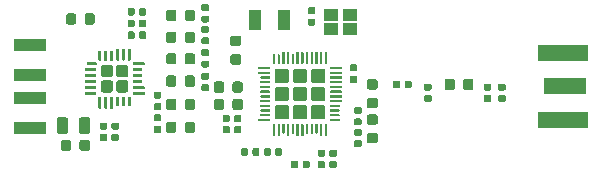
<source format=gbr>
G04 #@! TF.GenerationSoftware,KiCad,Pcbnew,(5.1.5)-3*
G04 #@! TF.CreationDate,2020-07-06T21:55:48+02:00*
G04 #@! TF.ProjectId,Theo3,5468656f-332e-46b6-9963-61645f706362,rev?*
G04 #@! TF.SameCoordinates,Original*
G04 #@! TF.FileFunction,Paste,Top*
G04 #@! TF.FilePolarity,Positive*
%FSLAX46Y46*%
G04 Gerber Fmt 4.6, Leading zero omitted, Abs format (unit mm)*
G04 Created by KiCad (PCBNEW (5.1.5)-3) date 2020-07-06 21:55:48*
%MOMM*%
%LPD*%
G04 APERTURE LIST*
%ADD10C,0.100000*%
%ADD11R,2.700000X1.100000*%
%ADD12R,1.200000X1.000000*%
%ADD13R,1.000000X1.800000*%
%ADD14R,4.200000X1.350000*%
%ADD15R,3.600000X1.397000*%
G04 APERTURE END LIST*
D10*
G36*
X55459891Y-66937653D02*
G01*
X55481126Y-66940803D01*
X55501950Y-66946019D01*
X55522162Y-66953251D01*
X55541568Y-66962430D01*
X55559981Y-66973466D01*
X55577224Y-66986254D01*
X55593130Y-67000670D01*
X55607546Y-67016576D01*
X55620334Y-67033819D01*
X55631370Y-67052232D01*
X55640549Y-67071638D01*
X55647781Y-67091850D01*
X55652997Y-67112674D01*
X55656147Y-67133909D01*
X55657200Y-67155350D01*
X55657200Y-67667850D01*
X55656147Y-67689291D01*
X55652997Y-67710526D01*
X55647781Y-67731350D01*
X55640549Y-67751562D01*
X55631370Y-67770968D01*
X55620334Y-67789381D01*
X55607546Y-67806624D01*
X55593130Y-67822530D01*
X55577224Y-67836946D01*
X55559981Y-67849734D01*
X55541568Y-67860770D01*
X55522162Y-67869949D01*
X55501950Y-67877181D01*
X55481126Y-67882397D01*
X55459891Y-67885547D01*
X55438450Y-67886600D01*
X55000950Y-67886600D01*
X54979509Y-67885547D01*
X54958274Y-67882397D01*
X54937450Y-67877181D01*
X54917238Y-67869949D01*
X54897832Y-67860770D01*
X54879419Y-67849734D01*
X54862176Y-67836946D01*
X54846270Y-67822530D01*
X54831854Y-67806624D01*
X54819066Y-67789381D01*
X54808030Y-67770968D01*
X54798851Y-67751562D01*
X54791619Y-67731350D01*
X54786403Y-67710526D01*
X54783253Y-67689291D01*
X54782200Y-67667850D01*
X54782200Y-67155350D01*
X54783253Y-67133909D01*
X54786403Y-67112674D01*
X54791619Y-67091850D01*
X54798851Y-67071638D01*
X54808030Y-67052232D01*
X54819066Y-67033819D01*
X54831854Y-67016576D01*
X54846270Y-67000670D01*
X54862176Y-66986254D01*
X54879419Y-66973466D01*
X54897832Y-66962430D01*
X54917238Y-66953251D01*
X54937450Y-66946019D01*
X54958274Y-66940803D01*
X54979509Y-66937653D01*
X55000950Y-66936600D01*
X55438450Y-66936600D01*
X55459891Y-66937653D01*
G37*
G36*
X53884891Y-66937653D02*
G01*
X53906126Y-66940803D01*
X53926950Y-66946019D01*
X53947162Y-66953251D01*
X53966568Y-66962430D01*
X53984981Y-66973466D01*
X54002224Y-66986254D01*
X54018130Y-67000670D01*
X54032546Y-67016576D01*
X54045334Y-67033819D01*
X54056370Y-67052232D01*
X54065549Y-67071638D01*
X54072781Y-67091850D01*
X54077997Y-67112674D01*
X54081147Y-67133909D01*
X54082200Y-67155350D01*
X54082200Y-67667850D01*
X54081147Y-67689291D01*
X54077997Y-67710526D01*
X54072781Y-67731350D01*
X54065549Y-67751562D01*
X54056370Y-67770968D01*
X54045334Y-67789381D01*
X54032546Y-67806624D01*
X54018130Y-67822530D01*
X54002224Y-67836946D01*
X53984981Y-67849734D01*
X53966568Y-67860770D01*
X53947162Y-67869949D01*
X53926950Y-67877181D01*
X53906126Y-67882397D01*
X53884891Y-67885547D01*
X53863450Y-67886600D01*
X53425950Y-67886600D01*
X53404509Y-67885547D01*
X53383274Y-67882397D01*
X53362450Y-67877181D01*
X53342238Y-67869949D01*
X53322832Y-67860770D01*
X53304419Y-67849734D01*
X53287176Y-67836946D01*
X53271270Y-67822530D01*
X53256854Y-67806624D01*
X53244066Y-67789381D01*
X53233030Y-67770968D01*
X53223851Y-67751562D01*
X53216619Y-67731350D01*
X53211403Y-67710526D01*
X53208253Y-67689291D01*
X53207200Y-67667850D01*
X53207200Y-67155350D01*
X53208253Y-67133909D01*
X53211403Y-67112674D01*
X53216619Y-67091850D01*
X53223851Y-67071638D01*
X53233030Y-67052232D01*
X53244066Y-67033819D01*
X53256854Y-67016576D01*
X53271270Y-67000670D01*
X53287176Y-66986254D01*
X53304419Y-66973466D01*
X53322832Y-66962430D01*
X53342238Y-66953251D01*
X53362450Y-66946019D01*
X53383274Y-66940803D01*
X53404509Y-66937653D01*
X53425950Y-66936600D01*
X53863450Y-66936600D01*
X53884891Y-66937653D01*
G37*
G36*
X80603358Y-73185510D02*
G01*
X80617676Y-73187634D01*
X80631717Y-73191151D01*
X80645346Y-73196028D01*
X80658431Y-73202217D01*
X80670847Y-73209658D01*
X80682473Y-73218281D01*
X80693198Y-73228002D01*
X80702919Y-73238727D01*
X80711542Y-73250353D01*
X80718983Y-73262769D01*
X80725172Y-73275854D01*
X80730049Y-73289483D01*
X80733566Y-73303524D01*
X80735690Y-73317842D01*
X80736400Y-73332300D01*
X80736400Y-73627300D01*
X80735690Y-73641758D01*
X80733566Y-73656076D01*
X80730049Y-73670117D01*
X80725172Y-73683746D01*
X80718983Y-73696831D01*
X80711542Y-73709247D01*
X80702919Y-73720873D01*
X80693198Y-73731598D01*
X80682473Y-73741319D01*
X80670847Y-73749942D01*
X80658431Y-73757383D01*
X80645346Y-73763572D01*
X80631717Y-73768449D01*
X80617676Y-73771966D01*
X80603358Y-73774090D01*
X80588900Y-73774800D01*
X80243900Y-73774800D01*
X80229442Y-73774090D01*
X80215124Y-73771966D01*
X80201083Y-73768449D01*
X80187454Y-73763572D01*
X80174369Y-73757383D01*
X80161953Y-73749942D01*
X80150327Y-73741319D01*
X80139602Y-73731598D01*
X80129881Y-73720873D01*
X80121258Y-73709247D01*
X80113817Y-73696831D01*
X80107628Y-73683746D01*
X80102751Y-73670117D01*
X80099234Y-73656076D01*
X80097110Y-73641758D01*
X80096400Y-73627300D01*
X80096400Y-73332300D01*
X80097110Y-73317842D01*
X80099234Y-73303524D01*
X80102751Y-73289483D01*
X80107628Y-73275854D01*
X80113817Y-73262769D01*
X80121258Y-73250353D01*
X80129881Y-73238727D01*
X80139602Y-73228002D01*
X80150327Y-73218281D01*
X80161953Y-73209658D01*
X80174369Y-73202217D01*
X80187454Y-73196028D01*
X80201083Y-73191151D01*
X80215124Y-73187634D01*
X80229442Y-73185510D01*
X80243900Y-73184800D01*
X80588900Y-73184800D01*
X80603358Y-73185510D01*
G37*
G36*
X80603358Y-74155510D02*
G01*
X80617676Y-74157634D01*
X80631717Y-74161151D01*
X80645346Y-74166028D01*
X80658431Y-74172217D01*
X80670847Y-74179658D01*
X80682473Y-74188281D01*
X80693198Y-74198002D01*
X80702919Y-74208727D01*
X80711542Y-74220353D01*
X80718983Y-74232769D01*
X80725172Y-74245854D01*
X80730049Y-74259483D01*
X80733566Y-74273524D01*
X80735690Y-74287842D01*
X80736400Y-74302300D01*
X80736400Y-74597300D01*
X80735690Y-74611758D01*
X80733566Y-74626076D01*
X80730049Y-74640117D01*
X80725172Y-74653746D01*
X80718983Y-74666831D01*
X80711542Y-74679247D01*
X80702919Y-74690873D01*
X80693198Y-74701598D01*
X80682473Y-74711319D01*
X80670847Y-74719942D01*
X80658431Y-74727383D01*
X80645346Y-74733572D01*
X80631717Y-74738449D01*
X80617676Y-74741966D01*
X80603358Y-74744090D01*
X80588900Y-74744800D01*
X80243900Y-74744800D01*
X80229442Y-74744090D01*
X80215124Y-74741966D01*
X80201083Y-74738449D01*
X80187454Y-74733572D01*
X80174369Y-74727383D01*
X80161953Y-74719942D01*
X80150327Y-74711319D01*
X80139602Y-74701598D01*
X80129881Y-74690873D01*
X80121258Y-74679247D01*
X80113817Y-74666831D01*
X80107628Y-74653746D01*
X80102751Y-74640117D01*
X80099234Y-74626076D01*
X80097110Y-74611758D01*
X80096400Y-74597300D01*
X80096400Y-74302300D01*
X80097110Y-74287842D01*
X80099234Y-74273524D01*
X80102751Y-74259483D01*
X80107628Y-74245854D01*
X80113817Y-74232769D01*
X80121258Y-74220353D01*
X80129881Y-74208727D01*
X80139602Y-74198002D01*
X80150327Y-74188281D01*
X80161953Y-74179658D01*
X80174369Y-74172217D01*
X80187454Y-74166028D01*
X80201083Y-74161151D01*
X80215124Y-74157634D01*
X80229442Y-74155510D01*
X80243900Y-74154800D01*
X80588900Y-74154800D01*
X80603358Y-74155510D01*
G37*
G36*
X75548758Y-74155510D02*
G01*
X75563076Y-74157634D01*
X75577117Y-74161151D01*
X75590746Y-74166028D01*
X75603831Y-74172217D01*
X75616247Y-74179658D01*
X75627873Y-74188281D01*
X75638598Y-74198002D01*
X75648319Y-74208727D01*
X75656942Y-74220353D01*
X75664383Y-74232769D01*
X75670572Y-74245854D01*
X75675449Y-74259483D01*
X75678966Y-74273524D01*
X75681090Y-74287842D01*
X75681800Y-74302300D01*
X75681800Y-74597300D01*
X75681090Y-74611758D01*
X75678966Y-74626076D01*
X75675449Y-74640117D01*
X75670572Y-74653746D01*
X75664383Y-74666831D01*
X75656942Y-74679247D01*
X75648319Y-74690873D01*
X75638598Y-74701598D01*
X75627873Y-74711319D01*
X75616247Y-74719942D01*
X75603831Y-74727383D01*
X75590746Y-74733572D01*
X75577117Y-74738449D01*
X75563076Y-74741966D01*
X75548758Y-74744090D01*
X75534300Y-74744800D01*
X75189300Y-74744800D01*
X75174842Y-74744090D01*
X75160524Y-74741966D01*
X75146483Y-74738449D01*
X75132854Y-74733572D01*
X75119769Y-74727383D01*
X75107353Y-74719942D01*
X75095727Y-74711319D01*
X75085002Y-74701598D01*
X75075281Y-74690873D01*
X75066658Y-74679247D01*
X75059217Y-74666831D01*
X75053028Y-74653746D01*
X75048151Y-74640117D01*
X75044634Y-74626076D01*
X75042510Y-74611758D01*
X75041800Y-74597300D01*
X75041800Y-74302300D01*
X75042510Y-74287842D01*
X75044634Y-74273524D01*
X75048151Y-74259483D01*
X75053028Y-74245854D01*
X75059217Y-74232769D01*
X75066658Y-74220353D01*
X75075281Y-74208727D01*
X75085002Y-74198002D01*
X75095727Y-74188281D01*
X75107353Y-74179658D01*
X75119769Y-74172217D01*
X75132854Y-74166028D01*
X75146483Y-74161151D01*
X75160524Y-74157634D01*
X75174842Y-74155510D01*
X75189300Y-74154800D01*
X75534300Y-74154800D01*
X75548758Y-74155510D01*
G37*
G36*
X75548758Y-73185510D02*
G01*
X75563076Y-73187634D01*
X75577117Y-73191151D01*
X75590746Y-73196028D01*
X75603831Y-73202217D01*
X75616247Y-73209658D01*
X75627873Y-73218281D01*
X75638598Y-73228002D01*
X75648319Y-73238727D01*
X75656942Y-73250353D01*
X75664383Y-73262769D01*
X75670572Y-73275854D01*
X75675449Y-73289483D01*
X75678966Y-73303524D01*
X75681090Y-73317842D01*
X75681800Y-73332300D01*
X75681800Y-73627300D01*
X75681090Y-73641758D01*
X75678966Y-73656076D01*
X75675449Y-73670117D01*
X75670572Y-73683746D01*
X75664383Y-73696831D01*
X75656942Y-73709247D01*
X75648319Y-73720873D01*
X75638598Y-73731598D01*
X75627873Y-73741319D01*
X75616247Y-73749942D01*
X75603831Y-73757383D01*
X75590746Y-73763572D01*
X75577117Y-73768449D01*
X75563076Y-73771966D01*
X75548758Y-73774090D01*
X75534300Y-73774800D01*
X75189300Y-73774800D01*
X75174842Y-73774090D01*
X75160524Y-73771966D01*
X75146483Y-73768449D01*
X75132854Y-73763572D01*
X75119769Y-73757383D01*
X75107353Y-73749942D01*
X75095727Y-73741319D01*
X75085002Y-73731598D01*
X75075281Y-73720873D01*
X75066658Y-73709247D01*
X75059217Y-73696831D01*
X75053028Y-73683746D01*
X75048151Y-73670117D01*
X75044634Y-73656076D01*
X75042510Y-73641758D01*
X75041800Y-73627300D01*
X75041800Y-73332300D01*
X75042510Y-73317842D01*
X75044634Y-73303524D01*
X75048151Y-73289483D01*
X75053028Y-73275854D01*
X75059217Y-73262769D01*
X75066658Y-73250353D01*
X75075281Y-73238727D01*
X75085002Y-73228002D01*
X75095727Y-73218281D01*
X75107353Y-73209658D01*
X75119769Y-73202217D01*
X75132854Y-73196028D01*
X75146483Y-73191151D01*
X75160524Y-73187634D01*
X75174842Y-73185510D01*
X75189300Y-73184800D01*
X75534300Y-73184800D01*
X75548758Y-73185510D01*
G37*
G36*
X72879758Y-72934310D02*
G01*
X72894076Y-72936434D01*
X72908117Y-72939951D01*
X72921746Y-72944828D01*
X72934831Y-72951017D01*
X72947247Y-72958458D01*
X72958873Y-72967081D01*
X72969598Y-72976802D01*
X72979319Y-72987527D01*
X72987942Y-72999153D01*
X72995383Y-73011569D01*
X73001572Y-73024654D01*
X73006449Y-73038283D01*
X73009966Y-73052324D01*
X73012090Y-73066642D01*
X73012800Y-73081100D01*
X73012800Y-73426100D01*
X73012090Y-73440558D01*
X73009966Y-73454876D01*
X73006449Y-73468917D01*
X73001572Y-73482546D01*
X72995383Y-73495631D01*
X72987942Y-73508047D01*
X72979319Y-73519673D01*
X72969598Y-73530398D01*
X72958873Y-73540119D01*
X72947247Y-73548742D01*
X72934831Y-73556183D01*
X72921746Y-73562372D01*
X72908117Y-73567249D01*
X72894076Y-73570766D01*
X72879758Y-73572890D01*
X72865300Y-73573600D01*
X72570300Y-73573600D01*
X72555842Y-73572890D01*
X72541524Y-73570766D01*
X72527483Y-73567249D01*
X72513854Y-73562372D01*
X72500769Y-73556183D01*
X72488353Y-73548742D01*
X72476727Y-73540119D01*
X72466002Y-73530398D01*
X72456281Y-73519673D01*
X72447658Y-73508047D01*
X72440217Y-73495631D01*
X72434028Y-73482546D01*
X72429151Y-73468917D01*
X72425634Y-73454876D01*
X72423510Y-73440558D01*
X72422800Y-73426100D01*
X72422800Y-73081100D01*
X72423510Y-73066642D01*
X72425634Y-73052324D01*
X72429151Y-73038283D01*
X72434028Y-73024654D01*
X72440217Y-73011569D01*
X72447658Y-72999153D01*
X72456281Y-72987527D01*
X72466002Y-72976802D01*
X72476727Y-72967081D01*
X72488353Y-72958458D01*
X72500769Y-72951017D01*
X72513854Y-72944828D01*
X72527483Y-72939951D01*
X72541524Y-72936434D01*
X72555842Y-72934310D01*
X72570300Y-72933600D01*
X72865300Y-72933600D01*
X72879758Y-72934310D01*
G37*
G36*
X73849758Y-72934310D02*
G01*
X73864076Y-72936434D01*
X73878117Y-72939951D01*
X73891746Y-72944828D01*
X73904831Y-72951017D01*
X73917247Y-72958458D01*
X73928873Y-72967081D01*
X73939598Y-72976802D01*
X73949319Y-72987527D01*
X73957942Y-72999153D01*
X73965383Y-73011569D01*
X73971572Y-73024654D01*
X73976449Y-73038283D01*
X73979966Y-73052324D01*
X73982090Y-73066642D01*
X73982800Y-73081100D01*
X73982800Y-73426100D01*
X73982090Y-73440558D01*
X73979966Y-73454876D01*
X73976449Y-73468917D01*
X73971572Y-73482546D01*
X73965383Y-73495631D01*
X73957942Y-73508047D01*
X73949319Y-73519673D01*
X73939598Y-73530398D01*
X73928873Y-73540119D01*
X73917247Y-73548742D01*
X73904831Y-73556183D01*
X73891746Y-73562372D01*
X73878117Y-73567249D01*
X73864076Y-73570766D01*
X73849758Y-73572890D01*
X73835300Y-73573600D01*
X73540300Y-73573600D01*
X73525842Y-73572890D01*
X73511524Y-73570766D01*
X73497483Y-73567249D01*
X73483854Y-73562372D01*
X73470769Y-73556183D01*
X73458353Y-73548742D01*
X73446727Y-73540119D01*
X73436002Y-73530398D01*
X73426281Y-73519673D01*
X73417658Y-73508047D01*
X73410217Y-73495631D01*
X73404028Y-73482546D01*
X73399151Y-73468917D01*
X73395634Y-73454876D01*
X73393510Y-73440558D01*
X73392800Y-73426100D01*
X73392800Y-73081100D01*
X73393510Y-73066642D01*
X73395634Y-73052324D01*
X73399151Y-73038283D01*
X73404028Y-73024654D01*
X73410217Y-73011569D01*
X73417658Y-72999153D01*
X73426281Y-72987527D01*
X73436002Y-72976802D01*
X73446727Y-72967081D01*
X73458353Y-72958458D01*
X73470769Y-72951017D01*
X73483854Y-72944828D01*
X73497483Y-72939951D01*
X73511524Y-72936434D01*
X73525842Y-72934310D01*
X73540300Y-72933600D01*
X73835300Y-72933600D01*
X73849758Y-72934310D01*
G37*
G36*
X65718958Y-67680910D02*
G01*
X65733276Y-67683034D01*
X65747317Y-67686551D01*
X65760946Y-67691428D01*
X65774031Y-67697617D01*
X65786447Y-67705058D01*
X65798073Y-67713681D01*
X65808798Y-67723402D01*
X65818519Y-67734127D01*
X65827142Y-67745753D01*
X65834583Y-67758169D01*
X65840772Y-67771254D01*
X65845649Y-67784883D01*
X65849166Y-67798924D01*
X65851290Y-67813242D01*
X65852000Y-67827700D01*
X65852000Y-68122700D01*
X65851290Y-68137158D01*
X65849166Y-68151476D01*
X65845649Y-68165517D01*
X65840772Y-68179146D01*
X65834583Y-68192231D01*
X65827142Y-68204647D01*
X65818519Y-68216273D01*
X65808798Y-68226998D01*
X65798073Y-68236719D01*
X65786447Y-68245342D01*
X65774031Y-68252783D01*
X65760946Y-68258972D01*
X65747317Y-68263849D01*
X65733276Y-68267366D01*
X65718958Y-68269490D01*
X65704500Y-68270200D01*
X65359500Y-68270200D01*
X65345042Y-68269490D01*
X65330724Y-68267366D01*
X65316683Y-68263849D01*
X65303054Y-68258972D01*
X65289969Y-68252783D01*
X65277553Y-68245342D01*
X65265927Y-68236719D01*
X65255202Y-68226998D01*
X65245481Y-68216273D01*
X65236858Y-68204647D01*
X65229417Y-68192231D01*
X65223228Y-68179146D01*
X65218351Y-68165517D01*
X65214834Y-68151476D01*
X65212710Y-68137158D01*
X65212000Y-68122700D01*
X65212000Y-67827700D01*
X65212710Y-67813242D01*
X65214834Y-67798924D01*
X65218351Y-67784883D01*
X65223228Y-67771254D01*
X65229417Y-67758169D01*
X65236858Y-67745753D01*
X65245481Y-67734127D01*
X65255202Y-67723402D01*
X65265927Y-67713681D01*
X65277553Y-67705058D01*
X65289969Y-67697617D01*
X65303054Y-67691428D01*
X65316683Y-67686551D01*
X65330724Y-67683034D01*
X65345042Y-67680910D01*
X65359500Y-67680200D01*
X65704500Y-67680200D01*
X65718958Y-67680910D01*
G37*
G36*
X65718958Y-66710910D02*
G01*
X65733276Y-66713034D01*
X65747317Y-66716551D01*
X65760946Y-66721428D01*
X65774031Y-66727617D01*
X65786447Y-66735058D01*
X65798073Y-66743681D01*
X65808798Y-66753402D01*
X65818519Y-66764127D01*
X65827142Y-66775753D01*
X65834583Y-66788169D01*
X65840772Y-66801254D01*
X65845649Y-66814883D01*
X65849166Y-66828924D01*
X65851290Y-66843242D01*
X65852000Y-66857700D01*
X65852000Y-67152700D01*
X65851290Y-67167158D01*
X65849166Y-67181476D01*
X65845649Y-67195517D01*
X65840772Y-67209146D01*
X65834583Y-67222231D01*
X65827142Y-67234647D01*
X65818519Y-67246273D01*
X65808798Y-67256998D01*
X65798073Y-67266719D01*
X65786447Y-67275342D01*
X65774031Y-67282783D01*
X65760946Y-67288972D01*
X65747317Y-67293849D01*
X65733276Y-67297366D01*
X65718958Y-67299490D01*
X65704500Y-67300200D01*
X65359500Y-67300200D01*
X65345042Y-67299490D01*
X65330724Y-67297366D01*
X65316683Y-67293849D01*
X65303054Y-67288972D01*
X65289969Y-67282783D01*
X65277553Y-67275342D01*
X65265927Y-67266719D01*
X65255202Y-67256998D01*
X65245481Y-67246273D01*
X65236858Y-67234647D01*
X65229417Y-67222231D01*
X65223228Y-67209146D01*
X65218351Y-67195517D01*
X65214834Y-67181476D01*
X65212710Y-67167158D01*
X65212000Y-67152700D01*
X65212000Y-66857700D01*
X65212710Y-66843242D01*
X65214834Y-66828924D01*
X65218351Y-66814883D01*
X65223228Y-66801254D01*
X65229417Y-66788169D01*
X65236858Y-66775753D01*
X65245481Y-66764127D01*
X65255202Y-66753402D01*
X65265927Y-66743681D01*
X65277553Y-66735058D01*
X65289969Y-66727617D01*
X65303054Y-66721428D01*
X65316683Y-66716551D01*
X65330724Y-66713034D01*
X65345042Y-66710910D01*
X65359500Y-66710200D01*
X65704500Y-66710200D01*
X65718958Y-66710910D01*
G37*
G36*
X69630558Y-75166710D02*
G01*
X69644876Y-75168834D01*
X69658917Y-75172351D01*
X69672546Y-75177228D01*
X69685631Y-75183417D01*
X69698047Y-75190858D01*
X69709673Y-75199481D01*
X69720398Y-75209202D01*
X69730119Y-75219927D01*
X69738742Y-75231553D01*
X69746183Y-75243969D01*
X69752372Y-75257054D01*
X69757249Y-75270683D01*
X69760766Y-75284724D01*
X69762890Y-75299042D01*
X69763600Y-75313500D01*
X69763600Y-75608500D01*
X69762890Y-75622958D01*
X69760766Y-75637276D01*
X69757249Y-75651317D01*
X69752372Y-75664946D01*
X69746183Y-75678031D01*
X69738742Y-75690447D01*
X69730119Y-75702073D01*
X69720398Y-75712798D01*
X69709673Y-75722519D01*
X69698047Y-75731142D01*
X69685631Y-75738583D01*
X69672546Y-75744772D01*
X69658917Y-75749649D01*
X69644876Y-75753166D01*
X69630558Y-75755290D01*
X69616100Y-75756000D01*
X69271100Y-75756000D01*
X69256642Y-75755290D01*
X69242324Y-75753166D01*
X69228283Y-75749649D01*
X69214654Y-75744772D01*
X69201569Y-75738583D01*
X69189153Y-75731142D01*
X69177527Y-75722519D01*
X69166802Y-75712798D01*
X69157081Y-75702073D01*
X69148458Y-75690447D01*
X69141017Y-75678031D01*
X69134828Y-75664946D01*
X69129951Y-75651317D01*
X69126434Y-75637276D01*
X69124310Y-75622958D01*
X69123600Y-75608500D01*
X69123600Y-75313500D01*
X69124310Y-75299042D01*
X69126434Y-75284724D01*
X69129951Y-75270683D01*
X69134828Y-75257054D01*
X69141017Y-75243969D01*
X69148458Y-75231553D01*
X69157081Y-75219927D01*
X69166802Y-75209202D01*
X69177527Y-75199481D01*
X69189153Y-75190858D01*
X69201569Y-75183417D01*
X69214654Y-75177228D01*
X69228283Y-75172351D01*
X69242324Y-75168834D01*
X69256642Y-75166710D01*
X69271100Y-75166000D01*
X69616100Y-75166000D01*
X69630558Y-75166710D01*
G37*
G36*
X69630558Y-76136710D02*
G01*
X69644876Y-76138834D01*
X69658917Y-76142351D01*
X69672546Y-76147228D01*
X69685631Y-76153417D01*
X69698047Y-76160858D01*
X69709673Y-76169481D01*
X69720398Y-76179202D01*
X69730119Y-76189927D01*
X69738742Y-76201553D01*
X69746183Y-76213969D01*
X69752372Y-76227054D01*
X69757249Y-76240683D01*
X69760766Y-76254724D01*
X69762890Y-76269042D01*
X69763600Y-76283500D01*
X69763600Y-76578500D01*
X69762890Y-76592958D01*
X69760766Y-76607276D01*
X69757249Y-76621317D01*
X69752372Y-76634946D01*
X69746183Y-76648031D01*
X69738742Y-76660447D01*
X69730119Y-76672073D01*
X69720398Y-76682798D01*
X69709673Y-76692519D01*
X69698047Y-76701142D01*
X69685631Y-76708583D01*
X69672546Y-76714772D01*
X69658917Y-76719649D01*
X69644876Y-76723166D01*
X69630558Y-76725290D01*
X69616100Y-76726000D01*
X69271100Y-76726000D01*
X69256642Y-76725290D01*
X69242324Y-76723166D01*
X69228283Y-76719649D01*
X69214654Y-76714772D01*
X69201569Y-76708583D01*
X69189153Y-76701142D01*
X69177527Y-76692519D01*
X69166802Y-76682798D01*
X69157081Y-76672073D01*
X69148458Y-76660447D01*
X69141017Y-76648031D01*
X69134828Y-76634946D01*
X69129951Y-76621317D01*
X69126434Y-76607276D01*
X69124310Y-76592958D01*
X69123600Y-76578500D01*
X69123600Y-76283500D01*
X69124310Y-76269042D01*
X69126434Y-76254724D01*
X69129951Y-76240683D01*
X69134828Y-76227054D01*
X69141017Y-76213969D01*
X69148458Y-76201553D01*
X69157081Y-76189927D01*
X69166802Y-76179202D01*
X69177527Y-76169481D01*
X69189153Y-76160858D01*
X69201569Y-76153417D01*
X69214654Y-76147228D01*
X69228283Y-76142351D01*
X69242324Y-76138834D01*
X69256642Y-76136710D01*
X69271100Y-76136000D01*
X69616100Y-76136000D01*
X69630558Y-76136710D01*
G37*
G36*
X58452558Y-76769710D02*
G01*
X58466876Y-76771834D01*
X58480917Y-76775351D01*
X58494546Y-76780228D01*
X58507631Y-76786417D01*
X58520047Y-76793858D01*
X58531673Y-76802481D01*
X58542398Y-76812202D01*
X58552119Y-76822927D01*
X58560742Y-76834553D01*
X58568183Y-76846969D01*
X58574372Y-76860054D01*
X58579249Y-76873683D01*
X58582766Y-76887724D01*
X58584890Y-76902042D01*
X58585600Y-76916500D01*
X58585600Y-77261500D01*
X58584890Y-77275958D01*
X58582766Y-77290276D01*
X58579249Y-77304317D01*
X58574372Y-77317946D01*
X58568183Y-77331031D01*
X58560742Y-77343447D01*
X58552119Y-77355073D01*
X58542398Y-77365798D01*
X58531673Y-77375519D01*
X58520047Y-77384142D01*
X58507631Y-77391583D01*
X58494546Y-77397772D01*
X58480917Y-77402649D01*
X58466876Y-77406166D01*
X58452558Y-77408290D01*
X58438100Y-77409000D01*
X58143100Y-77409000D01*
X58128642Y-77408290D01*
X58114324Y-77406166D01*
X58100283Y-77402649D01*
X58086654Y-77397772D01*
X58073569Y-77391583D01*
X58061153Y-77384142D01*
X58049527Y-77375519D01*
X58038802Y-77365798D01*
X58029081Y-77355073D01*
X58020458Y-77343447D01*
X58013017Y-77331031D01*
X58006828Y-77317946D01*
X58001951Y-77304317D01*
X57998434Y-77290276D01*
X57996310Y-77275958D01*
X57995600Y-77261500D01*
X57995600Y-76916500D01*
X57996310Y-76902042D01*
X57998434Y-76887724D01*
X58001951Y-76873683D01*
X58006828Y-76860054D01*
X58013017Y-76846969D01*
X58020458Y-76834553D01*
X58029081Y-76822927D01*
X58038802Y-76812202D01*
X58049527Y-76802481D01*
X58061153Y-76793858D01*
X58073569Y-76786417D01*
X58086654Y-76780228D01*
X58100283Y-76775351D01*
X58114324Y-76771834D01*
X58128642Y-76769710D01*
X58143100Y-76769000D01*
X58438100Y-76769000D01*
X58452558Y-76769710D01*
G37*
G36*
X59422558Y-76769710D02*
G01*
X59436876Y-76771834D01*
X59450917Y-76775351D01*
X59464546Y-76780228D01*
X59477631Y-76786417D01*
X59490047Y-76793858D01*
X59501673Y-76802481D01*
X59512398Y-76812202D01*
X59522119Y-76822927D01*
X59530742Y-76834553D01*
X59538183Y-76846969D01*
X59544372Y-76860054D01*
X59549249Y-76873683D01*
X59552766Y-76887724D01*
X59554890Y-76902042D01*
X59555600Y-76916500D01*
X59555600Y-77261500D01*
X59554890Y-77275958D01*
X59552766Y-77290276D01*
X59549249Y-77304317D01*
X59544372Y-77317946D01*
X59538183Y-77331031D01*
X59530742Y-77343447D01*
X59522119Y-77355073D01*
X59512398Y-77365798D01*
X59501673Y-77375519D01*
X59490047Y-77384142D01*
X59477631Y-77391583D01*
X59464546Y-77397772D01*
X59450917Y-77402649D01*
X59436876Y-77406166D01*
X59422558Y-77408290D01*
X59408100Y-77409000D01*
X59113100Y-77409000D01*
X59098642Y-77408290D01*
X59084324Y-77406166D01*
X59070283Y-77402649D01*
X59056654Y-77397772D01*
X59043569Y-77391583D01*
X59031153Y-77384142D01*
X59019527Y-77375519D01*
X59008802Y-77365798D01*
X58999081Y-77355073D01*
X58990458Y-77343447D01*
X58983017Y-77331031D01*
X58976828Y-77317946D01*
X58971951Y-77304317D01*
X58968434Y-77290276D01*
X58966310Y-77275958D01*
X58965600Y-77261500D01*
X58965600Y-76916500D01*
X58966310Y-76902042D01*
X58968434Y-76887724D01*
X58971951Y-76873683D01*
X58976828Y-76860054D01*
X58983017Y-76846969D01*
X58990458Y-76834553D01*
X58999081Y-76822927D01*
X59008802Y-76812202D01*
X59019527Y-76802481D01*
X59031153Y-76793858D01*
X59043569Y-76786417D01*
X59056654Y-76780228D01*
X59070283Y-76775351D01*
X59084324Y-76771834D01*
X59098642Y-76769710D01*
X59113100Y-76769000D01*
X59408100Y-76769000D01*
X59422558Y-76769710D01*
G37*
G36*
X59383491Y-69134053D02*
G01*
X59404726Y-69137203D01*
X59425550Y-69142419D01*
X59445762Y-69149651D01*
X59465168Y-69158830D01*
X59483581Y-69169866D01*
X59500824Y-69182654D01*
X59516730Y-69197070D01*
X59531146Y-69212976D01*
X59543934Y-69230219D01*
X59554970Y-69248632D01*
X59564149Y-69268038D01*
X59571381Y-69288250D01*
X59576597Y-69309074D01*
X59579747Y-69330309D01*
X59580800Y-69351750D01*
X59580800Y-69789250D01*
X59579747Y-69810691D01*
X59576597Y-69831926D01*
X59571381Y-69852750D01*
X59564149Y-69872962D01*
X59554970Y-69892368D01*
X59543934Y-69910781D01*
X59531146Y-69928024D01*
X59516730Y-69943930D01*
X59500824Y-69958346D01*
X59483581Y-69971134D01*
X59465168Y-69982170D01*
X59445762Y-69991349D01*
X59425550Y-69998581D01*
X59404726Y-70003797D01*
X59383491Y-70006947D01*
X59362050Y-70008000D01*
X58849550Y-70008000D01*
X58828109Y-70006947D01*
X58806874Y-70003797D01*
X58786050Y-69998581D01*
X58765838Y-69991349D01*
X58746432Y-69982170D01*
X58728019Y-69971134D01*
X58710776Y-69958346D01*
X58694870Y-69943930D01*
X58680454Y-69928024D01*
X58667666Y-69910781D01*
X58656630Y-69892368D01*
X58647451Y-69872962D01*
X58640219Y-69852750D01*
X58635003Y-69831926D01*
X58631853Y-69810691D01*
X58630800Y-69789250D01*
X58630800Y-69351750D01*
X58631853Y-69330309D01*
X58635003Y-69309074D01*
X58640219Y-69288250D01*
X58647451Y-69268038D01*
X58656630Y-69248632D01*
X58667666Y-69230219D01*
X58680454Y-69212976D01*
X58694870Y-69197070D01*
X58710776Y-69182654D01*
X58728019Y-69169866D01*
X58746432Y-69158830D01*
X58765838Y-69149651D01*
X58786050Y-69142419D01*
X58806874Y-69137203D01*
X58828109Y-69134053D01*
X58849550Y-69133000D01*
X59362050Y-69133000D01*
X59383491Y-69134053D01*
G37*
G36*
X59383491Y-70709053D02*
G01*
X59404726Y-70712203D01*
X59425550Y-70717419D01*
X59445762Y-70724651D01*
X59465168Y-70733830D01*
X59483581Y-70744866D01*
X59500824Y-70757654D01*
X59516730Y-70772070D01*
X59531146Y-70787976D01*
X59543934Y-70805219D01*
X59554970Y-70823632D01*
X59564149Y-70843038D01*
X59571381Y-70863250D01*
X59576597Y-70884074D01*
X59579747Y-70905309D01*
X59580800Y-70926750D01*
X59580800Y-71364250D01*
X59579747Y-71385691D01*
X59576597Y-71406926D01*
X59571381Y-71427750D01*
X59564149Y-71447962D01*
X59554970Y-71467368D01*
X59543934Y-71485781D01*
X59531146Y-71503024D01*
X59516730Y-71518930D01*
X59500824Y-71533346D01*
X59483581Y-71546134D01*
X59465168Y-71557170D01*
X59445762Y-71566349D01*
X59425550Y-71573581D01*
X59404726Y-71578797D01*
X59383491Y-71581947D01*
X59362050Y-71583000D01*
X58849550Y-71583000D01*
X58828109Y-71581947D01*
X58806874Y-71578797D01*
X58786050Y-71573581D01*
X58765838Y-71566349D01*
X58746432Y-71557170D01*
X58728019Y-71546134D01*
X58710776Y-71533346D01*
X58694870Y-71518930D01*
X58680454Y-71503024D01*
X58667666Y-71485781D01*
X58656630Y-71467368D01*
X58647451Y-71447962D01*
X58640219Y-71427750D01*
X58635003Y-71406926D01*
X58631853Y-71385691D01*
X58630800Y-71364250D01*
X58630800Y-70926750D01*
X58631853Y-70905309D01*
X58635003Y-70884074D01*
X58640219Y-70863250D01*
X58647451Y-70843038D01*
X58656630Y-70823632D01*
X58667666Y-70805219D01*
X58680454Y-70787976D01*
X58694870Y-70772070D01*
X58710776Y-70757654D01*
X58728019Y-70744866D01*
X58746432Y-70733830D01*
X58765838Y-70724651D01*
X58786050Y-70717419D01*
X58806874Y-70712203D01*
X58828109Y-70709053D01*
X58849550Y-70708000D01*
X59362050Y-70708000D01*
X59383491Y-70709053D01*
G37*
G36*
X69630558Y-77990910D02*
G01*
X69644876Y-77993034D01*
X69658917Y-77996551D01*
X69672546Y-78001428D01*
X69685631Y-78007617D01*
X69698047Y-78015058D01*
X69709673Y-78023681D01*
X69720398Y-78033402D01*
X69730119Y-78044127D01*
X69738742Y-78055753D01*
X69746183Y-78068169D01*
X69752372Y-78081254D01*
X69757249Y-78094883D01*
X69760766Y-78108924D01*
X69762890Y-78123242D01*
X69763600Y-78137700D01*
X69763600Y-78432700D01*
X69762890Y-78447158D01*
X69760766Y-78461476D01*
X69757249Y-78475517D01*
X69752372Y-78489146D01*
X69746183Y-78502231D01*
X69738742Y-78514647D01*
X69730119Y-78526273D01*
X69720398Y-78536998D01*
X69709673Y-78546719D01*
X69698047Y-78555342D01*
X69685631Y-78562783D01*
X69672546Y-78568972D01*
X69658917Y-78573849D01*
X69644876Y-78577366D01*
X69630558Y-78579490D01*
X69616100Y-78580200D01*
X69271100Y-78580200D01*
X69256642Y-78579490D01*
X69242324Y-78577366D01*
X69228283Y-78573849D01*
X69214654Y-78568972D01*
X69201569Y-78562783D01*
X69189153Y-78555342D01*
X69177527Y-78546719D01*
X69166802Y-78536998D01*
X69157081Y-78526273D01*
X69148458Y-78514647D01*
X69141017Y-78502231D01*
X69134828Y-78489146D01*
X69129951Y-78475517D01*
X69126434Y-78461476D01*
X69124310Y-78447158D01*
X69123600Y-78432700D01*
X69123600Y-78137700D01*
X69124310Y-78123242D01*
X69126434Y-78108924D01*
X69129951Y-78094883D01*
X69134828Y-78081254D01*
X69141017Y-78068169D01*
X69148458Y-78055753D01*
X69157081Y-78044127D01*
X69166802Y-78033402D01*
X69177527Y-78023681D01*
X69189153Y-78015058D01*
X69201569Y-78007617D01*
X69214654Y-78001428D01*
X69228283Y-77996551D01*
X69242324Y-77993034D01*
X69256642Y-77990910D01*
X69271100Y-77990200D01*
X69616100Y-77990200D01*
X69630558Y-77990910D01*
G37*
G36*
X69630558Y-77020910D02*
G01*
X69644876Y-77023034D01*
X69658917Y-77026551D01*
X69672546Y-77031428D01*
X69685631Y-77037617D01*
X69698047Y-77045058D01*
X69709673Y-77053681D01*
X69720398Y-77063402D01*
X69730119Y-77074127D01*
X69738742Y-77085753D01*
X69746183Y-77098169D01*
X69752372Y-77111254D01*
X69757249Y-77124883D01*
X69760766Y-77138924D01*
X69762890Y-77153242D01*
X69763600Y-77167700D01*
X69763600Y-77462700D01*
X69762890Y-77477158D01*
X69760766Y-77491476D01*
X69757249Y-77505517D01*
X69752372Y-77519146D01*
X69746183Y-77532231D01*
X69738742Y-77544647D01*
X69730119Y-77556273D01*
X69720398Y-77566998D01*
X69709673Y-77576719D01*
X69698047Y-77585342D01*
X69685631Y-77592783D01*
X69672546Y-77598972D01*
X69658917Y-77603849D01*
X69644876Y-77607366D01*
X69630558Y-77609490D01*
X69616100Y-77610200D01*
X69271100Y-77610200D01*
X69256642Y-77609490D01*
X69242324Y-77607366D01*
X69228283Y-77603849D01*
X69214654Y-77598972D01*
X69201569Y-77592783D01*
X69189153Y-77585342D01*
X69177527Y-77576719D01*
X69166802Y-77566998D01*
X69157081Y-77556273D01*
X69148458Y-77544647D01*
X69141017Y-77532231D01*
X69134828Y-77519146D01*
X69129951Y-77505517D01*
X69126434Y-77491476D01*
X69124310Y-77477158D01*
X69123600Y-77462700D01*
X69123600Y-77167700D01*
X69124310Y-77153242D01*
X69126434Y-77138924D01*
X69129951Y-77124883D01*
X69134828Y-77111254D01*
X69141017Y-77098169D01*
X69148458Y-77085753D01*
X69157081Y-77074127D01*
X69166802Y-77063402D01*
X69177527Y-77053681D01*
X69189153Y-77045058D01*
X69201569Y-77037617D01*
X69214654Y-77031428D01*
X69228283Y-77026551D01*
X69242324Y-77023034D01*
X69256642Y-77020910D01*
X69271100Y-77020200D01*
X69616100Y-77020200D01*
X69630558Y-77020910D01*
G37*
G36*
X69249558Y-71559910D02*
G01*
X69263876Y-71562034D01*
X69277917Y-71565551D01*
X69291546Y-71570428D01*
X69304631Y-71576617D01*
X69317047Y-71584058D01*
X69328673Y-71592681D01*
X69339398Y-71602402D01*
X69349119Y-71613127D01*
X69357742Y-71624753D01*
X69365183Y-71637169D01*
X69371372Y-71650254D01*
X69376249Y-71663883D01*
X69379766Y-71677924D01*
X69381890Y-71692242D01*
X69382600Y-71706700D01*
X69382600Y-72001700D01*
X69381890Y-72016158D01*
X69379766Y-72030476D01*
X69376249Y-72044517D01*
X69371372Y-72058146D01*
X69365183Y-72071231D01*
X69357742Y-72083647D01*
X69349119Y-72095273D01*
X69339398Y-72105998D01*
X69328673Y-72115719D01*
X69317047Y-72124342D01*
X69304631Y-72131783D01*
X69291546Y-72137972D01*
X69277917Y-72142849D01*
X69263876Y-72146366D01*
X69249558Y-72148490D01*
X69235100Y-72149200D01*
X68890100Y-72149200D01*
X68875642Y-72148490D01*
X68861324Y-72146366D01*
X68847283Y-72142849D01*
X68833654Y-72137972D01*
X68820569Y-72131783D01*
X68808153Y-72124342D01*
X68796527Y-72115719D01*
X68785802Y-72105998D01*
X68776081Y-72095273D01*
X68767458Y-72083647D01*
X68760017Y-72071231D01*
X68753828Y-72058146D01*
X68748951Y-72044517D01*
X68745434Y-72030476D01*
X68743310Y-72016158D01*
X68742600Y-72001700D01*
X68742600Y-71706700D01*
X68743310Y-71692242D01*
X68745434Y-71677924D01*
X68748951Y-71663883D01*
X68753828Y-71650254D01*
X68760017Y-71637169D01*
X68767458Y-71624753D01*
X68776081Y-71613127D01*
X68785802Y-71602402D01*
X68796527Y-71592681D01*
X68808153Y-71584058D01*
X68820569Y-71576617D01*
X68833654Y-71570428D01*
X68847283Y-71565551D01*
X68861324Y-71562034D01*
X68875642Y-71559910D01*
X68890100Y-71559200D01*
X69235100Y-71559200D01*
X69249558Y-71559910D01*
G37*
G36*
X69249558Y-72529910D02*
G01*
X69263876Y-72532034D01*
X69277917Y-72535551D01*
X69291546Y-72540428D01*
X69304631Y-72546617D01*
X69317047Y-72554058D01*
X69328673Y-72562681D01*
X69339398Y-72572402D01*
X69349119Y-72583127D01*
X69357742Y-72594753D01*
X69365183Y-72607169D01*
X69371372Y-72620254D01*
X69376249Y-72633883D01*
X69379766Y-72647924D01*
X69381890Y-72662242D01*
X69382600Y-72676700D01*
X69382600Y-72971700D01*
X69381890Y-72986158D01*
X69379766Y-73000476D01*
X69376249Y-73014517D01*
X69371372Y-73028146D01*
X69365183Y-73041231D01*
X69357742Y-73053647D01*
X69349119Y-73065273D01*
X69339398Y-73075998D01*
X69328673Y-73085719D01*
X69317047Y-73094342D01*
X69304631Y-73101783D01*
X69291546Y-73107972D01*
X69277917Y-73112849D01*
X69263876Y-73116366D01*
X69249558Y-73118490D01*
X69235100Y-73119200D01*
X68890100Y-73119200D01*
X68875642Y-73118490D01*
X68861324Y-73116366D01*
X68847283Y-73112849D01*
X68833654Y-73107972D01*
X68820569Y-73101783D01*
X68808153Y-73094342D01*
X68796527Y-73085719D01*
X68785802Y-73075998D01*
X68776081Y-73065273D01*
X68767458Y-73053647D01*
X68760017Y-73041231D01*
X68753828Y-73028146D01*
X68748951Y-73014517D01*
X68745434Y-73000476D01*
X68743310Y-72986158D01*
X68742600Y-72971700D01*
X68742600Y-72676700D01*
X68743310Y-72662242D01*
X68745434Y-72647924D01*
X68748951Y-72633883D01*
X68753828Y-72620254D01*
X68760017Y-72607169D01*
X68767458Y-72594753D01*
X68776081Y-72583127D01*
X68785802Y-72572402D01*
X68796527Y-72562681D01*
X68808153Y-72554058D01*
X68820569Y-72546617D01*
X68833654Y-72540428D01*
X68847283Y-72535551D01*
X68861324Y-72532034D01*
X68875642Y-72529910D01*
X68890100Y-72529200D01*
X69235100Y-72529200D01*
X69249558Y-72529910D01*
G37*
G36*
X58452558Y-75829910D02*
G01*
X58466876Y-75832034D01*
X58480917Y-75835551D01*
X58494546Y-75840428D01*
X58507631Y-75846617D01*
X58520047Y-75854058D01*
X58531673Y-75862681D01*
X58542398Y-75872402D01*
X58552119Y-75883127D01*
X58560742Y-75894753D01*
X58568183Y-75907169D01*
X58574372Y-75920254D01*
X58579249Y-75933883D01*
X58582766Y-75947924D01*
X58584890Y-75962242D01*
X58585600Y-75976700D01*
X58585600Y-76321700D01*
X58584890Y-76336158D01*
X58582766Y-76350476D01*
X58579249Y-76364517D01*
X58574372Y-76378146D01*
X58568183Y-76391231D01*
X58560742Y-76403647D01*
X58552119Y-76415273D01*
X58542398Y-76425998D01*
X58531673Y-76435719D01*
X58520047Y-76444342D01*
X58507631Y-76451783D01*
X58494546Y-76457972D01*
X58480917Y-76462849D01*
X58466876Y-76466366D01*
X58452558Y-76468490D01*
X58438100Y-76469200D01*
X58143100Y-76469200D01*
X58128642Y-76468490D01*
X58114324Y-76466366D01*
X58100283Y-76462849D01*
X58086654Y-76457972D01*
X58073569Y-76451783D01*
X58061153Y-76444342D01*
X58049527Y-76435719D01*
X58038802Y-76425998D01*
X58029081Y-76415273D01*
X58020458Y-76403647D01*
X58013017Y-76391231D01*
X58006828Y-76378146D01*
X58001951Y-76364517D01*
X57998434Y-76350476D01*
X57996310Y-76336158D01*
X57995600Y-76321700D01*
X57995600Y-75976700D01*
X57996310Y-75962242D01*
X57998434Y-75947924D01*
X58001951Y-75933883D01*
X58006828Y-75920254D01*
X58013017Y-75907169D01*
X58020458Y-75894753D01*
X58029081Y-75883127D01*
X58038802Y-75872402D01*
X58049527Y-75862681D01*
X58061153Y-75854058D01*
X58073569Y-75846617D01*
X58086654Y-75840428D01*
X58100283Y-75835551D01*
X58114324Y-75832034D01*
X58128642Y-75829910D01*
X58143100Y-75829200D01*
X58438100Y-75829200D01*
X58452558Y-75829910D01*
G37*
G36*
X59422558Y-75829910D02*
G01*
X59436876Y-75832034D01*
X59450917Y-75835551D01*
X59464546Y-75840428D01*
X59477631Y-75846617D01*
X59490047Y-75854058D01*
X59501673Y-75862681D01*
X59512398Y-75872402D01*
X59522119Y-75883127D01*
X59530742Y-75894753D01*
X59538183Y-75907169D01*
X59544372Y-75920254D01*
X59549249Y-75933883D01*
X59552766Y-75947924D01*
X59554890Y-75962242D01*
X59555600Y-75976700D01*
X59555600Y-76321700D01*
X59554890Y-76336158D01*
X59552766Y-76350476D01*
X59549249Y-76364517D01*
X59544372Y-76378146D01*
X59538183Y-76391231D01*
X59530742Y-76403647D01*
X59522119Y-76415273D01*
X59512398Y-76425998D01*
X59501673Y-76435719D01*
X59490047Y-76444342D01*
X59477631Y-76451783D01*
X59464546Y-76457972D01*
X59450917Y-76462849D01*
X59436876Y-76466366D01*
X59422558Y-76468490D01*
X59408100Y-76469200D01*
X59113100Y-76469200D01*
X59098642Y-76468490D01*
X59084324Y-76466366D01*
X59070283Y-76462849D01*
X59056654Y-76457972D01*
X59043569Y-76451783D01*
X59031153Y-76444342D01*
X59019527Y-76435719D01*
X59008802Y-76425998D01*
X58999081Y-76415273D01*
X58990458Y-76403647D01*
X58983017Y-76391231D01*
X58976828Y-76378146D01*
X58971951Y-76364517D01*
X58968434Y-76350476D01*
X58966310Y-76336158D01*
X58965600Y-76321700D01*
X58965600Y-75976700D01*
X58966310Y-75962242D01*
X58968434Y-75947924D01*
X58971951Y-75933883D01*
X58976828Y-75920254D01*
X58983017Y-75907169D01*
X58990458Y-75894753D01*
X58999081Y-75883127D01*
X59008802Y-75872402D01*
X59019527Y-75862681D01*
X59031153Y-75854058D01*
X59043569Y-75846617D01*
X59056654Y-75840428D01*
X59070283Y-75835551D01*
X59084324Y-75832034D01*
X59098642Y-75829910D01*
X59113100Y-75829200D01*
X59408100Y-75829200D01*
X59422558Y-75829910D01*
G37*
G36*
X50400758Y-66787510D02*
G01*
X50415076Y-66789634D01*
X50429117Y-66793151D01*
X50442746Y-66798028D01*
X50455831Y-66804217D01*
X50468247Y-66811658D01*
X50479873Y-66820281D01*
X50490598Y-66830002D01*
X50500319Y-66840727D01*
X50508942Y-66852353D01*
X50516383Y-66864769D01*
X50522572Y-66877854D01*
X50527449Y-66891483D01*
X50530966Y-66905524D01*
X50533090Y-66919842D01*
X50533800Y-66934300D01*
X50533800Y-67279300D01*
X50533090Y-67293758D01*
X50530966Y-67308076D01*
X50527449Y-67322117D01*
X50522572Y-67335746D01*
X50516383Y-67348831D01*
X50508942Y-67361247D01*
X50500319Y-67372873D01*
X50490598Y-67383598D01*
X50479873Y-67393319D01*
X50468247Y-67401942D01*
X50455831Y-67409383D01*
X50442746Y-67415572D01*
X50429117Y-67420449D01*
X50415076Y-67423966D01*
X50400758Y-67426090D01*
X50386300Y-67426800D01*
X50091300Y-67426800D01*
X50076842Y-67426090D01*
X50062524Y-67423966D01*
X50048483Y-67420449D01*
X50034854Y-67415572D01*
X50021769Y-67409383D01*
X50009353Y-67401942D01*
X49997727Y-67393319D01*
X49987002Y-67383598D01*
X49977281Y-67372873D01*
X49968658Y-67361247D01*
X49961217Y-67348831D01*
X49955028Y-67335746D01*
X49950151Y-67322117D01*
X49946634Y-67308076D01*
X49944510Y-67293758D01*
X49943800Y-67279300D01*
X49943800Y-66934300D01*
X49944510Y-66919842D01*
X49946634Y-66905524D01*
X49950151Y-66891483D01*
X49955028Y-66877854D01*
X49961217Y-66864769D01*
X49968658Y-66852353D01*
X49977281Y-66840727D01*
X49987002Y-66830002D01*
X49997727Y-66820281D01*
X50009353Y-66811658D01*
X50021769Y-66804217D01*
X50034854Y-66798028D01*
X50048483Y-66793151D01*
X50062524Y-66789634D01*
X50076842Y-66787510D01*
X50091300Y-66786800D01*
X50386300Y-66786800D01*
X50400758Y-66787510D01*
G37*
G36*
X51370758Y-66787510D02*
G01*
X51385076Y-66789634D01*
X51399117Y-66793151D01*
X51412746Y-66798028D01*
X51425831Y-66804217D01*
X51438247Y-66811658D01*
X51449873Y-66820281D01*
X51460598Y-66830002D01*
X51470319Y-66840727D01*
X51478942Y-66852353D01*
X51486383Y-66864769D01*
X51492572Y-66877854D01*
X51497449Y-66891483D01*
X51500966Y-66905524D01*
X51503090Y-66919842D01*
X51503800Y-66934300D01*
X51503800Y-67279300D01*
X51503090Y-67293758D01*
X51500966Y-67308076D01*
X51497449Y-67322117D01*
X51492572Y-67335746D01*
X51486383Y-67348831D01*
X51478942Y-67361247D01*
X51470319Y-67372873D01*
X51460598Y-67383598D01*
X51449873Y-67393319D01*
X51438247Y-67401942D01*
X51425831Y-67409383D01*
X51412746Y-67415572D01*
X51399117Y-67420449D01*
X51385076Y-67423966D01*
X51370758Y-67426090D01*
X51356300Y-67426800D01*
X51061300Y-67426800D01*
X51046842Y-67426090D01*
X51032524Y-67423966D01*
X51018483Y-67420449D01*
X51004854Y-67415572D01*
X50991769Y-67409383D01*
X50979353Y-67401942D01*
X50967727Y-67393319D01*
X50957002Y-67383598D01*
X50947281Y-67372873D01*
X50938658Y-67361247D01*
X50931217Y-67348831D01*
X50925028Y-67335746D01*
X50920151Y-67322117D01*
X50916634Y-67308076D01*
X50914510Y-67293758D01*
X50913800Y-67279300D01*
X50913800Y-66934300D01*
X50914510Y-66919842D01*
X50916634Y-66905524D01*
X50920151Y-66891483D01*
X50925028Y-66877854D01*
X50931217Y-66864769D01*
X50938658Y-66852353D01*
X50947281Y-66840727D01*
X50957002Y-66830002D01*
X50967727Y-66820281D01*
X50979353Y-66811658D01*
X50991769Y-66804217D01*
X51004854Y-66798028D01*
X51018483Y-66793151D01*
X51032524Y-66789634D01*
X51046842Y-66787510D01*
X51061300Y-66786800D01*
X51356300Y-66786800D01*
X51370758Y-66787510D01*
G37*
G36*
X46544491Y-77935853D02*
G01*
X46565726Y-77939003D01*
X46586550Y-77944219D01*
X46606762Y-77951451D01*
X46626168Y-77960630D01*
X46644581Y-77971666D01*
X46661824Y-77984454D01*
X46677730Y-77998870D01*
X46692146Y-78014776D01*
X46704934Y-78032019D01*
X46715970Y-78050432D01*
X46725149Y-78069838D01*
X46732381Y-78090050D01*
X46737597Y-78110874D01*
X46740747Y-78132109D01*
X46741800Y-78153550D01*
X46741800Y-78666050D01*
X46740747Y-78687491D01*
X46737597Y-78708726D01*
X46732381Y-78729550D01*
X46725149Y-78749762D01*
X46715970Y-78769168D01*
X46704934Y-78787581D01*
X46692146Y-78804824D01*
X46677730Y-78820730D01*
X46661824Y-78835146D01*
X46644581Y-78847934D01*
X46626168Y-78858970D01*
X46606762Y-78868149D01*
X46586550Y-78875381D01*
X46565726Y-78880597D01*
X46544491Y-78883747D01*
X46523050Y-78884800D01*
X46085550Y-78884800D01*
X46064109Y-78883747D01*
X46042874Y-78880597D01*
X46022050Y-78875381D01*
X46001838Y-78868149D01*
X45982432Y-78858970D01*
X45964019Y-78847934D01*
X45946776Y-78835146D01*
X45930870Y-78820730D01*
X45916454Y-78804824D01*
X45903666Y-78787581D01*
X45892630Y-78769168D01*
X45883451Y-78749762D01*
X45876219Y-78729550D01*
X45871003Y-78708726D01*
X45867853Y-78687491D01*
X45866800Y-78666050D01*
X45866800Y-78153550D01*
X45867853Y-78132109D01*
X45871003Y-78110874D01*
X45876219Y-78090050D01*
X45883451Y-78069838D01*
X45892630Y-78050432D01*
X45903666Y-78032019D01*
X45916454Y-78014776D01*
X45930870Y-77998870D01*
X45946776Y-77984454D01*
X45964019Y-77971666D01*
X45982432Y-77960630D01*
X46001838Y-77951451D01*
X46022050Y-77944219D01*
X46042874Y-77939003D01*
X46064109Y-77935853D01*
X46085550Y-77934800D01*
X46523050Y-77934800D01*
X46544491Y-77935853D01*
G37*
G36*
X44969491Y-77935853D02*
G01*
X44990726Y-77939003D01*
X45011550Y-77944219D01*
X45031762Y-77951451D01*
X45051168Y-77960630D01*
X45069581Y-77971666D01*
X45086824Y-77984454D01*
X45102730Y-77998870D01*
X45117146Y-78014776D01*
X45129934Y-78032019D01*
X45140970Y-78050432D01*
X45150149Y-78069838D01*
X45157381Y-78090050D01*
X45162597Y-78110874D01*
X45165747Y-78132109D01*
X45166800Y-78153550D01*
X45166800Y-78666050D01*
X45165747Y-78687491D01*
X45162597Y-78708726D01*
X45157381Y-78729550D01*
X45150149Y-78749762D01*
X45140970Y-78769168D01*
X45129934Y-78787581D01*
X45117146Y-78804824D01*
X45102730Y-78820730D01*
X45086824Y-78835146D01*
X45069581Y-78847934D01*
X45051168Y-78858970D01*
X45031762Y-78868149D01*
X45011550Y-78875381D01*
X44990726Y-78880597D01*
X44969491Y-78883747D01*
X44948050Y-78884800D01*
X44510550Y-78884800D01*
X44489109Y-78883747D01*
X44467874Y-78880597D01*
X44447050Y-78875381D01*
X44426838Y-78868149D01*
X44407432Y-78858970D01*
X44389019Y-78847934D01*
X44371776Y-78835146D01*
X44355870Y-78820730D01*
X44341454Y-78804824D01*
X44328666Y-78787581D01*
X44317630Y-78769168D01*
X44308451Y-78749762D01*
X44301219Y-78729550D01*
X44296003Y-78708726D01*
X44292853Y-78687491D01*
X44291800Y-78666050D01*
X44291800Y-78153550D01*
X44292853Y-78132109D01*
X44296003Y-78110874D01*
X44301219Y-78090050D01*
X44308451Y-78069838D01*
X44317630Y-78050432D01*
X44328666Y-78032019D01*
X44341454Y-78014776D01*
X44355870Y-77998870D01*
X44371776Y-77984454D01*
X44389019Y-77971666D01*
X44407432Y-77960630D01*
X44426838Y-77951451D01*
X44447050Y-77944219D01*
X44467874Y-77939003D01*
X44489109Y-77935853D01*
X44510550Y-77934800D01*
X44948050Y-77934800D01*
X44969491Y-77935853D01*
G37*
G36*
X48091358Y-76487510D02*
G01*
X48105676Y-76489634D01*
X48119717Y-76493151D01*
X48133346Y-76498028D01*
X48146431Y-76504217D01*
X48158847Y-76511658D01*
X48170473Y-76520281D01*
X48181198Y-76530002D01*
X48190919Y-76540727D01*
X48199542Y-76552353D01*
X48206983Y-76564769D01*
X48213172Y-76577854D01*
X48218049Y-76591483D01*
X48221566Y-76605524D01*
X48223690Y-76619842D01*
X48224400Y-76634300D01*
X48224400Y-76929300D01*
X48223690Y-76943758D01*
X48221566Y-76958076D01*
X48218049Y-76972117D01*
X48213172Y-76985746D01*
X48206983Y-76998831D01*
X48199542Y-77011247D01*
X48190919Y-77022873D01*
X48181198Y-77033598D01*
X48170473Y-77043319D01*
X48158847Y-77051942D01*
X48146431Y-77059383D01*
X48133346Y-77065572D01*
X48119717Y-77070449D01*
X48105676Y-77073966D01*
X48091358Y-77076090D01*
X48076900Y-77076800D01*
X47731900Y-77076800D01*
X47717442Y-77076090D01*
X47703124Y-77073966D01*
X47689083Y-77070449D01*
X47675454Y-77065572D01*
X47662369Y-77059383D01*
X47649953Y-77051942D01*
X47638327Y-77043319D01*
X47627602Y-77033598D01*
X47617881Y-77022873D01*
X47609258Y-77011247D01*
X47601817Y-76998831D01*
X47595628Y-76985746D01*
X47590751Y-76972117D01*
X47587234Y-76958076D01*
X47585110Y-76943758D01*
X47584400Y-76929300D01*
X47584400Y-76634300D01*
X47585110Y-76619842D01*
X47587234Y-76605524D01*
X47590751Y-76591483D01*
X47595628Y-76577854D01*
X47601817Y-76564769D01*
X47609258Y-76552353D01*
X47617881Y-76540727D01*
X47627602Y-76530002D01*
X47638327Y-76520281D01*
X47649953Y-76511658D01*
X47662369Y-76504217D01*
X47675454Y-76498028D01*
X47689083Y-76493151D01*
X47703124Y-76489634D01*
X47717442Y-76487510D01*
X47731900Y-76486800D01*
X48076900Y-76486800D01*
X48091358Y-76487510D01*
G37*
G36*
X48091358Y-77457510D02*
G01*
X48105676Y-77459634D01*
X48119717Y-77463151D01*
X48133346Y-77468028D01*
X48146431Y-77474217D01*
X48158847Y-77481658D01*
X48170473Y-77490281D01*
X48181198Y-77500002D01*
X48190919Y-77510727D01*
X48199542Y-77522353D01*
X48206983Y-77534769D01*
X48213172Y-77547854D01*
X48218049Y-77561483D01*
X48221566Y-77575524D01*
X48223690Y-77589842D01*
X48224400Y-77604300D01*
X48224400Y-77899300D01*
X48223690Y-77913758D01*
X48221566Y-77928076D01*
X48218049Y-77942117D01*
X48213172Y-77955746D01*
X48206983Y-77968831D01*
X48199542Y-77981247D01*
X48190919Y-77992873D01*
X48181198Y-78003598D01*
X48170473Y-78013319D01*
X48158847Y-78021942D01*
X48146431Y-78029383D01*
X48133346Y-78035572D01*
X48119717Y-78040449D01*
X48105676Y-78043966D01*
X48091358Y-78046090D01*
X48076900Y-78046800D01*
X47731900Y-78046800D01*
X47717442Y-78046090D01*
X47703124Y-78043966D01*
X47689083Y-78040449D01*
X47675454Y-78035572D01*
X47662369Y-78029383D01*
X47649953Y-78021942D01*
X47638327Y-78013319D01*
X47627602Y-78003598D01*
X47617881Y-77992873D01*
X47609258Y-77981247D01*
X47601817Y-77968831D01*
X47595628Y-77955746D01*
X47590751Y-77942117D01*
X47587234Y-77928076D01*
X47585110Y-77913758D01*
X47584400Y-77899300D01*
X47584400Y-77604300D01*
X47585110Y-77589842D01*
X47587234Y-77575524D01*
X47590751Y-77561483D01*
X47595628Y-77547854D01*
X47601817Y-77534769D01*
X47609258Y-77522353D01*
X47617881Y-77510727D01*
X47627602Y-77500002D01*
X47638327Y-77490281D01*
X47649953Y-77481658D01*
X47662369Y-77474217D01*
X47675454Y-77468028D01*
X47689083Y-77463151D01*
X47703124Y-77459634D01*
X47717442Y-77457510D01*
X47731900Y-77456800D01*
X48076900Y-77456800D01*
X48091358Y-77457510D01*
G37*
G36*
X81822558Y-74155510D02*
G01*
X81836876Y-74157634D01*
X81850917Y-74161151D01*
X81864546Y-74166028D01*
X81877631Y-74172217D01*
X81890047Y-74179658D01*
X81901673Y-74188281D01*
X81912398Y-74198002D01*
X81922119Y-74208727D01*
X81930742Y-74220353D01*
X81938183Y-74232769D01*
X81944372Y-74245854D01*
X81949249Y-74259483D01*
X81952766Y-74273524D01*
X81954890Y-74287842D01*
X81955600Y-74302300D01*
X81955600Y-74597300D01*
X81954890Y-74611758D01*
X81952766Y-74626076D01*
X81949249Y-74640117D01*
X81944372Y-74653746D01*
X81938183Y-74666831D01*
X81930742Y-74679247D01*
X81922119Y-74690873D01*
X81912398Y-74701598D01*
X81901673Y-74711319D01*
X81890047Y-74719942D01*
X81877631Y-74727383D01*
X81864546Y-74733572D01*
X81850917Y-74738449D01*
X81836876Y-74741966D01*
X81822558Y-74744090D01*
X81808100Y-74744800D01*
X81463100Y-74744800D01*
X81448642Y-74744090D01*
X81434324Y-74741966D01*
X81420283Y-74738449D01*
X81406654Y-74733572D01*
X81393569Y-74727383D01*
X81381153Y-74719942D01*
X81369527Y-74711319D01*
X81358802Y-74701598D01*
X81349081Y-74690873D01*
X81340458Y-74679247D01*
X81333017Y-74666831D01*
X81326828Y-74653746D01*
X81321951Y-74640117D01*
X81318434Y-74626076D01*
X81316310Y-74611758D01*
X81315600Y-74597300D01*
X81315600Y-74302300D01*
X81316310Y-74287842D01*
X81318434Y-74273524D01*
X81321951Y-74259483D01*
X81326828Y-74245854D01*
X81333017Y-74232769D01*
X81340458Y-74220353D01*
X81349081Y-74208727D01*
X81358802Y-74198002D01*
X81369527Y-74188281D01*
X81381153Y-74179658D01*
X81393569Y-74172217D01*
X81406654Y-74166028D01*
X81420283Y-74161151D01*
X81434324Y-74157634D01*
X81448642Y-74155510D01*
X81463100Y-74154800D01*
X81808100Y-74154800D01*
X81822558Y-74155510D01*
G37*
G36*
X81822558Y-73185510D02*
G01*
X81836876Y-73187634D01*
X81850917Y-73191151D01*
X81864546Y-73196028D01*
X81877631Y-73202217D01*
X81890047Y-73209658D01*
X81901673Y-73218281D01*
X81912398Y-73228002D01*
X81922119Y-73238727D01*
X81930742Y-73250353D01*
X81938183Y-73262769D01*
X81944372Y-73275854D01*
X81949249Y-73289483D01*
X81952766Y-73303524D01*
X81954890Y-73317842D01*
X81955600Y-73332300D01*
X81955600Y-73627300D01*
X81954890Y-73641758D01*
X81952766Y-73656076D01*
X81949249Y-73670117D01*
X81944372Y-73683746D01*
X81938183Y-73696831D01*
X81930742Y-73709247D01*
X81922119Y-73720873D01*
X81912398Y-73731598D01*
X81901673Y-73741319D01*
X81890047Y-73749942D01*
X81877631Y-73757383D01*
X81864546Y-73763572D01*
X81850917Y-73768449D01*
X81836876Y-73771966D01*
X81822558Y-73774090D01*
X81808100Y-73774800D01*
X81463100Y-73774800D01*
X81448642Y-73774090D01*
X81434324Y-73771966D01*
X81420283Y-73768449D01*
X81406654Y-73763572D01*
X81393569Y-73757383D01*
X81381153Y-73749942D01*
X81369527Y-73741319D01*
X81358802Y-73731598D01*
X81349081Y-73720873D01*
X81340458Y-73709247D01*
X81333017Y-73696831D01*
X81326828Y-73683746D01*
X81321951Y-73670117D01*
X81318434Y-73656076D01*
X81316310Y-73641758D01*
X81315600Y-73627300D01*
X81315600Y-73332300D01*
X81316310Y-73317842D01*
X81318434Y-73303524D01*
X81321951Y-73289483D01*
X81326828Y-73275854D01*
X81333017Y-73262769D01*
X81340458Y-73250353D01*
X81349081Y-73238727D01*
X81358802Y-73228002D01*
X81369527Y-73218281D01*
X81381153Y-73209658D01*
X81393569Y-73202217D01*
X81406654Y-73196028D01*
X81420283Y-73191151D01*
X81434324Y-73187634D01*
X81448642Y-73185510D01*
X81463100Y-73184800D01*
X81808100Y-73184800D01*
X81822558Y-73185510D01*
G37*
D11*
X41704800Y-74431400D03*
X41704800Y-72431400D03*
X41704800Y-76931400D03*
X41704800Y-69931400D03*
D10*
G36*
X79031091Y-72779653D02*
G01*
X79052326Y-72782803D01*
X79073150Y-72788019D01*
X79093362Y-72795251D01*
X79112768Y-72804430D01*
X79131181Y-72815466D01*
X79148424Y-72828254D01*
X79164330Y-72842670D01*
X79178746Y-72858576D01*
X79191534Y-72875819D01*
X79202570Y-72894232D01*
X79211749Y-72913638D01*
X79218981Y-72933850D01*
X79224197Y-72954674D01*
X79227347Y-72975909D01*
X79228400Y-72997350D01*
X79228400Y-73509850D01*
X79227347Y-73531291D01*
X79224197Y-73552526D01*
X79218981Y-73573350D01*
X79211749Y-73593562D01*
X79202570Y-73612968D01*
X79191534Y-73631381D01*
X79178746Y-73648624D01*
X79164330Y-73664530D01*
X79148424Y-73678946D01*
X79131181Y-73691734D01*
X79112768Y-73702770D01*
X79093362Y-73711949D01*
X79073150Y-73719181D01*
X79052326Y-73724397D01*
X79031091Y-73727547D01*
X79009650Y-73728600D01*
X78572150Y-73728600D01*
X78550709Y-73727547D01*
X78529474Y-73724397D01*
X78508650Y-73719181D01*
X78488438Y-73711949D01*
X78469032Y-73702770D01*
X78450619Y-73691734D01*
X78433376Y-73678946D01*
X78417470Y-73664530D01*
X78403054Y-73648624D01*
X78390266Y-73631381D01*
X78379230Y-73612968D01*
X78370051Y-73593562D01*
X78362819Y-73573350D01*
X78357603Y-73552526D01*
X78354453Y-73531291D01*
X78353400Y-73509850D01*
X78353400Y-72997350D01*
X78354453Y-72975909D01*
X78357603Y-72954674D01*
X78362819Y-72933850D01*
X78370051Y-72913638D01*
X78379230Y-72894232D01*
X78390266Y-72875819D01*
X78403054Y-72858576D01*
X78417470Y-72842670D01*
X78433376Y-72828254D01*
X78450619Y-72815466D01*
X78469032Y-72804430D01*
X78488438Y-72795251D01*
X78508650Y-72788019D01*
X78529474Y-72782803D01*
X78550709Y-72779653D01*
X78572150Y-72778600D01*
X79009650Y-72778600D01*
X79031091Y-72779653D01*
G37*
G36*
X77456091Y-72779653D02*
G01*
X77477326Y-72782803D01*
X77498150Y-72788019D01*
X77518362Y-72795251D01*
X77537768Y-72804430D01*
X77556181Y-72815466D01*
X77573424Y-72828254D01*
X77589330Y-72842670D01*
X77603746Y-72858576D01*
X77616534Y-72875819D01*
X77627570Y-72894232D01*
X77636749Y-72913638D01*
X77643981Y-72933850D01*
X77649197Y-72954674D01*
X77652347Y-72975909D01*
X77653400Y-72997350D01*
X77653400Y-73509850D01*
X77652347Y-73531291D01*
X77649197Y-73552526D01*
X77643981Y-73573350D01*
X77636749Y-73593562D01*
X77627570Y-73612968D01*
X77616534Y-73631381D01*
X77603746Y-73648624D01*
X77589330Y-73664530D01*
X77573424Y-73678946D01*
X77556181Y-73691734D01*
X77537768Y-73702770D01*
X77518362Y-73711949D01*
X77498150Y-73719181D01*
X77477326Y-73724397D01*
X77456091Y-73727547D01*
X77434650Y-73728600D01*
X76997150Y-73728600D01*
X76975709Y-73727547D01*
X76954474Y-73724397D01*
X76933650Y-73719181D01*
X76913438Y-73711949D01*
X76894032Y-73702770D01*
X76875619Y-73691734D01*
X76858376Y-73678946D01*
X76842470Y-73664530D01*
X76828054Y-73648624D01*
X76815266Y-73631381D01*
X76804230Y-73612968D01*
X76795051Y-73593562D01*
X76787819Y-73573350D01*
X76782603Y-73552526D01*
X76779453Y-73531291D01*
X76778400Y-73509850D01*
X76778400Y-72997350D01*
X76779453Y-72975909D01*
X76782603Y-72954674D01*
X76787819Y-72933850D01*
X76795051Y-72913638D01*
X76804230Y-72894232D01*
X76815266Y-72875819D01*
X76828054Y-72858576D01*
X76842470Y-72842670D01*
X76858376Y-72828254D01*
X76875619Y-72815466D01*
X76894032Y-72804430D01*
X76913438Y-72795251D01*
X76933650Y-72788019D01*
X76954474Y-72782803D01*
X76975709Y-72779653D01*
X76997150Y-72778600D01*
X77434650Y-72778600D01*
X77456091Y-72779653D01*
G37*
G36*
X70940491Y-75788853D02*
G01*
X70961726Y-75792003D01*
X70982550Y-75797219D01*
X71002762Y-75804451D01*
X71022168Y-75813630D01*
X71040581Y-75824666D01*
X71057824Y-75837454D01*
X71073730Y-75851870D01*
X71088146Y-75867776D01*
X71100934Y-75885019D01*
X71111970Y-75903432D01*
X71121149Y-75922838D01*
X71128381Y-75943050D01*
X71133597Y-75963874D01*
X71136747Y-75985109D01*
X71137800Y-76006550D01*
X71137800Y-76444050D01*
X71136747Y-76465491D01*
X71133597Y-76486726D01*
X71128381Y-76507550D01*
X71121149Y-76527762D01*
X71111970Y-76547168D01*
X71100934Y-76565581D01*
X71088146Y-76582824D01*
X71073730Y-76598730D01*
X71057824Y-76613146D01*
X71040581Y-76625934D01*
X71022168Y-76636970D01*
X71002762Y-76646149D01*
X70982550Y-76653381D01*
X70961726Y-76658597D01*
X70940491Y-76661747D01*
X70919050Y-76662800D01*
X70406550Y-76662800D01*
X70385109Y-76661747D01*
X70363874Y-76658597D01*
X70343050Y-76653381D01*
X70322838Y-76646149D01*
X70303432Y-76636970D01*
X70285019Y-76625934D01*
X70267776Y-76613146D01*
X70251870Y-76598730D01*
X70237454Y-76582824D01*
X70224666Y-76565581D01*
X70213630Y-76547168D01*
X70204451Y-76527762D01*
X70197219Y-76507550D01*
X70192003Y-76486726D01*
X70188853Y-76465491D01*
X70187800Y-76444050D01*
X70187800Y-76006550D01*
X70188853Y-75985109D01*
X70192003Y-75963874D01*
X70197219Y-75943050D01*
X70204451Y-75922838D01*
X70213630Y-75903432D01*
X70224666Y-75885019D01*
X70237454Y-75867776D01*
X70251870Y-75851870D01*
X70267776Y-75837454D01*
X70285019Y-75824666D01*
X70303432Y-75813630D01*
X70322838Y-75804451D01*
X70343050Y-75797219D01*
X70363874Y-75792003D01*
X70385109Y-75788853D01*
X70406550Y-75787800D01*
X70919050Y-75787800D01*
X70940491Y-75788853D01*
G37*
G36*
X70940491Y-77363853D02*
G01*
X70961726Y-77367003D01*
X70982550Y-77372219D01*
X71002762Y-77379451D01*
X71022168Y-77388630D01*
X71040581Y-77399666D01*
X71057824Y-77412454D01*
X71073730Y-77426870D01*
X71088146Y-77442776D01*
X71100934Y-77460019D01*
X71111970Y-77478432D01*
X71121149Y-77497838D01*
X71128381Y-77518050D01*
X71133597Y-77538874D01*
X71136747Y-77560109D01*
X71137800Y-77581550D01*
X71137800Y-78019050D01*
X71136747Y-78040491D01*
X71133597Y-78061726D01*
X71128381Y-78082550D01*
X71121149Y-78102762D01*
X71111970Y-78122168D01*
X71100934Y-78140581D01*
X71088146Y-78157824D01*
X71073730Y-78173730D01*
X71057824Y-78188146D01*
X71040581Y-78200934D01*
X71022168Y-78211970D01*
X71002762Y-78221149D01*
X70982550Y-78228381D01*
X70961726Y-78233597D01*
X70940491Y-78236747D01*
X70919050Y-78237800D01*
X70406550Y-78237800D01*
X70385109Y-78236747D01*
X70363874Y-78233597D01*
X70343050Y-78228381D01*
X70322838Y-78221149D01*
X70303432Y-78211970D01*
X70285019Y-78200934D01*
X70267776Y-78188146D01*
X70251870Y-78173730D01*
X70237454Y-78157824D01*
X70224666Y-78140581D01*
X70213630Y-78122168D01*
X70204451Y-78102762D01*
X70197219Y-78082550D01*
X70192003Y-78061726D01*
X70188853Y-78040491D01*
X70187800Y-78019050D01*
X70187800Y-77581550D01*
X70188853Y-77560109D01*
X70192003Y-77538874D01*
X70197219Y-77518050D01*
X70204451Y-77497838D01*
X70213630Y-77478432D01*
X70224666Y-77460019D01*
X70237454Y-77442776D01*
X70251870Y-77426870D01*
X70267776Y-77412454D01*
X70285019Y-77399666D01*
X70303432Y-77388630D01*
X70322838Y-77379451D01*
X70343050Y-77372219D01*
X70363874Y-77367003D01*
X70385109Y-77363853D01*
X70406550Y-77362800D01*
X70919050Y-77362800D01*
X70940491Y-77363853D01*
G37*
G36*
X70940491Y-74392053D02*
G01*
X70961726Y-74395203D01*
X70982550Y-74400419D01*
X71002762Y-74407651D01*
X71022168Y-74416830D01*
X71040581Y-74427866D01*
X71057824Y-74440654D01*
X71073730Y-74455070D01*
X71088146Y-74470976D01*
X71100934Y-74488219D01*
X71111970Y-74506632D01*
X71121149Y-74526038D01*
X71128381Y-74546250D01*
X71133597Y-74567074D01*
X71136747Y-74588309D01*
X71137800Y-74609750D01*
X71137800Y-75047250D01*
X71136747Y-75068691D01*
X71133597Y-75089926D01*
X71128381Y-75110750D01*
X71121149Y-75130962D01*
X71111970Y-75150368D01*
X71100934Y-75168781D01*
X71088146Y-75186024D01*
X71073730Y-75201930D01*
X71057824Y-75216346D01*
X71040581Y-75229134D01*
X71022168Y-75240170D01*
X71002762Y-75249349D01*
X70982550Y-75256581D01*
X70961726Y-75261797D01*
X70940491Y-75264947D01*
X70919050Y-75266000D01*
X70406550Y-75266000D01*
X70385109Y-75264947D01*
X70363874Y-75261797D01*
X70343050Y-75256581D01*
X70322838Y-75249349D01*
X70303432Y-75240170D01*
X70285019Y-75229134D01*
X70267776Y-75216346D01*
X70251870Y-75201930D01*
X70237454Y-75186024D01*
X70224666Y-75168781D01*
X70213630Y-75150368D01*
X70204451Y-75130962D01*
X70197219Y-75110750D01*
X70192003Y-75089926D01*
X70188853Y-75068691D01*
X70187800Y-75047250D01*
X70187800Y-74609750D01*
X70188853Y-74588309D01*
X70192003Y-74567074D01*
X70197219Y-74546250D01*
X70204451Y-74526038D01*
X70213630Y-74506632D01*
X70224666Y-74488219D01*
X70237454Y-74470976D01*
X70251870Y-74455070D01*
X70267776Y-74440654D01*
X70285019Y-74427866D01*
X70303432Y-74416830D01*
X70322838Y-74407651D01*
X70343050Y-74400419D01*
X70363874Y-74395203D01*
X70385109Y-74392053D01*
X70406550Y-74391000D01*
X70919050Y-74391000D01*
X70940491Y-74392053D01*
G37*
G36*
X70940491Y-72817053D02*
G01*
X70961726Y-72820203D01*
X70982550Y-72825419D01*
X71002762Y-72832651D01*
X71022168Y-72841830D01*
X71040581Y-72852866D01*
X71057824Y-72865654D01*
X71073730Y-72880070D01*
X71088146Y-72895976D01*
X71100934Y-72913219D01*
X71111970Y-72931632D01*
X71121149Y-72951038D01*
X71128381Y-72971250D01*
X71133597Y-72992074D01*
X71136747Y-73013309D01*
X71137800Y-73034750D01*
X71137800Y-73472250D01*
X71136747Y-73493691D01*
X71133597Y-73514926D01*
X71128381Y-73535750D01*
X71121149Y-73555962D01*
X71111970Y-73575368D01*
X71100934Y-73593781D01*
X71088146Y-73611024D01*
X71073730Y-73626930D01*
X71057824Y-73641346D01*
X71040581Y-73654134D01*
X71022168Y-73665170D01*
X71002762Y-73674349D01*
X70982550Y-73681581D01*
X70961726Y-73686797D01*
X70940491Y-73689947D01*
X70919050Y-73691000D01*
X70406550Y-73691000D01*
X70385109Y-73689947D01*
X70363874Y-73686797D01*
X70343050Y-73681581D01*
X70322838Y-73674349D01*
X70303432Y-73665170D01*
X70285019Y-73654134D01*
X70267776Y-73641346D01*
X70251870Y-73626930D01*
X70237454Y-73611024D01*
X70224666Y-73593781D01*
X70213630Y-73575368D01*
X70204451Y-73555962D01*
X70197219Y-73535750D01*
X70192003Y-73514926D01*
X70188853Y-73493691D01*
X70187800Y-73472250D01*
X70187800Y-73034750D01*
X70188853Y-73013309D01*
X70192003Y-72992074D01*
X70197219Y-72971250D01*
X70204451Y-72951038D01*
X70213630Y-72931632D01*
X70224666Y-72913219D01*
X70237454Y-72895976D01*
X70251870Y-72880070D01*
X70267776Y-72865654D01*
X70285019Y-72852866D01*
X70303432Y-72841830D01*
X70322838Y-72832651D01*
X70343050Y-72825419D01*
X70363874Y-72820203D01*
X70385109Y-72817053D01*
X70406550Y-72816000D01*
X70919050Y-72816000D01*
X70940491Y-72817053D01*
G37*
G36*
X59498391Y-74481453D02*
G01*
X59519626Y-74484603D01*
X59540450Y-74489819D01*
X59560662Y-74497051D01*
X59580068Y-74506230D01*
X59598481Y-74517266D01*
X59615724Y-74530054D01*
X59631630Y-74544470D01*
X59646046Y-74560376D01*
X59658834Y-74577619D01*
X59669870Y-74596032D01*
X59679049Y-74615438D01*
X59686281Y-74635650D01*
X59691497Y-74656474D01*
X59694647Y-74677709D01*
X59695700Y-74699150D01*
X59695700Y-75211650D01*
X59694647Y-75233091D01*
X59691497Y-75254326D01*
X59686281Y-75275150D01*
X59679049Y-75295362D01*
X59669870Y-75314768D01*
X59658834Y-75333181D01*
X59646046Y-75350424D01*
X59631630Y-75366330D01*
X59615724Y-75380746D01*
X59598481Y-75393534D01*
X59580068Y-75404570D01*
X59560662Y-75413749D01*
X59540450Y-75420981D01*
X59519626Y-75426197D01*
X59498391Y-75429347D01*
X59476950Y-75430400D01*
X59039450Y-75430400D01*
X59018009Y-75429347D01*
X58996774Y-75426197D01*
X58975950Y-75420981D01*
X58955738Y-75413749D01*
X58936332Y-75404570D01*
X58917919Y-75393534D01*
X58900676Y-75380746D01*
X58884770Y-75366330D01*
X58870354Y-75350424D01*
X58857566Y-75333181D01*
X58846530Y-75314768D01*
X58837351Y-75295362D01*
X58830119Y-75275150D01*
X58824903Y-75254326D01*
X58821753Y-75233091D01*
X58820700Y-75211650D01*
X58820700Y-74699150D01*
X58821753Y-74677709D01*
X58824903Y-74656474D01*
X58830119Y-74635650D01*
X58837351Y-74615438D01*
X58846530Y-74596032D01*
X58857566Y-74577619D01*
X58870354Y-74560376D01*
X58884770Y-74544470D01*
X58900676Y-74530054D01*
X58917919Y-74517266D01*
X58936332Y-74506230D01*
X58955738Y-74497051D01*
X58975950Y-74489819D01*
X58996774Y-74484603D01*
X59018009Y-74481453D01*
X59039450Y-74480400D01*
X59476950Y-74480400D01*
X59498391Y-74481453D01*
G37*
G36*
X57923391Y-74481453D02*
G01*
X57944626Y-74484603D01*
X57965450Y-74489819D01*
X57985662Y-74497051D01*
X58005068Y-74506230D01*
X58023481Y-74517266D01*
X58040724Y-74530054D01*
X58056630Y-74544470D01*
X58071046Y-74560376D01*
X58083834Y-74577619D01*
X58094870Y-74596032D01*
X58104049Y-74615438D01*
X58111281Y-74635650D01*
X58116497Y-74656474D01*
X58119647Y-74677709D01*
X58120700Y-74699150D01*
X58120700Y-75211650D01*
X58119647Y-75233091D01*
X58116497Y-75254326D01*
X58111281Y-75275150D01*
X58104049Y-75295362D01*
X58094870Y-75314768D01*
X58083834Y-75333181D01*
X58071046Y-75350424D01*
X58056630Y-75366330D01*
X58040724Y-75380746D01*
X58023481Y-75393534D01*
X58005068Y-75404570D01*
X57985662Y-75413749D01*
X57965450Y-75420981D01*
X57944626Y-75426197D01*
X57923391Y-75429347D01*
X57901950Y-75430400D01*
X57464450Y-75430400D01*
X57443009Y-75429347D01*
X57421774Y-75426197D01*
X57400950Y-75420981D01*
X57380738Y-75413749D01*
X57361332Y-75404570D01*
X57342919Y-75393534D01*
X57325676Y-75380746D01*
X57309770Y-75366330D01*
X57295354Y-75350424D01*
X57282566Y-75333181D01*
X57271530Y-75314768D01*
X57262351Y-75295362D01*
X57255119Y-75275150D01*
X57249903Y-75254326D01*
X57246753Y-75233091D01*
X57245700Y-75211650D01*
X57245700Y-74699150D01*
X57246753Y-74677709D01*
X57249903Y-74656474D01*
X57255119Y-74635650D01*
X57262351Y-74615438D01*
X57271530Y-74596032D01*
X57282566Y-74577619D01*
X57295354Y-74560376D01*
X57309770Y-74544470D01*
X57325676Y-74530054D01*
X57342919Y-74517266D01*
X57361332Y-74506230D01*
X57380738Y-74497051D01*
X57400950Y-74489819D01*
X57421774Y-74484603D01*
X57443009Y-74481453D01*
X57464450Y-74480400D01*
X57901950Y-74480400D01*
X57923391Y-74481453D01*
G37*
G36*
X59498491Y-73008253D02*
G01*
X59519726Y-73011403D01*
X59540550Y-73016619D01*
X59560762Y-73023851D01*
X59580168Y-73033030D01*
X59598581Y-73044066D01*
X59615824Y-73056854D01*
X59631730Y-73071270D01*
X59646146Y-73087176D01*
X59658934Y-73104419D01*
X59669970Y-73122832D01*
X59679149Y-73142238D01*
X59686381Y-73162450D01*
X59691597Y-73183274D01*
X59694747Y-73204509D01*
X59695800Y-73225950D01*
X59695800Y-73738450D01*
X59694747Y-73759891D01*
X59691597Y-73781126D01*
X59686381Y-73801950D01*
X59679149Y-73822162D01*
X59669970Y-73841568D01*
X59658934Y-73859981D01*
X59646146Y-73877224D01*
X59631730Y-73893130D01*
X59615824Y-73907546D01*
X59598581Y-73920334D01*
X59580168Y-73931370D01*
X59560762Y-73940549D01*
X59540550Y-73947781D01*
X59519726Y-73952997D01*
X59498491Y-73956147D01*
X59477050Y-73957200D01*
X59039550Y-73957200D01*
X59018109Y-73956147D01*
X58996874Y-73952997D01*
X58976050Y-73947781D01*
X58955838Y-73940549D01*
X58936432Y-73931370D01*
X58918019Y-73920334D01*
X58900776Y-73907546D01*
X58884870Y-73893130D01*
X58870454Y-73877224D01*
X58857666Y-73859981D01*
X58846630Y-73841568D01*
X58837451Y-73822162D01*
X58830219Y-73801950D01*
X58825003Y-73781126D01*
X58821853Y-73759891D01*
X58820800Y-73738450D01*
X58820800Y-73225950D01*
X58821853Y-73204509D01*
X58825003Y-73183274D01*
X58830219Y-73162450D01*
X58837451Y-73142238D01*
X58846630Y-73122832D01*
X58857666Y-73104419D01*
X58870454Y-73087176D01*
X58884870Y-73071270D01*
X58900776Y-73056854D01*
X58918019Y-73044066D01*
X58936432Y-73033030D01*
X58955838Y-73023851D01*
X58976050Y-73016619D01*
X58996874Y-73011403D01*
X59018109Y-73008253D01*
X59039550Y-73007200D01*
X59477050Y-73007200D01*
X59498491Y-73008253D01*
G37*
G36*
X57923491Y-73008253D02*
G01*
X57944726Y-73011403D01*
X57965550Y-73016619D01*
X57985762Y-73023851D01*
X58005168Y-73033030D01*
X58023581Y-73044066D01*
X58040824Y-73056854D01*
X58056730Y-73071270D01*
X58071146Y-73087176D01*
X58083934Y-73104419D01*
X58094970Y-73122832D01*
X58104149Y-73142238D01*
X58111381Y-73162450D01*
X58116597Y-73183274D01*
X58119747Y-73204509D01*
X58120800Y-73225950D01*
X58120800Y-73738450D01*
X58119747Y-73759891D01*
X58116597Y-73781126D01*
X58111381Y-73801950D01*
X58104149Y-73822162D01*
X58094970Y-73841568D01*
X58083934Y-73859981D01*
X58071146Y-73877224D01*
X58056730Y-73893130D01*
X58040824Y-73907546D01*
X58023581Y-73920334D01*
X58005168Y-73931370D01*
X57985762Y-73940549D01*
X57965550Y-73947781D01*
X57944726Y-73952997D01*
X57923491Y-73956147D01*
X57902050Y-73957200D01*
X57464550Y-73957200D01*
X57443109Y-73956147D01*
X57421874Y-73952997D01*
X57401050Y-73947781D01*
X57380838Y-73940549D01*
X57361432Y-73931370D01*
X57343019Y-73920334D01*
X57325776Y-73907546D01*
X57309870Y-73893130D01*
X57295454Y-73877224D01*
X57282666Y-73859981D01*
X57271630Y-73841568D01*
X57262451Y-73822162D01*
X57255219Y-73801950D01*
X57250003Y-73781126D01*
X57246853Y-73759891D01*
X57245800Y-73738450D01*
X57245800Y-73225950D01*
X57246853Y-73204509D01*
X57250003Y-73183274D01*
X57255219Y-73162450D01*
X57262451Y-73142238D01*
X57271630Y-73122832D01*
X57282666Y-73104419D01*
X57295454Y-73087176D01*
X57309870Y-73071270D01*
X57325776Y-73056854D01*
X57343019Y-73044066D01*
X57361432Y-73033030D01*
X57380838Y-73023851D01*
X57401050Y-73016619D01*
X57421874Y-73011403D01*
X57443109Y-73008253D01*
X57464550Y-73007200D01*
X57902050Y-73007200D01*
X57923491Y-73008253D01*
G37*
G36*
X65213758Y-79716110D02*
G01*
X65228076Y-79718234D01*
X65242117Y-79721751D01*
X65255746Y-79726628D01*
X65268831Y-79732817D01*
X65281247Y-79740258D01*
X65292873Y-79748881D01*
X65303598Y-79758602D01*
X65313319Y-79769327D01*
X65321942Y-79780953D01*
X65329383Y-79793369D01*
X65335572Y-79806454D01*
X65340449Y-79820083D01*
X65343966Y-79834124D01*
X65346090Y-79848442D01*
X65346800Y-79862900D01*
X65346800Y-80207900D01*
X65346090Y-80222358D01*
X65343966Y-80236676D01*
X65340449Y-80250717D01*
X65335572Y-80264346D01*
X65329383Y-80277431D01*
X65321942Y-80289847D01*
X65313319Y-80301473D01*
X65303598Y-80312198D01*
X65292873Y-80321919D01*
X65281247Y-80330542D01*
X65268831Y-80337983D01*
X65255746Y-80344172D01*
X65242117Y-80349049D01*
X65228076Y-80352566D01*
X65213758Y-80354690D01*
X65199300Y-80355400D01*
X64904300Y-80355400D01*
X64889842Y-80354690D01*
X64875524Y-80352566D01*
X64861483Y-80349049D01*
X64847854Y-80344172D01*
X64834769Y-80337983D01*
X64822353Y-80330542D01*
X64810727Y-80321919D01*
X64800002Y-80312198D01*
X64790281Y-80301473D01*
X64781658Y-80289847D01*
X64774217Y-80277431D01*
X64768028Y-80264346D01*
X64763151Y-80250717D01*
X64759634Y-80236676D01*
X64757510Y-80222358D01*
X64756800Y-80207900D01*
X64756800Y-79862900D01*
X64757510Y-79848442D01*
X64759634Y-79834124D01*
X64763151Y-79820083D01*
X64768028Y-79806454D01*
X64774217Y-79793369D01*
X64781658Y-79780953D01*
X64790281Y-79769327D01*
X64800002Y-79758602D01*
X64810727Y-79748881D01*
X64822353Y-79740258D01*
X64834769Y-79732817D01*
X64847854Y-79726628D01*
X64861483Y-79721751D01*
X64875524Y-79718234D01*
X64889842Y-79716110D01*
X64904300Y-79715400D01*
X65199300Y-79715400D01*
X65213758Y-79716110D01*
G37*
G36*
X64243758Y-79716110D02*
G01*
X64258076Y-79718234D01*
X64272117Y-79721751D01*
X64285746Y-79726628D01*
X64298831Y-79732817D01*
X64311247Y-79740258D01*
X64322873Y-79748881D01*
X64333598Y-79758602D01*
X64343319Y-79769327D01*
X64351942Y-79780953D01*
X64359383Y-79793369D01*
X64365572Y-79806454D01*
X64370449Y-79820083D01*
X64373966Y-79834124D01*
X64376090Y-79848442D01*
X64376800Y-79862900D01*
X64376800Y-80207900D01*
X64376090Y-80222358D01*
X64373966Y-80236676D01*
X64370449Y-80250717D01*
X64365572Y-80264346D01*
X64359383Y-80277431D01*
X64351942Y-80289847D01*
X64343319Y-80301473D01*
X64333598Y-80312198D01*
X64322873Y-80321919D01*
X64311247Y-80330542D01*
X64298831Y-80337983D01*
X64285746Y-80344172D01*
X64272117Y-80349049D01*
X64258076Y-80352566D01*
X64243758Y-80354690D01*
X64229300Y-80355400D01*
X63934300Y-80355400D01*
X63919842Y-80354690D01*
X63905524Y-80352566D01*
X63891483Y-80349049D01*
X63877854Y-80344172D01*
X63864769Y-80337983D01*
X63852353Y-80330542D01*
X63840727Y-80321919D01*
X63830002Y-80312198D01*
X63820281Y-80301473D01*
X63811658Y-80289847D01*
X63804217Y-80277431D01*
X63798028Y-80264346D01*
X63793151Y-80250717D01*
X63789634Y-80236676D01*
X63787510Y-80222358D01*
X63786800Y-80207900D01*
X63786800Y-79862900D01*
X63787510Y-79848442D01*
X63789634Y-79834124D01*
X63793151Y-79820083D01*
X63798028Y-79806454D01*
X63804217Y-79793369D01*
X63811658Y-79780953D01*
X63820281Y-79769327D01*
X63830002Y-79758602D01*
X63840727Y-79748881D01*
X63852353Y-79740258D01*
X63864769Y-79732817D01*
X63877854Y-79726628D01*
X63891483Y-79721751D01*
X63905524Y-79718234D01*
X63919842Y-79716110D01*
X63934300Y-79715400D01*
X64229300Y-79715400D01*
X64243758Y-79716110D01*
G37*
G36*
X66531758Y-78773510D02*
G01*
X66546076Y-78775634D01*
X66560117Y-78779151D01*
X66573746Y-78784028D01*
X66586831Y-78790217D01*
X66599247Y-78797658D01*
X66610873Y-78806281D01*
X66621598Y-78816002D01*
X66631319Y-78826727D01*
X66639942Y-78838353D01*
X66647383Y-78850769D01*
X66653572Y-78863854D01*
X66658449Y-78877483D01*
X66661966Y-78891524D01*
X66664090Y-78905842D01*
X66664800Y-78920300D01*
X66664800Y-79215300D01*
X66664090Y-79229758D01*
X66661966Y-79244076D01*
X66658449Y-79258117D01*
X66653572Y-79271746D01*
X66647383Y-79284831D01*
X66639942Y-79297247D01*
X66631319Y-79308873D01*
X66621598Y-79319598D01*
X66610873Y-79329319D01*
X66599247Y-79337942D01*
X66586831Y-79345383D01*
X66573746Y-79351572D01*
X66560117Y-79356449D01*
X66546076Y-79359966D01*
X66531758Y-79362090D01*
X66517300Y-79362800D01*
X66172300Y-79362800D01*
X66157842Y-79362090D01*
X66143524Y-79359966D01*
X66129483Y-79356449D01*
X66115854Y-79351572D01*
X66102769Y-79345383D01*
X66090353Y-79337942D01*
X66078727Y-79329319D01*
X66068002Y-79319598D01*
X66058281Y-79308873D01*
X66049658Y-79297247D01*
X66042217Y-79284831D01*
X66036028Y-79271746D01*
X66031151Y-79258117D01*
X66027634Y-79244076D01*
X66025510Y-79229758D01*
X66024800Y-79215300D01*
X66024800Y-78920300D01*
X66025510Y-78905842D01*
X66027634Y-78891524D01*
X66031151Y-78877483D01*
X66036028Y-78863854D01*
X66042217Y-78850769D01*
X66049658Y-78838353D01*
X66058281Y-78826727D01*
X66068002Y-78816002D01*
X66078727Y-78806281D01*
X66090353Y-78797658D01*
X66102769Y-78790217D01*
X66115854Y-78784028D01*
X66129483Y-78779151D01*
X66143524Y-78775634D01*
X66157842Y-78773510D01*
X66172300Y-78772800D01*
X66517300Y-78772800D01*
X66531758Y-78773510D01*
G37*
G36*
X66531758Y-79743510D02*
G01*
X66546076Y-79745634D01*
X66560117Y-79749151D01*
X66573746Y-79754028D01*
X66586831Y-79760217D01*
X66599247Y-79767658D01*
X66610873Y-79776281D01*
X66621598Y-79786002D01*
X66631319Y-79796727D01*
X66639942Y-79808353D01*
X66647383Y-79820769D01*
X66653572Y-79833854D01*
X66658449Y-79847483D01*
X66661966Y-79861524D01*
X66664090Y-79875842D01*
X66664800Y-79890300D01*
X66664800Y-80185300D01*
X66664090Y-80199758D01*
X66661966Y-80214076D01*
X66658449Y-80228117D01*
X66653572Y-80241746D01*
X66647383Y-80254831D01*
X66639942Y-80267247D01*
X66631319Y-80278873D01*
X66621598Y-80289598D01*
X66610873Y-80299319D01*
X66599247Y-80307942D01*
X66586831Y-80315383D01*
X66573746Y-80321572D01*
X66560117Y-80326449D01*
X66546076Y-80329966D01*
X66531758Y-80332090D01*
X66517300Y-80332800D01*
X66172300Y-80332800D01*
X66157842Y-80332090D01*
X66143524Y-80329966D01*
X66129483Y-80326449D01*
X66115854Y-80321572D01*
X66102769Y-80315383D01*
X66090353Y-80307942D01*
X66078727Y-80299319D01*
X66068002Y-80289598D01*
X66058281Y-80278873D01*
X66049658Y-80267247D01*
X66042217Y-80254831D01*
X66036028Y-80241746D01*
X66031151Y-80228117D01*
X66027634Y-80214076D01*
X66025510Y-80199758D01*
X66024800Y-80185300D01*
X66024800Y-79890300D01*
X66025510Y-79875842D01*
X66027634Y-79861524D01*
X66031151Y-79847483D01*
X66036028Y-79833854D01*
X66042217Y-79820769D01*
X66049658Y-79808353D01*
X66058281Y-79796727D01*
X66068002Y-79786002D01*
X66078727Y-79776281D01*
X66090353Y-79767658D01*
X66102769Y-79760217D01*
X66115854Y-79754028D01*
X66129483Y-79749151D01*
X66143524Y-79745634D01*
X66157842Y-79743510D01*
X66172300Y-79742800D01*
X66517300Y-79742800D01*
X66531758Y-79743510D01*
G37*
G36*
X67522358Y-79745910D02*
G01*
X67536676Y-79748034D01*
X67550717Y-79751551D01*
X67564346Y-79756428D01*
X67577431Y-79762617D01*
X67589847Y-79770058D01*
X67601473Y-79778681D01*
X67612198Y-79788402D01*
X67621919Y-79799127D01*
X67630542Y-79810753D01*
X67637983Y-79823169D01*
X67644172Y-79836254D01*
X67649049Y-79849883D01*
X67652566Y-79863924D01*
X67654690Y-79878242D01*
X67655400Y-79892700D01*
X67655400Y-80187700D01*
X67654690Y-80202158D01*
X67652566Y-80216476D01*
X67649049Y-80230517D01*
X67644172Y-80244146D01*
X67637983Y-80257231D01*
X67630542Y-80269647D01*
X67621919Y-80281273D01*
X67612198Y-80291998D01*
X67601473Y-80301719D01*
X67589847Y-80310342D01*
X67577431Y-80317783D01*
X67564346Y-80323972D01*
X67550717Y-80328849D01*
X67536676Y-80332366D01*
X67522358Y-80334490D01*
X67507900Y-80335200D01*
X67162900Y-80335200D01*
X67148442Y-80334490D01*
X67134124Y-80332366D01*
X67120083Y-80328849D01*
X67106454Y-80323972D01*
X67093369Y-80317783D01*
X67080953Y-80310342D01*
X67069327Y-80301719D01*
X67058602Y-80291998D01*
X67048881Y-80281273D01*
X67040258Y-80269647D01*
X67032817Y-80257231D01*
X67026628Y-80244146D01*
X67021751Y-80230517D01*
X67018234Y-80216476D01*
X67016110Y-80202158D01*
X67015400Y-80187700D01*
X67015400Y-79892700D01*
X67016110Y-79878242D01*
X67018234Y-79863924D01*
X67021751Y-79849883D01*
X67026628Y-79836254D01*
X67032817Y-79823169D01*
X67040258Y-79810753D01*
X67048881Y-79799127D01*
X67058602Y-79788402D01*
X67069327Y-79778681D01*
X67080953Y-79770058D01*
X67093369Y-79762617D01*
X67106454Y-79756428D01*
X67120083Y-79751551D01*
X67134124Y-79748034D01*
X67148442Y-79745910D01*
X67162900Y-79745200D01*
X67507900Y-79745200D01*
X67522358Y-79745910D01*
G37*
G36*
X67522358Y-78775910D02*
G01*
X67536676Y-78778034D01*
X67550717Y-78781551D01*
X67564346Y-78786428D01*
X67577431Y-78792617D01*
X67589847Y-78800058D01*
X67601473Y-78808681D01*
X67612198Y-78818402D01*
X67621919Y-78829127D01*
X67630542Y-78840753D01*
X67637983Y-78853169D01*
X67644172Y-78866254D01*
X67649049Y-78879883D01*
X67652566Y-78893924D01*
X67654690Y-78908242D01*
X67655400Y-78922700D01*
X67655400Y-79217700D01*
X67654690Y-79232158D01*
X67652566Y-79246476D01*
X67649049Y-79260517D01*
X67644172Y-79274146D01*
X67637983Y-79287231D01*
X67630542Y-79299647D01*
X67621919Y-79311273D01*
X67612198Y-79321998D01*
X67601473Y-79331719D01*
X67589847Y-79340342D01*
X67577431Y-79347783D01*
X67564346Y-79353972D01*
X67550717Y-79358849D01*
X67536676Y-79362366D01*
X67522358Y-79364490D01*
X67507900Y-79365200D01*
X67162900Y-79365200D01*
X67148442Y-79364490D01*
X67134124Y-79362366D01*
X67120083Y-79358849D01*
X67106454Y-79353972D01*
X67093369Y-79347783D01*
X67080953Y-79340342D01*
X67069327Y-79331719D01*
X67058602Y-79321998D01*
X67048881Y-79311273D01*
X67040258Y-79299647D01*
X67032817Y-79287231D01*
X67026628Y-79274146D01*
X67021751Y-79260517D01*
X67018234Y-79246476D01*
X67016110Y-79232158D01*
X67015400Y-79217700D01*
X67015400Y-78922700D01*
X67016110Y-78908242D01*
X67018234Y-78893924D01*
X67021751Y-78879883D01*
X67026628Y-78866254D01*
X67032817Y-78853169D01*
X67040258Y-78840753D01*
X67048881Y-78829127D01*
X67058602Y-78818402D01*
X67069327Y-78808681D01*
X67080953Y-78800058D01*
X67093369Y-78792617D01*
X67106454Y-78786428D01*
X67120083Y-78781551D01*
X67134124Y-78778034D01*
X67148442Y-78775910D01*
X67162900Y-78775200D01*
X67507900Y-78775200D01*
X67522358Y-78775910D01*
G37*
G36*
X56701958Y-67424510D02*
G01*
X56716276Y-67426634D01*
X56730317Y-67430151D01*
X56743946Y-67435028D01*
X56757031Y-67441217D01*
X56769447Y-67448658D01*
X56781073Y-67457281D01*
X56791798Y-67467002D01*
X56801519Y-67477727D01*
X56810142Y-67489353D01*
X56817583Y-67501769D01*
X56823772Y-67514854D01*
X56828649Y-67528483D01*
X56832166Y-67542524D01*
X56834290Y-67556842D01*
X56835000Y-67571300D01*
X56835000Y-67866300D01*
X56834290Y-67880758D01*
X56832166Y-67895076D01*
X56828649Y-67909117D01*
X56823772Y-67922746D01*
X56817583Y-67935831D01*
X56810142Y-67948247D01*
X56801519Y-67959873D01*
X56791798Y-67970598D01*
X56781073Y-67980319D01*
X56769447Y-67988942D01*
X56757031Y-67996383D01*
X56743946Y-68002572D01*
X56730317Y-68007449D01*
X56716276Y-68010966D01*
X56701958Y-68013090D01*
X56687500Y-68013800D01*
X56342500Y-68013800D01*
X56328042Y-68013090D01*
X56313724Y-68010966D01*
X56299683Y-68007449D01*
X56286054Y-68002572D01*
X56272969Y-67996383D01*
X56260553Y-67988942D01*
X56248927Y-67980319D01*
X56238202Y-67970598D01*
X56228481Y-67959873D01*
X56219858Y-67948247D01*
X56212417Y-67935831D01*
X56206228Y-67922746D01*
X56201351Y-67909117D01*
X56197834Y-67895076D01*
X56195710Y-67880758D01*
X56195000Y-67866300D01*
X56195000Y-67571300D01*
X56195710Y-67556842D01*
X56197834Y-67542524D01*
X56201351Y-67528483D01*
X56206228Y-67514854D01*
X56212417Y-67501769D01*
X56219858Y-67489353D01*
X56228481Y-67477727D01*
X56238202Y-67467002D01*
X56248927Y-67457281D01*
X56260553Y-67448658D01*
X56272969Y-67441217D01*
X56286054Y-67435028D01*
X56299683Y-67430151D01*
X56313724Y-67426634D01*
X56328042Y-67424510D01*
X56342500Y-67423800D01*
X56687500Y-67423800D01*
X56701958Y-67424510D01*
G37*
G36*
X56701958Y-66454510D02*
G01*
X56716276Y-66456634D01*
X56730317Y-66460151D01*
X56743946Y-66465028D01*
X56757031Y-66471217D01*
X56769447Y-66478658D01*
X56781073Y-66487281D01*
X56791798Y-66497002D01*
X56801519Y-66507727D01*
X56810142Y-66519353D01*
X56817583Y-66531769D01*
X56823772Y-66544854D01*
X56828649Y-66558483D01*
X56832166Y-66572524D01*
X56834290Y-66586842D01*
X56835000Y-66601300D01*
X56835000Y-66896300D01*
X56834290Y-66910758D01*
X56832166Y-66925076D01*
X56828649Y-66939117D01*
X56823772Y-66952746D01*
X56817583Y-66965831D01*
X56810142Y-66978247D01*
X56801519Y-66989873D01*
X56791798Y-67000598D01*
X56781073Y-67010319D01*
X56769447Y-67018942D01*
X56757031Y-67026383D01*
X56743946Y-67032572D01*
X56730317Y-67037449D01*
X56716276Y-67040966D01*
X56701958Y-67043090D01*
X56687500Y-67043800D01*
X56342500Y-67043800D01*
X56328042Y-67043090D01*
X56313724Y-67040966D01*
X56299683Y-67037449D01*
X56286054Y-67032572D01*
X56272969Y-67026383D01*
X56260553Y-67018942D01*
X56248927Y-67010319D01*
X56238202Y-67000598D01*
X56228481Y-66989873D01*
X56219858Y-66978247D01*
X56212417Y-66965831D01*
X56206228Y-66952746D01*
X56201351Y-66939117D01*
X56197834Y-66925076D01*
X56195710Y-66910758D01*
X56195000Y-66896300D01*
X56195000Y-66601300D01*
X56195710Y-66586842D01*
X56197834Y-66572524D01*
X56201351Y-66558483D01*
X56206228Y-66544854D01*
X56212417Y-66531769D01*
X56219858Y-66519353D01*
X56228481Y-66507727D01*
X56238202Y-66497002D01*
X56248927Y-66487281D01*
X56260553Y-66478658D01*
X56272969Y-66471217D01*
X56286054Y-66465028D01*
X56299683Y-66460151D01*
X56313724Y-66456634D01*
X56328042Y-66454510D01*
X56342500Y-66453800D01*
X56687500Y-66453800D01*
X56701958Y-66454510D01*
G37*
G36*
X56701958Y-68308710D02*
G01*
X56716276Y-68310834D01*
X56730317Y-68314351D01*
X56743946Y-68319228D01*
X56757031Y-68325417D01*
X56769447Y-68332858D01*
X56781073Y-68341481D01*
X56791798Y-68351202D01*
X56801519Y-68361927D01*
X56810142Y-68373553D01*
X56817583Y-68385969D01*
X56823772Y-68399054D01*
X56828649Y-68412683D01*
X56832166Y-68426724D01*
X56834290Y-68441042D01*
X56835000Y-68455500D01*
X56835000Y-68750500D01*
X56834290Y-68764958D01*
X56832166Y-68779276D01*
X56828649Y-68793317D01*
X56823772Y-68806946D01*
X56817583Y-68820031D01*
X56810142Y-68832447D01*
X56801519Y-68844073D01*
X56791798Y-68854798D01*
X56781073Y-68864519D01*
X56769447Y-68873142D01*
X56757031Y-68880583D01*
X56743946Y-68886772D01*
X56730317Y-68891649D01*
X56716276Y-68895166D01*
X56701958Y-68897290D01*
X56687500Y-68898000D01*
X56342500Y-68898000D01*
X56328042Y-68897290D01*
X56313724Y-68895166D01*
X56299683Y-68891649D01*
X56286054Y-68886772D01*
X56272969Y-68880583D01*
X56260553Y-68873142D01*
X56248927Y-68864519D01*
X56238202Y-68854798D01*
X56228481Y-68844073D01*
X56219858Y-68832447D01*
X56212417Y-68820031D01*
X56206228Y-68806946D01*
X56201351Y-68793317D01*
X56197834Y-68779276D01*
X56195710Y-68764958D01*
X56195000Y-68750500D01*
X56195000Y-68455500D01*
X56195710Y-68441042D01*
X56197834Y-68426724D01*
X56201351Y-68412683D01*
X56206228Y-68399054D01*
X56212417Y-68385969D01*
X56219858Y-68373553D01*
X56228481Y-68361927D01*
X56238202Y-68351202D01*
X56248927Y-68341481D01*
X56260553Y-68332858D01*
X56272969Y-68325417D01*
X56286054Y-68319228D01*
X56299683Y-68314351D01*
X56313724Y-68310834D01*
X56328042Y-68308710D01*
X56342500Y-68308000D01*
X56687500Y-68308000D01*
X56701958Y-68308710D01*
G37*
G36*
X56701958Y-69278710D02*
G01*
X56716276Y-69280834D01*
X56730317Y-69284351D01*
X56743946Y-69289228D01*
X56757031Y-69295417D01*
X56769447Y-69302858D01*
X56781073Y-69311481D01*
X56791798Y-69321202D01*
X56801519Y-69331927D01*
X56810142Y-69343553D01*
X56817583Y-69355969D01*
X56823772Y-69369054D01*
X56828649Y-69382683D01*
X56832166Y-69396724D01*
X56834290Y-69411042D01*
X56835000Y-69425500D01*
X56835000Y-69720500D01*
X56834290Y-69734958D01*
X56832166Y-69749276D01*
X56828649Y-69763317D01*
X56823772Y-69776946D01*
X56817583Y-69790031D01*
X56810142Y-69802447D01*
X56801519Y-69814073D01*
X56791798Y-69824798D01*
X56781073Y-69834519D01*
X56769447Y-69843142D01*
X56757031Y-69850583D01*
X56743946Y-69856772D01*
X56730317Y-69861649D01*
X56716276Y-69865166D01*
X56701958Y-69867290D01*
X56687500Y-69868000D01*
X56342500Y-69868000D01*
X56328042Y-69867290D01*
X56313724Y-69865166D01*
X56299683Y-69861649D01*
X56286054Y-69856772D01*
X56272969Y-69850583D01*
X56260553Y-69843142D01*
X56248927Y-69834519D01*
X56238202Y-69824798D01*
X56228481Y-69814073D01*
X56219858Y-69802447D01*
X56212417Y-69790031D01*
X56206228Y-69776946D01*
X56201351Y-69763317D01*
X56197834Y-69749276D01*
X56195710Y-69734958D01*
X56195000Y-69720500D01*
X56195000Y-69425500D01*
X56195710Y-69411042D01*
X56197834Y-69396724D01*
X56201351Y-69382683D01*
X56206228Y-69369054D01*
X56212417Y-69355969D01*
X56219858Y-69343553D01*
X56228481Y-69331927D01*
X56238202Y-69321202D01*
X56248927Y-69311481D01*
X56260553Y-69302858D01*
X56272969Y-69295417D01*
X56286054Y-69289228D01*
X56299683Y-69284351D01*
X56313724Y-69280834D01*
X56328042Y-69278710D01*
X56342500Y-69278000D01*
X56687500Y-69278000D01*
X56701958Y-69278710D01*
G37*
G36*
X56701958Y-70264510D02*
G01*
X56716276Y-70266634D01*
X56730317Y-70270151D01*
X56743946Y-70275028D01*
X56757031Y-70281217D01*
X56769447Y-70288658D01*
X56781073Y-70297281D01*
X56791798Y-70307002D01*
X56801519Y-70317727D01*
X56810142Y-70329353D01*
X56817583Y-70341769D01*
X56823772Y-70354854D01*
X56828649Y-70368483D01*
X56832166Y-70382524D01*
X56834290Y-70396842D01*
X56835000Y-70411300D01*
X56835000Y-70706300D01*
X56834290Y-70720758D01*
X56832166Y-70735076D01*
X56828649Y-70749117D01*
X56823772Y-70762746D01*
X56817583Y-70775831D01*
X56810142Y-70788247D01*
X56801519Y-70799873D01*
X56791798Y-70810598D01*
X56781073Y-70820319D01*
X56769447Y-70828942D01*
X56757031Y-70836383D01*
X56743946Y-70842572D01*
X56730317Y-70847449D01*
X56716276Y-70850966D01*
X56701958Y-70853090D01*
X56687500Y-70853800D01*
X56342500Y-70853800D01*
X56328042Y-70853090D01*
X56313724Y-70850966D01*
X56299683Y-70847449D01*
X56286054Y-70842572D01*
X56272969Y-70836383D01*
X56260553Y-70828942D01*
X56248927Y-70820319D01*
X56238202Y-70810598D01*
X56228481Y-70799873D01*
X56219858Y-70788247D01*
X56212417Y-70775831D01*
X56206228Y-70762746D01*
X56201351Y-70749117D01*
X56197834Y-70735076D01*
X56195710Y-70720758D01*
X56195000Y-70706300D01*
X56195000Y-70411300D01*
X56195710Y-70396842D01*
X56197834Y-70382524D01*
X56201351Y-70368483D01*
X56206228Y-70354854D01*
X56212417Y-70341769D01*
X56219858Y-70329353D01*
X56228481Y-70317727D01*
X56238202Y-70307002D01*
X56248927Y-70297281D01*
X56260553Y-70288658D01*
X56272969Y-70281217D01*
X56286054Y-70275028D01*
X56299683Y-70270151D01*
X56313724Y-70266634D01*
X56328042Y-70264510D01*
X56342500Y-70263800D01*
X56687500Y-70263800D01*
X56701958Y-70264510D01*
G37*
G36*
X56701958Y-71234510D02*
G01*
X56716276Y-71236634D01*
X56730317Y-71240151D01*
X56743946Y-71245028D01*
X56757031Y-71251217D01*
X56769447Y-71258658D01*
X56781073Y-71267281D01*
X56791798Y-71277002D01*
X56801519Y-71287727D01*
X56810142Y-71299353D01*
X56817583Y-71311769D01*
X56823772Y-71324854D01*
X56828649Y-71338483D01*
X56832166Y-71352524D01*
X56834290Y-71366842D01*
X56835000Y-71381300D01*
X56835000Y-71676300D01*
X56834290Y-71690758D01*
X56832166Y-71705076D01*
X56828649Y-71719117D01*
X56823772Y-71732746D01*
X56817583Y-71745831D01*
X56810142Y-71758247D01*
X56801519Y-71769873D01*
X56791798Y-71780598D01*
X56781073Y-71790319D01*
X56769447Y-71798942D01*
X56757031Y-71806383D01*
X56743946Y-71812572D01*
X56730317Y-71817449D01*
X56716276Y-71820966D01*
X56701958Y-71823090D01*
X56687500Y-71823800D01*
X56342500Y-71823800D01*
X56328042Y-71823090D01*
X56313724Y-71820966D01*
X56299683Y-71817449D01*
X56286054Y-71812572D01*
X56272969Y-71806383D01*
X56260553Y-71798942D01*
X56248927Y-71790319D01*
X56238202Y-71780598D01*
X56228481Y-71769873D01*
X56219858Y-71758247D01*
X56212417Y-71745831D01*
X56206228Y-71732746D01*
X56201351Y-71719117D01*
X56197834Y-71705076D01*
X56195710Y-71690758D01*
X56195000Y-71676300D01*
X56195000Y-71381300D01*
X56195710Y-71366842D01*
X56197834Y-71352524D01*
X56201351Y-71338483D01*
X56206228Y-71324854D01*
X56212417Y-71311769D01*
X56219858Y-71299353D01*
X56228481Y-71287727D01*
X56238202Y-71277002D01*
X56248927Y-71267281D01*
X56260553Y-71258658D01*
X56272969Y-71251217D01*
X56286054Y-71245028D01*
X56299683Y-71240151D01*
X56313724Y-71236634D01*
X56328042Y-71234510D01*
X56342500Y-71233800D01*
X56687500Y-71233800D01*
X56701958Y-71234510D01*
G37*
G36*
X56701958Y-73241110D02*
G01*
X56716276Y-73243234D01*
X56730317Y-73246751D01*
X56743946Y-73251628D01*
X56757031Y-73257817D01*
X56769447Y-73265258D01*
X56781073Y-73273881D01*
X56791798Y-73283602D01*
X56801519Y-73294327D01*
X56810142Y-73305953D01*
X56817583Y-73318369D01*
X56823772Y-73331454D01*
X56828649Y-73345083D01*
X56832166Y-73359124D01*
X56834290Y-73373442D01*
X56835000Y-73387900D01*
X56835000Y-73682900D01*
X56834290Y-73697358D01*
X56832166Y-73711676D01*
X56828649Y-73725717D01*
X56823772Y-73739346D01*
X56817583Y-73752431D01*
X56810142Y-73764847D01*
X56801519Y-73776473D01*
X56791798Y-73787198D01*
X56781073Y-73796919D01*
X56769447Y-73805542D01*
X56757031Y-73812983D01*
X56743946Y-73819172D01*
X56730317Y-73824049D01*
X56716276Y-73827566D01*
X56701958Y-73829690D01*
X56687500Y-73830400D01*
X56342500Y-73830400D01*
X56328042Y-73829690D01*
X56313724Y-73827566D01*
X56299683Y-73824049D01*
X56286054Y-73819172D01*
X56272969Y-73812983D01*
X56260553Y-73805542D01*
X56248927Y-73796919D01*
X56238202Y-73787198D01*
X56228481Y-73776473D01*
X56219858Y-73764847D01*
X56212417Y-73752431D01*
X56206228Y-73739346D01*
X56201351Y-73725717D01*
X56197834Y-73711676D01*
X56195710Y-73697358D01*
X56195000Y-73682900D01*
X56195000Y-73387900D01*
X56195710Y-73373442D01*
X56197834Y-73359124D01*
X56201351Y-73345083D01*
X56206228Y-73331454D01*
X56212417Y-73318369D01*
X56219858Y-73305953D01*
X56228481Y-73294327D01*
X56238202Y-73283602D01*
X56248927Y-73273881D01*
X56260553Y-73265258D01*
X56272969Y-73257817D01*
X56286054Y-73251628D01*
X56299683Y-73246751D01*
X56313724Y-73243234D01*
X56328042Y-73241110D01*
X56342500Y-73240400D01*
X56687500Y-73240400D01*
X56701958Y-73241110D01*
G37*
G36*
X56701958Y-72271110D02*
G01*
X56716276Y-72273234D01*
X56730317Y-72276751D01*
X56743946Y-72281628D01*
X56757031Y-72287817D01*
X56769447Y-72295258D01*
X56781073Y-72303881D01*
X56791798Y-72313602D01*
X56801519Y-72324327D01*
X56810142Y-72335953D01*
X56817583Y-72348369D01*
X56823772Y-72361454D01*
X56828649Y-72375083D01*
X56832166Y-72389124D01*
X56834290Y-72403442D01*
X56835000Y-72417900D01*
X56835000Y-72712900D01*
X56834290Y-72727358D01*
X56832166Y-72741676D01*
X56828649Y-72755717D01*
X56823772Y-72769346D01*
X56817583Y-72782431D01*
X56810142Y-72794847D01*
X56801519Y-72806473D01*
X56791798Y-72817198D01*
X56781073Y-72826919D01*
X56769447Y-72835542D01*
X56757031Y-72842983D01*
X56743946Y-72849172D01*
X56730317Y-72854049D01*
X56716276Y-72857566D01*
X56701958Y-72859690D01*
X56687500Y-72860400D01*
X56342500Y-72860400D01*
X56328042Y-72859690D01*
X56313724Y-72857566D01*
X56299683Y-72854049D01*
X56286054Y-72849172D01*
X56272969Y-72842983D01*
X56260553Y-72835542D01*
X56248927Y-72826919D01*
X56238202Y-72817198D01*
X56228481Y-72806473D01*
X56219858Y-72794847D01*
X56212417Y-72782431D01*
X56206228Y-72769346D01*
X56201351Y-72755717D01*
X56197834Y-72741676D01*
X56195710Y-72727358D01*
X56195000Y-72712900D01*
X56195000Y-72417900D01*
X56195710Y-72403442D01*
X56197834Y-72389124D01*
X56201351Y-72375083D01*
X56206228Y-72361454D01*
X56212417Y-72348369D01*
X56219858Y-72335953D01*
X56228481Y-72324327D01*
X56238202Y-72313602D01*
X56248927Y-72303881D01*
X56260553Y-72295258D01*
X56272969Y-72287817D01*
X56286054Y-72281628D01*
X56299683Y-72276751D01*
X56313724Y-72273234D01*
X56328042Y-72271110D01*
X56342500Y-72270400D01*
X56687500Y-72270400D01*
X56701958Y-72271110D01*
G37*
G36*
X45401291Y-67242453D02*
G01*
X45422526Y-67245603D01*
X45443350Y-67250819D01*
X45463562Y-67258051D01*
X45482968Y-67267230D01*
X45501381Y-67278266D01*
X45518624Y-67291054D01*
X45534530Y-67305470D01*
X45548946Y-67321376D01*
X45561734Y-67338619D01*
X45572770Y-67357032D01*
X45581949Y-67376438D01*
X45589181Y-67396650D01*
X45594397Y-67417474D01*
X45597547Y-67438709D01*
X45598600Y-67460150D01*
X45598600Y-67972650D01*
X45597547Y-67994091D01*
X45594397Y-68015326D01*
X45589181Y-68036150D01*
X45581949Y-68056362D01*
X45572770Y-68075768D01*
X45561734Y-68094181D01*
X45548946Y-68111424D01*
X45534530Y-68127330D01*
X45518624Y-68141746D01*
X45501381Y-68154534D01*
X45482968Y-68165570D01*
X45463562Y-68174749D01*
X45443350Y-68181981D01*
X45422526Y-68187197D01*
X45401291Y-68190347D01*
X45379850Y-68191400D01*
X44942350Y-68191400D01*
X44920909Y-68190347D01*
X44899674Y-68187197D01*
X44878850Y-68181981D01*
X44858638Y-68174749D01*
X44839232Y-68165570D01*
X44820819Y-68154534D01*
X44803576Y-68141746D01*
X44787670Y-68127330D01*
X44773254Y-68111424D01*
X44760466Y-68094181D01*
X44749430Y-68075768D01*
X44740251Y-68056362D01*
X44733019Y-68036150D01*
X44727803Y-68015326D01*
X44724653Y-67994091D01*
X44723600Y-67972650D01*
X44723600Y-67460150D01*
X44724653Y-67438709D01*
X44727803Y-67417474D01*
X44733019Y-67396650D01*
X44740251Y-67376438D01*
X44749430Y-67357032D01*
X44760466Y-67338619D01*
X44773254Y-67321376D01*
X44787670Y-67305470D01*
X44803576Y-67291054D01*
X44820819Y-67278266D01*
X44839232Y-67267230D01*
X44858638Y-67258051D01*
X44878850Y-67250819D01*
X44899674Y-67245603D01*
X44920909Y-67242453D01*
X44942350Y-67241400D01*
X45379850Y-67241400D01*
X45401291Y-67242453D01*
G37*
G36*
X46976291Y-67242453D02*
G01*
X46997526Y-67245603D01*
X47018350Y-67250819D01*
X47038562Y-67258051D01*
X47057968Y-67267230D01*
X47076381Y-67278266D01*
X47093624Y-67291054D01*
X47109530Y-67305470D01*
X47123946Y-67321376D01*
X47136734Y-67338619D01*
X47147770Y-67357032D01*
X47156949Y-67376438D01*
X47164181Y-67396650D01*
X47169397Y-67417474D01*
X47172547Y-67438709D01*
X47173600Y-67460150D01*
X47173600Y-67972650D01*
X47172547Y-67994091D01*
X47169397Y-68015326D01*
X47164181Y-68036150D01*
X47156949Y-68056362D01*
X47147770Y-68075768D01*
X47136734Y-68094181D01*
X47123946Y-68111424D01*
X47109530Y-68127330D01*
X47093624Y-68141746D01*
X47076381Y-68154534D01*
X47057968Y-68165570D01*
X47038562Y-68174749D01*
X47018350Y-68181981D01*
X46997526Y-68187197D01*
X46976291Y-68190347D01*
X46954850Y-68191400D01*
X46517350Y-68191400D01*
X46495909Y-68190347D01*
X46474674Y-68187197D01*
X46453850Y-68181981D01*
X46433638Y-68174749D01*
X46414232Y-68165570D01*
X46395819Y-68154534D01*
X46378576Y-68141746D01*
X46362670Y-68127330D01*
X46348254Y-68111424D01*
X46335466Y-68094181D01*
X46324430Y-68075768D01*
X46315251Y-68056362D01*
X46308019Y-68036150D01*
X46302803Y-68015326D01*
X46299653Y-67994091D01*
X46298600Y-67972650D01*
X46298600Y-67460150D01*
X46299653Y-67438709D01*
X46302803Y-67417474D01*
X46308019Y-67396650D01*
X46315251Y-67376438D01*
X46324430Y-67357032D01*
X46335466Y-67338619D01*
X46348254Y-67321376D01*
X46362670Y-67305470D01*
X46378576Y-67291054D01*
X46395819Y-67278266D01*
X46414232Y-67267230D01*
X46433638Y-67258051D01*
X46453850Y-67250819D01*
X46474674Y-67245603D01*
X46495909Y-67242453D01*
X46517350Y-67241400D01*
X46954850Y-67241400D01*
X46976291Y-67242453D01*
G37*
G36*
X49081958Y-77457510D02*
G01*
X49096276Y-77459634D01*
X49110317Y-77463151D01*
X49123946Y-77468028D01*
X49137031Y-77474217D01*
X49149447Y-77481658D01*
X49161073Y-77490281D01*
X49171798Y-77500002D01*
X49181519Y-77510727D01*
X49190142Y-77522353D01*
X49197583Y-77534769D01*
X49203772Y-77547854D01*
X49208649Y-77561483D01*
X49212166Y-77575524D01*
X49214290Y-77589842D01*
X49215000Y-77604300D01*
X49215000Y-77899300D01*
X49214290Y-77913758D01*
X49212166Y-77928076D01*
X49208649Y-77942117D01*
X49203772Y-77955746D01*
X49197583Y-77968831D01*
X49190142Y-77981247D01*
X49181519Y-77992873D01*
X49171798Y-78003598D01*
X49161073Y-78013319D01*
X49149447Y-78021942D01*
X49137031Y-78029383D01*
X49123946Y-78035572D01*
X49110317Y-78040449D01*
X49096276Y-78043966D01*
X49081958Y-78046090D01*
X49067500Y-78046800D01*
X48722500Y-78046800D01*
X48708042Y-78046090D01*
X48693724Y-78043966D01*
X48679683Y-78040449D01*
X48666054Y-78035572D01*
X48652969Y-78029383D01*
X48640553Y-78021942D01*
X48628927Y-78013319D01*
X48618202Y-78003598D01*
X48608481Y-77992873D01*
X48599858Y-77981247D01*
X48592417Y-77968831D01*
X48586228Y-77955746D01*
X48581351Y-77942117D01*
X48577834Y-77928076D01*
X48575710Y-77913758D01*
X48575000Y-77899300D01*
X48575000Y-77604300D01*
X48575710Y-77589842D01*
X48577834Y-77575524D01*
X48581351Y-77561483D01*
X48586228Y-77547854D01*
X48592417Y-77534769D01*
X48599858Y-77522353D01*
X48608481Y-77510727D01*
X48618202Y-77500002D01*
X48628927Y-77490281D01*
X48640553Y-77481658D01*
X48652969Y-77474217D01*
X48666054Y-77468028D01*
X48679683Y-77463151D01*
X48693724Y-77459634D01*
X48708042Y-77457510D01*
X48722500Y-77456800D01*
X49067500Y-77456800D01*
X49081958Y-77457510D01*
G37*
G36*
X49081958Y-76487510D02*
G01*
X49096276Y-76489634D01*
X49110317Y-76493151D01*
X49123946Y-76498028D01*
X49137031Y-76504217D01*
X49149447Y-76511658D01*
X49161073Y-76520281D01*
X49171798Y-76530002D01*
X49181519Y-76540727D01*
X49190142Y-76552353D01*
X49197583Y-76564769D01*
X49203772Y-76577854D01*
X49208649Y-76591483D01*
X49212166Y-76605524D01*
X49214290Y-76619842D01*
X49215000Y-76634300D01*
X49215000Y-76929300D01*
X49214290Y-76943758D01*
X49212166Y-76958076D01*
X49208649Y-76972117D01*
X49203772Y-76985746D01*
X49197583Y-76998831D01*
X49190142Y-77011247D01*
X49181519Y-77022873D01*
X49171798Y-77033598D01*
X49161073Y-77043319D01*
X49149447Y-77051942D01*
X49137031Y-77059383D01*
X49123946Y-77065572D01*
X49110317Y-77070449D01*
X49096276Y-77073966D01*
X49081958Y-77076090D01*
X49067500Y-77076800D01*
X48722500Y-77076800D01*
X48708042Y-77076090D01*
X48693724Y-77073966D01*
X48679683Y-77070449D01*
X48666054Y-77065572D01*
X48652969Y-77059383D01*
X48640553Y-77051942D01*
X48628927Y-77043319D01*
X48618202Y-77033598D01*
X48608481Y-77022873D01*
X48599858Y-77011247D01*
X48592417Y-76998831D01*
X48586228Y-76985746D01*
X48581351Y-76972117D01*
X48577834Y-76958076D01*
X48575710Y-76943758D01*
X48575000Y-76929300D01*
X48575000Y-76634300D01*
X48575710Y-76619842D01*
X48577834Y-76605524D01*
X48581351Y-76591483D01*
X48586228Y-76577854D01*
X48592417Y-76564769D01*
X48599858Y-76552353D01*
X48608481Y-76540727D01*
X48618202Y-76530002D01*
X48628927Y-76520281D01*
X48640553Y-76511658D01*
X48652969Y-76504217D01*
X48666054Y-76498028D01*
X48679683Y-76493151D01*
X48693724Y-76489634D01*
X48708042Y-76487510D01*
X48722500Y-76486800D01*
X49067500Y-76486800D01*
X49081958Y-76487510D01*
G37*
G36*
X50403158Y-68768710D02*
G01*
X50417476Y-68770834D01*
X50431517Y-68774351D01*
X50445146Y-68779228D01*
X50458231Y-68785417D01*
X50470647Y-68792858D01*
X50482273Y-68801481D01*
X50492998Y-68811202D01*
X50502719Y-68821927D01*
X50511342Y-68833553D01*
X50518783Y-68845969D01*
X50524972Y-68859054D01*
X50529849Y-68872683D01*
X50533366Y-68886724D01*
X50535490Y-68901042D01*
X50536200Y-68915500D01*
X50536200Y-69260500D01*
X50535490Y-69274958D01*
X50533366Y-69289276D01*
X50529849Y-69303317D01*
X50524972Y-69316946D01*
X50518783Y-69330031D01*
X50511342Y-69342447D01*
X50502719Y-69354073D01*
X50492998Y-69364798D01*
X50482273Y-69374519D01*
X50470647Y-69383142D01*
X50458231Y-69390583D01*
X50445146Y-69396772D01*
X50431517Y-69401649D01*
X50417476Y-69405166D01*
X50403158Y-69407290D01*
X50388700Y-69408000D01*
X50093700Y-69408000D01*
X50079242Y-69407290D01*
X50064924Y-69405166D01*
X50050883Y-69401649D01*
X50037254Y-69396772D01*
X50024169Y-69390583D01*
X50011753Y-69383142D01*
X50000127Y-69374519D01*
X49989402Y-69364798D01*
X49979681Y-69354073D01*
X49971058Y-69342447D01*
X49963617Y-69330031D01*
X49957428Y-69316946D01*
X49952551Y-69303317D01*
X49949034Y-69289276D01*
X49946910Y-69274958D01*
X49946200Y-69260500D01*
X49946200Y-68915500D01*
X49946910Y-68901042D01*
X49949034Y-68886724D01*
X49952551Y-68872683D01*
X49957428Y-68859054D01*
X49963617Y-68845969D01*
X49971058Y-68833553D01*
X49979681Y-68821927D01*
X49989402Y-68811202D01*
X50000127Y-68801481D01*
X50011753Y-68792858D01*
X50024169Y-68785417D01*
X50037254Y-68779228D01*
X50050883Y-68774351D01*
X50064924Y-68770834D01*
X50079242Y-68768710D01*
X50093700Y-68768000D01*
X50388700Y-68768000D01*
X50403158Y-68768710D01*
G37*
G36*
X51373158Y-68768710D02*
G01*
X51387476Y-68770834D01*
X51401517Y-68774351D01*
X51415146Y-68779228D01*
X51428231Y-68785417D01*
X51440647Y-68792858D01*
X51452273Y-68801481D01*
X51462998Y-68811202D01*
X51472719Y-68821927D01*
X51481342Y-68833553D01*
X51488783Y-68845969D01*
X51494972Y-68859054D01*
X51499849Y-68872683D01*
X51503366Y-68886724D01*
X51505490Y-68901042D01*
X51506200Y-68915500D01*
X51506200Y-69260500D01*
X51505490Y-69274958D01*
X51503366Y-69289276D01*
X51499849Y-69303317D01*
X51494972Y-69316946D01*
X51488783Y-69330031D01*
X51481342Y-69342447D01*
X51472719Y-69354073D01*
X51462998Y-69364798D01*
X51452273Y-69374519D01*
X51440647Y-69383142D01*
X51428231Y-69390583D01*
X51415146Y-69396772D01*
X51401517Y-69401649D01*
X51387476Y-69405166D01*
X51373158Y-69407290D01*
X51358700Y-69408000D01*
X51063700Y-69408000D01*
X51049242Y-69407290D01*
X51034924Y-69405166D01*
X51020883Y-69401649D01*
X51007254Y-69396772D01*
X50994169Y-69390583D01*
X50981753Y-69383142D01*
X50970127Y-69374519D01*
X50959402Y-69364798D01*
X50949681Y-69354073D01*
X50941058Y-69342447D01*
X50933617Y-69330031D01*
X50927428Y-69316946D01*
X50922551Y-69303317D01*
X50919034Y-69289276D01*
X50916910Y-69274958D01*
X50916200Y-69260500D01*
X50916200Y-68915500D01*
X50916910Y-68901042D01*
X50919034Y-68886724D01*
X50922551Y-68872683D01*
X50927428Y-68859054D01*
X50933617Y-68845969D01*
X50941058Y-68833553D01*
X50949681Y-68821927D01*
X50959402Y-68811202D01*
X50970127Y-68801481D01*
X50981753Y-68792858D01*
X50994169Y-68785417D01*
X51007254Y-68779228D01*
X51020883Y-68774351D01*
X51034924Y-68770834D01*
X51049242Y-68768710D01*
X51063700Y-68768000D01*
X51358700Y-68768000D01*
X51373158Y-68768710D01*
G37*
G36*
X50400758Y-67778110D02*
G01*
X50415076Y-67780234D01*
X50429117Y-67783751D01*
X50442746Y-67788628D01*
X50455831Y-67794817D01*
X50468247Y-67802258D01*
X50479873Y-67810881D01*
X50490598Y-67820602D01*
X50500319Y-67831327D01*
X50508942Y-67842953D01*
X50516383Y-67855369D01*
X50522572Y-67868454D01*
X50527449Y-67882083D01*
X50530966Y-67896124D01*
X50533090Y-67910442D01*
X50533800Y-67924900D01*
X50533800Y-68269900D01*
X50533090Y-68284358D01*
X50530966Y-68298676D01*
X50527449Y-68312717D01*
X50522572Y-68326346D01*
X50516383Y-68339431D01*
X50508942Y-68351847D01*
X50500319Y-68363473D01*
X50490598Y-68374198D01*
X50479873Y-68383919D01*
X50468247Y-68392542D01*
X50455831Y-68399983D01*
X50442746Y-68406172D01*
X50429117Y-68411049D01*
X50415076Y-68414566D01*
X50400758Y-68416690D01*
X50386300Y-68417400D01*
X50091300Y-68417400D01*
X50076842Y-68416690D01*
X50062524Y-68414566D01*
X50048483Y-68411049D01*
X50034854Y-68406172D01*
X50021769Y-68399983D01*
X50009353Y-68392542D01*
X49997727Y-68383919D01*
X49987002Y-68374198D01*
X49977281Y-68363473D01*
X49968658Y-68351847D01*
X49961217Y-68339431D01*
X49955028Y-68326346D01*
X49950151Y-68312717D01*
X49946634Y-68298676D01*
X49944510Y-68284358D01*
X49943800Y-68269900D01*
X49943800Y-67924900D01*
X49944510Y-67910442D01*
X49946634Y-67896124D01*
X49950151Y-67882083D01*
X49955028Y-67868454D01*
X49961217Y-67855369D01*
X49968658Y-67842953D01*
X49977281Y-67831327D01*
X49987002Y-67820602D01*
X49997727Y-67810881D01*
X50009353Y-67802258D01*
X50021769Y-67794817D01*
X50034854Y-67788628D01*
X50048483Y-67783751D01*
X50062524Y-67780234D01*
X50076842Y-67778110D01*
X50091300Y-67777400D01*
X50386300Y-67777400D01*
X50400758Y-67778110D01*
G37*
G36*
X51370758Y-67778110D02*
G01*
X51385076Y-67780234D01*
X51399117Y-67783751D01*
X51412746Y-67788628D01*
X51425831Y-67794817D01*
X51438247Y-67802258D01*
X51449873Y-67810881D01*
X51460598Y-67820602D01*
X51470319Y-67831327D01*
X51478942Y-67842953D01*
X51486383Y-67855369D01*
X51492572Y-67868454D01*
X51497449Y-67882083D01*
X51500966Y-67896124D01*
X51503090Y-67910442D01*
X51503800Y-67924900D01*
X51503800Y-68269900D01*
X51503090Y-68284358D01*
X51500966Y-68298676D01*
X51497449Y-68312717D01*
X51492572Y-68326346D01*
X51486383Y-68339431D01*
X51478942Y-68351847D01*
X51470319Y-68363473D01*
X51460598Y-68374198D01*
X51449873Y-68383919D01*
X51438247Y-68392542D01*
X51425831Y-68399983D01*
X51412746Y-68406172D01*
X51399117Y-68411049D01*
X51385076Y-68414566D01*
X51370758Y-68416690D01*
X51356300Y-68417400D01*
X51061300Y-68417400D01*
X51046842Y-68416690D01*
X51032524Y-68414566D01*
X51018483Y-68411049D01*
X51004854Y-68406172D01*
X50991769Y-68399983D01*
X50979353Y-68392542D01*
X50967727Y-68383919D01*
X50957002Y-68374198D01*
X50947281Y-68363473D01*
X50938658Y-68351847D01*
X50931217Y-68339431D01*
X50925028Y-68326346D01*
X50920151Y-68312717D01*
X50916634Y-68298676D01*
X50914510Y-68284358D01*
X50913800Y-68269900D01*
X50913800Y-67924900D01*
X50914510Y-67910442D01*
X50916634Y-67896124D01*
X50920151Y-67882083D01*
X50925028Y-67868454D01*
X50931217Y-67855369D01*
X50938658Y-67842953D01*
X50947281Y-67831327D01*
X50957002Y-67820602D01*
X50967727Y-67810881D01*
X50979353Y-67802258D01*
X50991769Y-67794817D01*
X51004854Y-67788628D01*
X51018483Y-67783751D01*
X51032524Y-67780234D01*
X51046842Y-67778110D01*
X51061300Y-67777400D01*
X51356300Y-67777400D01*
X51370758Y-67778110D01*
G37*
G36*
X52663358Y-76771710D02*
G01*
X52677676Y-76773834D01*
X52691717Y-76777351D01*
X52705346Y-76782228D01*
X52718431Y-76788417D01*
X52730847Y-76795858D01*
X52742473Y-76804481D01*
X52753198Y-76814202D01*
X52762919Y-76824927D01*
X52771542Y-76836553D01*
X52778983Y-76848969D01*
X52785172Y-76862054D01*
X52790049Y-76875683D01*
X52793566Y-76889724D01*
X52795690Y-76904042D01*
X52796400Y-76918500D01*
X52796400Y-77213500D01*
X52795690Y-77227958D01*
X52793566Y-77242276D01*
X52790049Y-77256317D01*
X52785172Y-77269946D01*
X52778983Y-77283031D01*
X52771542Y-77295447D01*
X52762919Y-77307073D01*
X52753198Y-77317798D01*
X52742473Y-77327519D01*
X52730847Y-77336142D01*
X52718431Y-77343583D01*
X52705346Y-77349772D01*
X52691717Y-77354649D01*
X52677676Y-77358166D01*
X52663358Y-77360290D01*
X52648900Y-77361000D01*
X52303900Y-77361000D01*
X52289442Y-77360290D01*
X52275124Y-77358166D01*
X52261083Y-77354649D01*
X52247454Y-77349772D01*
X52234369Y-77343583D01*
X52221953Y-77336142D01*
X52210327Y-77327519D01*
X52199602Y-77317798D01*
X52189881Y-77307073D01*
X52181258Y-77295447D01*
X52173817Y-77283031D01*
X52167628Y-77269946D01*
X52162751Y-77256317D01*
X52159234Y-77242276D01*
X52157110Y-77227958D01*
X52156400Y-77213500D01*
X52156400Y-76918500D01*
X52157110Y-76904042D01*
X52159234Y-76889724D01*
X52162751Y-76875683D01*
X52167628Y-76862054D01*
X52173817Y-76848969D01*
X52181258Y-76836553D01*
X52189881Y-76824927D01*
X52199602Y-76814202D01*
X52210327Y-76804481D01*
X52221953Y-76795858D01*
X52234369Y-76788417D01*
X52247454Y-76782228D01*
X52261083Y-76777351D01*
X52275124Y-76773834D01*
X52289442Y-76771710D01*
X52303900Y-76771000D01*
X52648900Y-76771000D01*
X52663358Y-76771710D01*
G37*
G36*
X52663358Y-75801710D02*
G01*
X52677676Y-75803834D01*
X52691717Y-75807351D01*
X52705346Y-75812228D01*
X52718431Y-75818417D01*
X52730847Y-75825858D01*
X52742473Y-75834481D01*
X52753198Y-75844202D01*
X52762919Y-75854927D01*
X52771542Y-75866553D01*
X52778983Y-75878969D01*
X52785172Y-75892054D01*
X52790049Y-75905683D01*
X52793566Y-75919724D01*
X52795690Y-75934042D01*
X52796400Y-75948500D01*
X52796400Y-76243500D01*
X52795690Y-76257958D01*
X52793566Y-76272276D01*
X52790049Y-76286317D01*
X52785172Y-76299946D01*
X52778983Y-76313031D01*
X52771542Y-76325447D01*
X52762919Y-76337073D01*
X52753198Y-76347798D01*
X52742473Y-76357519D01*
X52730847Y-76366142D01*
X52718431Y-76373583D01*
X52705346Y-76379772D01*
X52691717Y-76384649D01*
X52677676Y-76388166D01*
X52663358Y-76390290D01*
X52648900Y-76391000D01*
X52303900Y-76391000D01*
X52289442Y-76390290D01*
X52275124Y-76388166D01*
X52261083Y-76384649D01*
X52247454Y-76379772D01*
X52234369Y-76373583D01*
X52221953Y-76366142D01*
X52210327Y-76357519D01*
X52199602Y-76347798D01*
X52189881Y-76337073D01*
X52181258Y-76325447D01*
X52173817Y-76313031D01*
X52167628Y-76299946D01*
X52162751Y-76286317D01*
X52159234Y-76272276D01*
X52157110Y-76257958D01*
X52156400Y-76243500D01*
X52156400Y-75948500D01*
X52157110Y-75934042D01*
X52159234Y-75919724D01*
X52162751Y-75905683D01*
X52167628Y-75892054D01*
X52173817Y-75878969D01*
X52181258Y-75866553D01*
X52189881Y-75854927D01*
X52199602Y-75844202D01*
X52210327Y-75834481D01*
X52221953Y-75825858D01*
X52234369Y-75818417D01*
X52247454Y-75812228D01*
X52261083Y-75807351D01*
X52275124Y-75803834D01*
X52289442Y-75801710D01*
X52303900Y-75801000D01*
X52648900Y-75801000D01*
X52663358Y-75801710D01*
G37*
G36*
X52663358Y-74841310D02*
G01*
X52677676Y-74843434D01*
X52691717Y-74846951D01*
X52705346Y-74851828D01*
X52718431Y-74858017D01*
X52730847Y-74865458D01*
X52742473Y-74874081D01*
X52753198Y-74883802D01*
X52762919Y-74894527D01*
X52771542Y-74906153D01*
X52778983Y-74918569D01*
X52785172Y-74931654D01*
X52790049Y-74945283D01*
X52793566Y-74959324D01*
X52795690Y-74973642D01*
X52796400Y-74988100D01*
X52796400Y-75283100D01*
X52795690Y-75297558D01*
X52793566Y-75311876D01*
X52790049Y-75325917D01*
X52785172Y-75339546D01*
X52778983Y-75352631D01*
X52771542Y-75365047D01*
X52762919Y-75376673D01*
X52753198Y-75387398D01*
X52742473Y-75397119D01*
X52730847Y-75405742D01*
X52718431Y-75413183D01*
X52705346Y-75419372D01*
X52691717Y-75424249D01*
X52677676Y-75427766D01*
X52663358Y-75429890D01*
X52648900Y-75430600D01*
X52303900Y-75430600D01*
X52289442Y-75429890D01*
X52275124Y-75427766D01*
X52261083Y-75424249D01*
X52247454Y-75419372D01*
X52234369Y-75413183D01*
X52221953Y-75405742D01*
X52210327Y-75397119D01*
X52199602Y-75387398D01*
X52189881Y-75376673D01*
X52181258Y-75365047D01*
X52173817Y-75352631D01*
X52167628Y-75339546D01*
X52162751Y-75325917D01*
X52159234Y-75311876D01*
X52157110Y-75297558D01*
X52156400Y-75283100D01*
X52156400Y-74988100D01*
X52157110Y-74973642D01*
X52159234Y-74959324D01*
X52162751Y-74945283D01*
X52167628Y-74931654D01*
X52173817Y-74918569D01*
X52181258Y-74906153D01*
X52189881Y-74894527D01*
X52199602Y-74883802D01*
X52210327Y-74874081D01*
X52221953Y-74865458D01*
X52234369Y-74858017D01*
X52247454Y-74851828D01*
X52261083Y-74846951D01*
X52275124Y-74843434D01*
X52289442Y-74841310D01*
X52303900Y-74840600D01*
X52648900Y-74840600D01*
X52663358Y-74841310D01*
G37*
G36*
X52663358Y-73871310D02*
G01*
X52677676Y-73873434D01*
X52691717Y-73876951D01*
X52705346Y-73881828D01*
X52718431Y-73888017D01*
X52730847Y-73895458D01*
X52742473Y-73904081D01*
X52753198Y-73913802D01*
X52762919Y-73924527D01*
X52771542Y-73936153D01*
X52778983Y-73948569D01*
X52785172Y-73961654D01*
X52790049Y-73975283D01*
X52793566Y-73989324D01*
X52795690Y-74003642D01*
X52796400Y-74018100D01*
X52796400Y-74313100D01*
X52795690Y-74327558D01*
X52793566Y-74341876D01*
X52790049Y-74355917D01*
X52785172Y-74369546D01*
X52778983Y-74382631D01*
X52771542Y-74395047D01*
X52762919Y-74406673D01*
X52753198Y-74417398D01*
X52742473Y-74427119D01*
X52730847Y-74435742D01*
X52718431Y-74443183D01*
X52705346Y-74449372D01*
X52691717Y-74454249D01*
X52677676Y-74457766D01*
X52663358Y-74459890D01*
X52648900Y-74460600D01*
X52303900Y-74460600D01*
X52289442Y-74459890D01*
X52275124Y-74457766D01*
X52261083Y-74454249D01*
X52247454Y-74449372D01*
X52234369Y-74443183D01*
X52221953Y-74435742D01*
X52210327Y-74427119D01*
X52199602Y-74417398D01*
X52189881Y-74406673D01*
X52181258Y-74395047D01*
X52173817Y-74382631D01*
X52167628Y-74369546D01*
X52162751Y-74355917D01*
X52159234Y-74341876D01*
X52157110Y-74327558D01*
X52156400Y-74313100D01*
X52156400Y-74018100D01*
X52157110Y-74003642D01*
X52159234Y-73989324D01*
X52162751Y-73975283D01*
X52167628Y-73961654D01*
X52173817Y-73948569D01*
X52181258Y-73936153D01*
X52189881Y-73924527D01*
X52199602Y-73913802D01*
X52210327Y-73904081D01*
X52221953Y-73895458D01*
X52234369Y-73888017D01*
X52247454Y-73881828D01*
X52261083Y-73876951D01*
X52275124Y-73873434D01*
X52289442Y-73871310D01*
X52303900Y-73870600D01*
X52648900Y-73870600D01*
X52663358Y-73871310D01*
G37*
G36*
X63402304Y-71920804D02*
G01*
X63426573Y-71924404D01*
X63450371Y-71930365D01*
X63473471Y-71938630D01*
X63495649Y-71949120D01*
X63516693Y-71961733D01*
X63536398Y-71976347D01*
X63554577Y-71992823D01*
X63571053Y-72011002D01*
X63585667Y-72030707D01*
X63598280Y-72051751D01*
X63608770Y-72073929D01*
X63617035Y-72097029D01*
X63622996Y-72120827D01*
X63626596Y-72145096D01*
X63627800Y-72169600D01*
X63627800Y-72909600D01*
X63626596Y-72934104D01*
X63622996Y-72958373D01*
X63617035Y-72982171D01*
X63608770Y-73005271D01*
X63598280Y-73027449D01*
X63585667Y-73048493D01*
X63571053Y-73068198D01*
X63554577Y-73086377D01*
X63536398Y-73102853D01*
X63516693Y-73117467D01*
X63495649Y-73130080D01*
X63473471Y-73140570D01*
X63450371Y-73148835D01*
X63426573Y-73154796D01*
X63402304Y-73158396D01*
X63377800Y-73159600D01*
X62637800Y-73159600D01*
X62613296Y-73158396D01*
X62589027Y-73154796D01*
X62565229Y-73148835D01*
X62542129Y-73140570D01*
X62519951Y-73130080D01*
X62498907Y-73117467D01*
X62479202Y-73102853D01*
X62461023Y-73086377D01*
X62444547Y-73068198D01*
X62429933Y-73048493D01*
X62417320Y-73027449D01*
X62406830Y-73005271D01*
X62398565Y-72982171D01*
X62392604Y-72958373D01*
X62389004Y-72934104D01*
X62387800Y-72909600D01*
X62387800Y-72169600D01*
X62389004Y-72145096D01*
X62392604Y-72120827D01*
X62398565Y-72097029D01*
X62406830Y-72073929D01*
X62417320Y-72051751D01*
X62429933Y-72030707D01*
X62444547Y-72011002D01*
X62461023Y-71992823D01*
X62479202Y-71976347D01*
X62498907Y-71961733D01*
X62519951Y-71949120D01*
X62542129Y-71938630D01*
X62565229Y-71930365D01*
X62589027Y-71924404D01*
X62613296Y-71920804D01*
X62637800Y-71919600D01*
X63377800Y-71919600D01*
X63402304Y-71920804D01*
G37*
G36*
X63402304Y-73450804D02*
G01*
X63426573Y-73454404D01*
X63450371Y-73460365D01*
X63473471Y-73468630D01*
X63495649Y-73479120D01*
X63516693Y-73491733D01*
X63536398Y-73506347D01*
X63554577Y-73522823D01*
X63571053Y-73541002D01*
X63585667Y-73560707D01*
X63598280Y-73581751D01*
X63608770Y-73603929D01*
X63617035Y-73627029D01*
X63622996Y-73650827D01*
X63626596Y-73675096D01*
X63627800Y-73699600D01*
X63627800Y-74439600D01*
X63626596Y-74464104D01*
X63622996Y-74488373D01*
X63617035Y-74512171D01*
X63608770Y-74535271D01*
X63598280Y-74557449D01*
X63585667Y-74578493D01*
X63571053Y-74598198D01*
X63554577Y-74616377D01*
X63536398Y-74632853D01*
X63516693Y-74647467D01*
X63495649Y-74660080D01*
X63473471Y-74670570D01*
X63450371Y-74678835D01*
X63426573Y-74684796D01*
X63402304Y-74688396D01*
X63377800Y-74689600D01*
X62637800Y-74689600D01*
X62613296Y-74688396D01*
X62589027Y-74684796D01*
X62565229Y-74678835D01*
X62542129Y-74670570D01*
X62519951Y-74660080D01*
X62498907Y-74647467D01*
X62479202Y-74632853D01*
X62461023Y-74616377D01*
X62444547Y-74598198D01*
X62429933Y-74578493D01*
X62417320Y-74557449D01*
X62406830Y-74535271D01*
X62398565Y-74512171D01*
X62392604Y-74488373D01*
X62389004Y-74464104D01*
X62387800Y-74439600D01*
X62387800Y-73699600D01*
X62389004Y-73675096D01*
X62392604Y-73650827D01*
X62398565Y-73627029D01*
X62406830Y-73603929D01*
X62417320Y-73581751D01*
X62429933Y-73560707D01*
X62444547Y-73541002D01*
X62461023Y-73522823D01*
X62479202Y-73506347D01*
X62498907Y-73491733D01*
X62519951Y-73479120D01*
X62542129Y-73468630D01*
X62565229Y-73460365D01*
X62589027Y-73454404D01*
X62613296Y-73450804D01*
X62637800Y-73449600D01*
X63377800Y-73449600D01*
X63402304Y-73450804D01*
G37*
G36*
X63402304Y-74980804D02*
G01*
X63426573Y-74984404D01*
X63450371Y-74990365D01*
X63473471Y-74998630D01*
X63495649Y-75009120D01*
X63516693Y-75021733D01*
X63536398Y-75036347D01*
X63554577Y-75052823D01*
X63571053Y-75071002D01*
X63585667Y-75090707D01*
X63598280Y-75111751D01*
X63608770Y-75133929D01*
X63617035Y-75157029D01*
X63622996Y-75180827D01*
X63626596Y-75205096D01*
X63627800Y-75229600D01*
X63627800Y-75969600D01*
X63626596Y-75994104D01*
X63622996Y-76018373D01*
X63617035Y-76042171D01*
X63608770Y-76065271D01*
X63598280Y-76087449D01*
X63585667Y-76108493D01*
X63571053Y-76128198D01*
X63554577Y-76146377D01*
X63536398Y-76162853D01*
X63516693Y-76177467D01*
X63495649Y-76190080D01*
X63473471Y-76200570D01*
X63450371Y-76208835D01*
X63426573Y-76214796D01*
X63402304Y-76218396D01*
X63377800Y-76219600D01*
X62637800Y-76219600D01*
X62613296Y-76218396D01*
X62589027Y-76214796D01*
X62565229Y-76208835D01*
X62542129Y-76200570D01*
X62519951Y-76190080D01*
X62498907Y-76177467D01*
X62479202Y-76162853D01*
X62461023Y-76146377D01*
X62444547Y-76128198D01*
X62429933Y-76108493D01*
X62417320Y-76087449D01*
X62406830Y-76065271D01*
X62398565Y-76042171D01*
X62392604Y-76018373D01*
X62389004Y-75994104D01*
X62387800Y-75969600D01*
X62387800Y-75229600D01*
X62389004Y-75205096D01*
X62392604Y-75180827D01*
X62398565Y-75157029D01*
X62406830Y-75133929D01*
X62417320Y-75111751D01*
X62429933Y-75090707D01*
X62444547Y-75071002D01*
X62461023Y-75052823D01*
X62479202Y-75036347D01*
X62498907Y-75021733D01*
X62519951Y-75009120D01*
X62542129Y-74998630D01*
X62565229Y-74990365D01*
X62589027Y-74984404D01*
X62613296Y-74980804D01*
X62637800Y-74979600D01*
X63377800Y-74979600D01*
X63402304Y-74980804D01*
G37*
G36*
X64932304Y-71920804D02*
G01*
X64956573Y-71924404D01*
X64980371Y-71930365D01*
X65003471Y-71938630D01*
X65025649Y-71949120D01*
X65046693Y-71961733D01*
X65066398Y-71976347D01*
X65084577Y-71992823D01*
X65101053Y-72011002D01*
X65115667Y-72030707D01*
X65128280Y-72051751D01*
X65138770Y-72073929D01*
X65147035Y-72097029D01*
X65152996Y-72120827D01*
X65156596Y-72145096D01*
X65157800Y-72169600D01*
X65157800Y-72909600D01*
X65156596Y-72934104D01*
X65152996Y-72958373D01*
X65147035Y-72982171D01*
X65138770Y-73005271D01*
X65128280Y-73027449D01*
X65115667Y-73048493D01*
X65101053Y-73068198D01*
X65084577Y-73086377D01*
X65066398Y-73102853D01*
X65046693Y-73117467D01*
X65025649Y-73130080D01*
X65003471Y-73140570D01*
X64980371Y-73148835D01*
X64956573Y-73154796D01*
X64932304Y-73158396D01*
X64907800Y-73159600D01*
X64167800Y-73159600D01*
X64143296Y-73158396D01*
X64119027Y-73154796D01*
X64095229Y-73148835D01*
X64072129Y-73140570D01*
X64049951Y-73130080D01*
X64028907Y-73117467D01*
X64009202Y-73102853D01*
X63991023Y-73086377D01*
X63974547Y-73068198D01*
X63959933Y-73048493D01*
X63947320Y-73027449D01*
X63936830Y-73005271D01*
X63928565Y-72982171D01*
X63922604Y-72958373D01*
X63919004Y-72934104D01*
X63917800Y-72909600D01*
X63917800Y-72169600D01*
X63919004Y-72145096D01*
X63922604Y-72120827D01*
X63928565Y-72097029D01*
X63936830Y-72073929D01*
X63947320Y-72051751D01*
X63959933Y-72030707D01*
X63974547Y-72011002D01*
X63991023Y-71992823D01*
X64009202Y-71976347D01*
X64028907Y-71961733D01*
X64049951Y-71949120D01*
X64072129Y-71938630D01*
X64095229Y-71930365D01*
X64119027Y-71924404D01*
X64143296Y-71920804D01*
X64167800Y-71919600D01*
X64907800Y-71919600D01*
X64932304Y-71920804D01*
G37*
G36*
X64932304Y-73450804D02*
G01*
X64956573Y-73454404D01*
X64980371Y-73460365D01*
X65003471Y-73468630D01*
X65025649Y-73479120D01*
X65046693Y-73491733D01*
X65066398Y-73506347D01*
X65084577Y-73522823D01*
X65101053Y-73541002D01*
X65115667Y-73560707D01*
X65128280Y-73581751D01*
X65138770Y-73603929D01*
X65147035Y-73627029D01*
X65152996Y-73650827D01*
X65156596Y-73675096D01*
X65157800Y-73699600D01*
X65157800Y-74439600D01*
X65156596Y-74464104D01*
X65152996Y-74488373D01*
X65147035Y-74512171D01*
X65138770Y-74535271D01*
X65128280Y-74557449D01*
X65115667Y-74578493D01*
X65101053Y-74598198D01*
X65084577Y-74616377D01*
X65066398Y-74632853D01*
X65046693Y-74647467D01*
X65025649Y-74660080D01*
X65003471Y-74670570D01*
X64980371Y-74678835D01*
X64956573Y-74684796D01*
X64932304Y-74688396D01*
X64907800Y-74689600D01*
X64167800Y-74689600D01*
X64143296Y-74688396D01*
X64119027Y-74684796D01*
X64095229Y-74678835D01*
X64072129Y-74670570D01*
X64049951Y-74660080D01*
X64028907Y-74647467D01*
X64009202Y-74632853D01*
X63991023Y-74616377D01*
X63974547Y-74598198D01*
X63959933Y-74578493D01*
X63947320Y-74557449D01*
X63936830Y-74535271D01*
X63928565Y-74512171D01*
X63922604Y-74488373D01*
X63919004Y-74464104D01*
X63917800Y-74439600D01*
X63917800Y-73699600D01*
X63919004Y-73675096D01*
X63922604Y-73650827D01*
X63928565Y-73627029D01*
X63936830Y-73603929D01*
X63947320Y-73581751D01*
X63959933Y-73560707D01*
X63974547Y-73541002D01*
X63991023Y-73522823D01*
X64009202Y-73506347D01*
X64028907Y-73491733D01*
X64049951Y-73479120D01*
X64072129Y-73468630D01*
X64095229Y-73460365D01*
X64119027Y-73454404D01*
X64143296Y-73450804D01*
X64167800Y-73449600D01*
X64907800Y-73449600D01*
X64932304Y-73450804D01*
G37*
G36*
X64932304Y-74980804D02*
G01*
X64956573Y-74984404D01*
X64980371Y-74990365D01*
X65003471Y-74998630D01*
X65025649Y-75009120D01*
X65046693Y-75021733D01*
X65066398Y-75036347D01*
X65084577Y-75052823D01*
X65101053Y-75071002D01*
X65115667Y-75090707D01*
X65128280Y-75111751D01*
X65138770Y-75133929D01*
X65147035Y-75157029D01*
X65152996Y-75180827D01*
X65156596Y-75205096D01*
X65157800Y-75229600D01*
X65157800Y-75969600D01*
X65156596Y-75994104D01*
X65152996Y-76018373D01*
X65147035Y-76042171D01*
X65138770Y-76065271D01*
X65128280Y-76087449D01*
X65115667Y-76108493D01*
X65101053Y-76128198D01*
X65084577Y-76146377D01*
X65066398Y-76162853D01*
X65046693Y-76177467D01*
X65025649Y-76190080D01*
X65003471Y-76200570D01*
X64980371Y-76208835D01*
X64956573Y-76214796D01*
X64932304Y-76218396D01*
X64907800Y-76219600D01*
X64167800Y-76219600D01*
X64143296Y-76218396D01*
X64119027Y-76214796D01*
X64095229Y-76208835D01*
X64072129Y-76200570D01*
X64049951Y-76190080D01*
X64028907Y-76177467D01*
X64009202Y-76162853D01*
X63991023Y-76146377D01*
X63974547Y-76128198D01*
X63959933Y-76108493D01*
X63947320Y-76087449D01*
X63936830Y-76065271D01*
X63928565Y-76042171D01*
X63922604Y-76018373D01*
X63919004Y-75994104D01*
X63917800Y-75969600D01*
X63917800Y-75229600D01*
X63919004Y-75205096D01*
X63922604Y-75180827D01*
X63928565Y-75157029D01*
X63936830Y-75133929D01*
X63947320Y-75111751D01*
X63959933Y-75090707D01*
X63974547Y-75071002D01*
X63991023Y-75052823D01*
X64009202Y-75036347D01*
X64028907Y-75021733D01*
X64049951Y-75009120D01*
X64072129Y-74998630D01*
X64095229Y-74990365D01*
X64119027Y-74984404D01*
X64143296Y-74980804D01*
X64167800Y-74979600D01*
X64907800Y-74979600D01*
X64932304Y-74980804D01*
G37*
G36*
X66462304Y-71920804D02*
G01*
X66486573Y-71924404D01*
X66510371Y-71930365D01*
X66533471Y-71938630D01*
X66555649Y-71949120D01*
X66576693Y-71961733D01*
X66596398Y-71976347D01*
X66614577Y-71992823D01*
X66631053Y-72011002D01*
X66645667Y-72030707D01*
X66658280Y-72051751D01*
X66668770Y-72073929D01*
X66677035Y-72097029D01*
X66682996Y-72120827D01*
X66686596Y-72145096D01*
X66687800Y-72169600D01*
X66687800Y-72909600D01*
X66686596Y-72934104D01*
X66682996Y-72958373D01*
X66677035Y-72982171D01*
X66668770Y-73005271D01*
X66658280Y-73027449D01*
X66645667Y-73048493D01*
X66631053Y-73068198D01*
X66614577Y-73086377D01*
X66596398Y-73102853D01*
X66576693Y-73117467D01*
X66555649Y-73130080D01*
X66533471Y-73140570D01*
X66510371Y-73148835D01*
X66486573Y-73154796D01*
X66462304Y-73158396D01*
X66437800Y-73159600D01*
X65697800Y-73159600D01*
X65673296Y-73158396D01*
X65649027Y-73154796D01*
X65625229Y-73148835D01*
X65602129Y-73140570D01*
X65579951Y-73130080D01*
X65558907Y-73117467D01*
X65539202Y-73102853D01*
X65521023Y-73086377D01*
X65504547Y-73068198D01*
X65489933Y-73048493D01*
X65477320Y-73027449D01*
X65466830Y-73005271D01*
X65458565Y-72982171D01*
X65452604Y-72958373D01*
X65449004Y-72934104D01*
X65447800Y-72909600D01*
X65447800Y-72169600D01*
X65449004Y-72145096D01*
X65452604Y-72120827D01*
X65458565Y-72097029D01*
X65466830Y-72073929D01*
X65477320Y-72051751D01*
X65489933Y-72030707D01*
X65504547Y-72011002D01*
X65521023Y-71992823D01*
X65539202Y-71976347D01*
X65558907Y-71961733D01*
X65579951Y-71949120D01*
X65602129Y-71938630D01*
X65625229Y-71930365D01*
X65649027Y-71924404D01*
X65673296Y-71920804D01*
X65697800Y-71919600D01*
X66437800Y-71919600D01*
X66462304Y-71920804D01*
G37*
G36*
X66462304Y-73450804D02*
G01*
X66486573Y-73454404D01*
X66510371Y-73460365D01*
X66533471Y-73468630D01*
X66555649Y-73479120D01*
X66576693Y-73491733D01*
X66596398Y-73506347D01*
X66614577Y-73522823D01*
X66631053Y-73541002D01*
X66645667Y-73560707D01*
X66658280Y-73581751D01*
X66668770Y-73603929D01*
X66677035Y-73627029D01*
X66682996Y-73650827D01*
X66686596Y-73675096D01*
X66687800Y-73699600D01*
X66687800Y-74439600D01*
X66686596Y-74464104D01*
X66682996Y-74488373D01*
X66677035Y-74512171D01*
X66668770Y-74535271D01*
X66658280Y-74557449D01*
X66645667Y-74578493D01*
X66631053Y-74598198D01*
X66614577Y-74616377D01*
X66596398Y-74632853D01*
X66576693Y-74647467D01*
X66555649Y-74660080D01*
X66533471Y-74670570D01*
X66510371Y-74678835D01*
X66486573Y-74684796D01*
X66462304Y-74688396D01*
X66437800Y-74689600D01*
X65697800Y-74689600D01*
X65673296Y-74688396D01*
X65649027Y-74684796D01*
X65625229Y-74678835D01*
X65602129Y-74670570D01*
X65579951Y-74660080D01*
X65558907Y-74647467D01*
X65539202Y-74632853D01*
X65521023Y-74616377D01*
X65504547Y-74598198D01*
X65489933Y-74578493D01*
X65477320Y-74557449D01*
X65466830Y-74535271D01*
X65458565Y-74512171D01*
X65452604Y-74488373D01*
X65449004Y-74464104D01*
X65447800Y-74439600D01*
X65447800Y-73699600D01*
X65449004Y-73675096D01*
X65452604Y-73650827D01*
X65458565Y-73627029D01*
X65466830Y-73603929D01*
X65477320Y-73581751D01*
X65489933Y-73560707D01*
X65504547Y-73541002D01*
X65521023Y-73522823D01*
X65539202Y-73506347D01*
X65558907Y-73491733D01*
X65579951Y-73479120D01*
X65602129Y-73468630D01*
X65625229Y-73460365D01*
X65649027Y-73454404D01*
X65673296Y-73450804D01*
X65697800Y-73449600D01*
X66437800Y-73449600D01*
X66462304Y-73450804D01*
G37*
G36*
X66462304Y-74980804D02*
G01*
X66486573Y-74984404D01*
X66510371Y-74990365D01*
X66533471Y-74998630D01*
X66555649Y-75009120D01*
X66576693Y-75021733D01*
X66596398Y-75036347D01*
X66614577Y-75052823D01*
X66631053Y-75071002D01*
X66645667Y-75090707D01*
X66658280Y-75111751D01*
X66668770Y-75133929D01*
X66677035Y-75157029D01*
X66682996Y-75180827D01*
X66686596Y-75205096D01*
X66687800Y-75229600D01*
X66687800Y-75969600D01*
X66686596Y-75994104D01*
X66682996Y-76018373D01*
X66677035Y-76042171D01*
X66668770Y-76065271D01*
X66658280Y-76087449D01*
X66645667Y-76108493D01*
X66631053Y-76128198D01*
X66614577Y-76146377D01*
X66596398Y-76162853D01*
X66576693Y-76177467D01*
X66555649Y-76190080D01*
X66533471Y-76200570D01*
X66510371Y-76208835D01*
X66486573Y-76214796D01*
X66462304Y-76218396D01*
X66437800Y-76219600D01*
X65697800Y-76219600D01*
X65673296Y-76218396D01*
X65649027Y-76214796D01*
X65625229Y-76208835D01*
X65602129Y-76200570D01*
X65579951Y-76190080D01*
X65558907Y-76177467D01*
X65539202Y-76162853D01*
X65521023Y-76146377D01*
X65504547Y-76128198D01*
X65489933Y-76108493D01*
X65477320Y-76087449D01*
X65466830Y-76065271D01*
X65458565Y-76042171D01*
X65452604Y-76018373D01*
X65449004Y-75994104D01*
X65447800Y-75969600D01*
X65447800Y-75229600D01*
X65449004Y-75205096D01*
X65452604Y-75180827D01*
X65458565Y-75157029D01*
X65466830Y-75133929D01*
X65477320Y-75111751D01*
X65489933Y-75090707D01*
X65504547Y-75071002D01*
X65521023Y-75052823D01*
X65539202Y-75036347D01*
X65558907Y-75021733D01*
X65579951Y-75009120D01*
X65602129Y-74998630D01*
X65625229Y-74990365D01*
X65649027Y-74984404D01*
X65673296Y-74980804D01*
X65697800Y-74979600D01*
X66437800Y-74979600D01*
X66462304Y-74980804D01*
G37*
G36*
X61942701Y-71769841D02*
G01*
X61947555Y-71770561D01*
X61952314Y-71771753D01*
X61956934Y-71773406D01*
X61961370Y-71775504D01*
X61965579Y-71778027D01*
X61969520Y-71780949D01*
X61973155Y-71784245D01*
X61976451Y-71787880D01*
X61979373Y-71791821D01*
X61981896Y-71796030D01*
X61983994Y-71800466D01*
X61985647Y-71805086D01*
X61986839Y-71809845D01*
X61987559Y-71814699D01*
X61987800Y-71819600D01*
X61987800Y-71919600D01*
X61987559Y-71924501D01*
X61986839Y-71929355D01*
X61985647Y-71934114D01*
X61983994Y-71938734D01*
X61981896Y-71943170D01*
X61979373Y-71947379D01*
X61976451Y-71951320D01*
X61973155Y-71954955D01*
X61969520Y-71958251D01*
X61965579Y-71961173D01*
X61961370Y-71963696D01*
X61956934Y-71965794D01*
X61952314Y-71967447D01*
X61947555Y-71968639D01*
X61942701Y-71969359D01*
X61937800Y-71969600D01*
X61037800Y-71969600D01*
X61032899Y-71969359D01*
X61028045Y-71968639D01*
X61023286Y-71967447D01*
X61018666Y-71965794D01*
X61014230Y-71963696D01*
X61010021Y-71961173D01*
X61006080Y-71958251D01*
X61002445Y-71954955D01*
X60999149Y-71951320D01*
X60996227Y-71947379D01*
X60993704Y-71943170D01*
X60991606Y-71938734D01*
X60989953Y-71934114D01*
X60988761Y-71929355D01*
X60988041Y-71924501D01*
X60987800Y-71919600D01*
X60987800Y-71819600D01*
X60988041Y-71814699D01*
X60988761Y-71809845D01*
X60989953Y-71805086D01*
X60991606Y-71800466D01*
X60993704Y-71796030D01*
X60996227Y-71791821D01*
X60999149Y-71787880D01*
X61002445Y-71784245D01*
X61006080Y-71780949D01*
X61010021Y-71778027D01*
X61014230Y-71775504D01*
X61018666Y-71773406D01*
X61023286Y-71771753D01*
X61028045Y-71770561D01*
X61032899Y-71769841D01*
X61037800Y-71769600D01*
X61937800Y-71769600D01*
X61942701Y-71769841D01*
G37*
G36*
X61942701Y-72169841D02*
G01*
X61947555Y-72170561D01*
X61952314Y-72171753D01*
X61956934Y-72173406D01*
X61961370Y-72175504D01*
X61965579Y-72178027D01*
X61969520Y-72180949D01*
X61973155Y-72184245D01*
X61976451Y-72187880D01*
X61979373Y-72191821D01*
X61981896Y-72196030D01*
X61983994Y-72200466D01*
X61985647Y-72205086D01*
X61986839Y-72209845D01*
X61987559Y-72214699D01*
X61987800Y-72219600D01*
X61987800Y-72319600D01*
X61987559Y-72324501D01*
X61986839Y-72329355D01*
X61985647Y-72334114D01*
X61983994Y-72338734D01*
X61981896Y-72343170D01*
X61979373Y-72347379D01*
X61976451Y-72351320D01*
X61973155Y-72354955D01*
X61969520Y-72358251D01*
X61965579Y-72361173D01*
X61961370Y-72363696D01*
X61956934Y-72365794D01*
X61952314Y-72367447D01*
X61947555Y-72368639D01*
X61942701Y-72369359D01*
X61937800Y-72369600D01*
X61037800Y-72369600D01*
X61032899Y-72369359D01*
X61028045Y-72368639D01*
X61023286Y-72367447D01*
X61018666Y-72365794D01*
X61014230Y-72363696D01*
X61010021Y-72361173D01*
X61006080Y-72358251D01*
X61002445Y-72354955D01*
X60999149Y-72351320D01*
X60996227Y-72347379D01*
X60993704Y-72343170D01*
X60991606Y-72338734D01*
X60989953Y-72334114D01*
X60988761Y-72329355D01*
X60988041Y-72324501D01*
X60987800Y-72319600D01*
X60987800Y-72219600D01*
X60988041Y-72214699D01*
X60988761Y-72209845D01*
X60989953Y-72205086D01*
X60991606Y-72200466D01*
X60993704Y-72196030D01*
X60996227Y-72191821D01*
X60999149Y-72187880D01*
X61002445Y-72184245D01*
X61006080Y-72180949D01*
X61010021Y-72178027D01*
X61014230Y-72175504D01*
X61018666Y-72173406D01*
X61023286Y-72171753D01*
X61028045Y-72170561D01*
X61032899Y-72169841D01*
X61037800Y-72169600D01*
X61937800Y-72169600D01*
X61942701Y-72169841D01*
G37*
G36*
X61942701Y-72569841D02*
G01*
X61947555Y-72570561D01*
X61952314Y-72571753D01*
X61956934Y-72573406D01*
X61961370Y-72575504D01*
X61965579Y-72578027D01*
X61969520Y-72580949D01*
X61973155Y-72584245D01*
X61976451Y-72587880D01*
X61979373Y-72591821D01*
X61981896Y-72596030D01*
X61983994Y-72600466D01*
X61985647Y-72605086D01*
X61986839Y-72609845D01*
X61987559Y-72614699D01*
X61987800Y-72619600D01*
X61987800Y-72719600D01*
X61987559Y-72724501D01*
X61986839Y-72729355D01*
X61985647Y-72734114D01*
X61983994Y-72738734D01*
X61981896Y-72743170D01*
X61979373Y-72747379D01*
X61976451Y-72751320D01*
X61973155Y-72754955D01*
X61969520Y-72758251D01*
X61965579Y-72761173D01*
X61961370Y-72763696D01*
X61956934Y-72765794D01*
X61952314Y-72767447D01*
X61947555Y-72768639D01*
X61942701Y-72769359D01*
X61937800Y-72769600D01*
X61237800Y-72769600D01*
X61232899Y-72769359D01*
X61228045Y-72768639D01*
X61223286Y-72767447D01*
X61218666Y-72765794D01*
X61214230Y-72763696D01*
X61210021Y-72761173D01*
X61206080Y-72758251D01*
X61202445Y-72754955D01*
X61199149Y-72751320D01*
X61196227Y-72747379D01*
X61193704Y-72743170D01*
X61191606Y-72738734D01*
X61189953Y-72734114D01*
X61188761Y-72729355D01*
X61188041Y-72724501D01*
X61187800Y-72719600D01*
X61187800Y-72619600D01*
X61188041Y-72614699D01*
X61188761Y-72609845D01*
X61189953Y-72605086D01*
X61191606Y-72600466D01*
X61193704Y-72596030D01*
X61196227Y-72591821D01*
X61199149Y-72587880D01*
X61202445Y-72584245D01*
X61206080Y-72580949D01*
X61210021Y-72578027D01*
X61214230Y-72575504D01*
X61218666Y-72573406D01*
X61223286Y-72571753D01*
X61228045Y-72570561D01*
X61232899Y-72569841D01*
X61237800Y-72569600D01*
X61937800Y-72569600D01*
X61942701Y-72569841D01*
G37*
G36*
X61942701Y-72969841D02*
G01*
X61947555Y-72970561D01*
X61952314Y-72971753D01*
X61956934Y-72973406D01*
X61961370Y-72975504D01*
X61965579Y-72978027D01*
X61969520Y-72980949D01*
X61973155Y-72984245D01*
X61976451Y-72987880D01*
X61979373Y-72991821D01*
X61981896Y-72996030D01*
X61983994Y-73000466D01*
X61985647Y-73005086D01*
X61986839Y-73009845D01*
X61987559Y-73014699D01*
X61987800Y-73019600D01*
X61987800Y-73119600D01*
X61987559Y-73124501D01*
X61986839Y-73129355D01*
X61985647Y-73134114D01*
X61983994Y-73138734D01*
X61981896Y-73143170D01*
X61979373Y-73147379D01*
X61976451Y-73151320D01*
X61973155Y-73154955D01*
X61969520Y-73158251D01*
X61965579Y-73161173D01*
X61961370Y-73163696D01*
X61956934Y-73165794D01*
X61952314Y-73167447D01*
X61947555Y-73168639D01*
X61942701Y-73169359D01*
X61937800Y-73169600D01*
X61237800Y-73169600D01*
X61232899Y-73169359D01*
X61228045Y-73168639D01*
X61223286Y-73167447D01*
X61218666Y-73165794D01*
X61214230Y-73163696D01*
X61210021Y-73161173D01*
X61206080Y-73158251D01*
X61202445Y-73154955D01*
X61199149Y-73151320D01*
X61196227Y-73147379D01*
X61193704Y-73143170D01*
X61191606Y-73138734D01*
X61189953Y-73134114D01*
X61188761Y-73129355D01*
X61188041Y-73124501D01*
X61187800Y-73119600D01*
X61187800Y-73019600D01*
X61188041Y-73014699D01*
X61188761Y-73009845D01*
X61189953Y-73005086D01*
X61191606Y-73000466D01*
X61193704Y-72996030D01*
X61196227Y-72991821D01*
X61199149Y-72987880D01*
X61202445Y-72984245D01*
X61206080Y-72980949D01*
X61210021Y-72978027D01*
X61214230Y-72975504D01*
X61218666Y-72973406D01*
X61223286Y-72971753D01*
X61228045Y-72970561D01*
X61232899Y-72969841D01*
X61237800Y-72969600D01*
X61937800Y-72969600D01*
X61942701Y-72969841D01*
G37*
G36*
X61942701Y-73369841D02*
G01*
X61947555Y-73370561D01*
X61952314Y-73371753D01*
X61956934Y-73373406D01*
X61961370Y-73375504D01*
X61965579Y-73378027D01*
X61969520Y-73380949D01*
X61973155Y-73384245D01*
X61976451Y-73387880D01*
X61979373Y-73391821D01*
X61981896Y-73396030D01*
X61983994Y-73400466D01*
X61985647Y-73405086D01*
X61986839Y-73409845D01*
X61987559Y-73414699D01*
X61987800Y-73419600D01*
X61987800Y-73519600D01*
X61987559Y-73524501D01*
X61986839Y-73529355D01*
X61985647Y-73534114D01*
X61983994Y-73538734D01*
X61981896Y-73543170D01*
X61979373Y-73547379D01*
X61976451Y-73551320D01*
X61973155Y-73554955D01*
X61969520Y-73558251D01*
X61965579Y-73561173D01*
X61961370Y-73563696D01*
X61956934Y-73565794D01*
X61952314Y-73567447D01*
X61947555Y-73568639D01*
X61942701Y-73569359D01*
X61937800Y-73569600D01*
X61237800Y-73569600D01*
X61232899Y-73569359D01*
X61228045Y-73568639D01*
X61223286Y-73567447D01*
X61218666Y-73565794D01*
X61214230Y-73563696D01*
X61210021Y-73561173D01*
X61206080Y-73558251D01*
X61202445Y-73554955D01*
X61199149Y-73551320D01*
X61196227Y-73547379D01*
X61193704Y-73543170D01*
X61191606Y-73538734D01*
X61189953Y-73534114D01*
X61188761Y-73529355D01*
X61188041Y-73524501D01*
X61187800Y-73519600D01*
X61187800Y-73419600D01*
X61188041Y-73414699D01*
X61188761Y-73409845D01*
X61189953Y-73405086D01*
X61191606Y-73400466D01*
X61193704Y-73396030D01*
X61196227Y-73391821D01*
X61199149Y-73387880D01*
X61202445Y-73384245D01*
X61206080Y-73380949D01*
X61210021Y-73378027D01*
X61214230Y-73375504D01*
X61218666Y-73373406D01*
X61223286Y-73371753D01*
X61228045Y-73370561D01*
X61232899Y-73369841D01*
X61237800Y-73369600D01*
X61937800Y-73369600D01*
X61942701Y-73369841D01*
G37*
G36*
X61942701Y-73769841D02*
G01*
X61947555Y-73770561D01*
X61952314Y-73771753D01*
X61956934Y-73773406D01*
X61961370Y-73775504D01*
X61965579Y-73778027D01*
X61969520Y-73780949D01*
X61973155Y-73784245D01*
X61976451Y-73787880D01*
X61979373Y-73791821D01*
X61981896Y-73796030D01*
X61983994Y-73800466D01*
X61985647Y-73805086D01*
X61986839Y-73809845D01*
X61987559Y-73814699D01*
X61987800Y-73819600D01*
X61987800Y-73919600D01*
X61987559Y-73924501D01*
X61986839Y-73929355D01*
X61985647Y-73934114D01*
X61983994Y-73938734D01*
X61981896Y-73943170D01*
X61979373Y-73947379D01*
X61976451Y-73951320D01*
X61973155Y-73954955D01*
X61969520Y-73958251D01*
X61965579Y-73961173D01*
X61961370Y-73963696D01*
X61956934Y-73965794D01*
X61952314Y-73967447D01*
X61947555Y-73968639D01*
X61942701Y-73969359D01*
X61937800Y-73969600D01*
X61237800Y-73969600D01*
X61232899Y-73969359D01*
X61228045Y-73968639D01*
X61223286Y-73967447D01*
X61218666Y-73965794D01*
X61214230Y-73963696D01*
X61210021Y-73961173D01*
X61206080Y-73958251D01*
X61202445Y-73954955D01*
X61199149Y-73951320D01*
X61196227Y-73947379D01*
X61193704Y-73943170D01*
X61191606Y-73938734D01*
X61189953Y-73934114D01*
X61188761Y-73929355D01*
X61188041Y-73924501D01*
X61187800Y-73919600D01*
X61187800Y-73819600D01*
X61188041Y-73814699D01*
X61188761Y-73809845D01*
X61189953Y-73805086D01*
X61191606Y-73800466D01*
X61193704Y-73796030D01*
X61196227Y-73791821D01*
X61199149Y-73787880D01*
X61202445Y-73784245D01*
X61206080Y-73780949D01*
X61210021Y-73778027D01*
X61214230Y-73775504D01*
X61218666Y-73773406D01*
X61223286Y-73771753D01*
X61228045Y-73770561D01*
X61232899Y-73769841D01*
X61237800Y-73769600D01*
X61937800Y-73769600D01*
X61942701Y-73769841D01*
G37*
G36*
X61942701Y-74169841D02*
G01*
X61947555Y-74170561D01*
X61952314Y-74171753D01*
X61956934Y-74173406D01*
X61961370Y-74175504D01*
X61965579Y-74178027D01*
X61969520Y-74180949D01*
X61973155Y-74184245D01*
X61976451Y-74187880D01*
X61979373Y-74191821D01*
X61981896Y-74196030D01*
X61983994Y-74200466D01*
X61985647Y-74205086D01*
X61986839Y-74209845D01*
X61987559Y-74214699D01*
X61987800Y-74219600D01*
X61987800Y-74319600D01*
X61987559Y-74324501D01*
X61986839Y-74329355D01*
X61985647Y-74334114D01*
X61983994Y-74338734D01*
X61981896Y-74343170D01*
X61979373Y-74347379D01*
X61976451Y-74351320D01*
X61973155Y-74354955D01*
X61969520Y-74358251D01*
X61965579Y-74361173D01*
X61961370Y-74363696D01*
X61956934Y-74365794D01*
X61952314Y-74367447D01*
X61947555Y-74368639D01*
X61942701Y-74369359D01*
X61937800Y-74369600D01*
X61237800Y-74369600D01*
X61232899Y-74369359D01*
X61228045Y-74368639D01*
X61223286Y-74367447D01*
X61218666Y-74365794D01*
X61214230Y-74363696D01*
X61210021Y-74361173D01*
X61206080Y-74358251D01*
X61202445Y-74354955D01*
X61199149Y-74351320D01*
X61196227Y-74347379D01*
X61193704Y-74343170D01*
X61191606Y-74338734D01*
X61189953Y-74334114D01*
X61188761Y-74329355D01*
X61188041Y-74324501D01*
X61187800Y-74319600D01*
X61187800Y-74219600D01*
X61188041Y-74214699D01*
X61188761Y-74209845D01*
X61189953Y-74205086D01*
X61191606Y-74200466D01*
X61193704Y-74196030D01*
X61196227Y-74191821D01*
X61199149Y-74187880D01*
X61202445Y-74184245D01*
X61206080Y-74180949D01*
X61210021Y-74178027D01*
X61214230Y-74175504D01*
X61218666Y-74173406D01*
X61223286Y-74171753D01*
X61228045Y-74170561D01*
X61232899Y-74169841D01*
X61237800Y-74169600D01*
X61937800Y-74169600D01*
X61942701Y-74169841D01*
G37*
G36*
X61942701Y-74569841D02*
G01*
X61947555Y-74570561D01*
X61952314Y-74571753D01*
X61956934Y-74573406D01*
X61961370Y-74575504D01*
X61965579Y-74578027D01*
X61969520Y-74580949D01*
X61973155Y-74584245D01*
X61976451Y-74587880D01*
X61979373Y-74591821D01*
X61981896Y-74596030D01*
X61983994Y-74600466D01*
X61985647Y-74605086D01*
X61986839Y-74609845D01*
X61987559Y-74614699D01*
X61987800Y-74619600D01*
X61987800Y-74719600D01*
X61987559Y-74724501D01*
X61986839Y-74729355D01*
X61985647Y-74734114D01*
X61983994Y-74738734D01*
X61981896Y-74743170D01*
X61979373Y-74747379D01*
X61976451Y-74751320D01*
X61973155Y-74754955D01*
X61969520Y-74758251D01*
X61965579Y-74761173D01*
X61961370Y-74763696D01*
X61956934Y-74765794D01*
X61952314Y-74767447D01*
X61947555Y-74768639D01*
X61942701Y-74769359D01*
X61937800Y-74769600D01*
X61237800Y-74769600D01*
X61232899Y-74769359D01*
X61228045Y-74768639D01*
X61223286Y-74767447D01*
X61218666Y-74765794D01*
X61214230Y-74763696D01*
X61210021Y-74761173D01*
X61206080Y-74758251D01*
X61202445Y-74754955D01*
X61199149Y-74751320D01*
X61196227Y-74747379D01*
X61193704Y-74743170D01*
X61191606Y-74738734D01*
X61189953Y-74734114D01*
X61188761Y-74729355D01*
X61188041Y-74724501D01*
X61187800Y-74719600D01*
X61187800Y-74619600D01*
X61188041Y-74614699D01*
X61188761Y-74609845D01*
X61189953Y-74605086D01*
X61191606Y-74600466D01*
X61193704Y-74596030D01*
X61196227Y-74591821D01*
X61199149Y-74587880D01*
X61202445Y-74584245D01*
X61206080Y-74580949D01*
X61210021Y-74578027D01*
X61214230Y-74575504D01*
X61218666Y-74573406D01*
X61223286Y-74571753D01*
X61228045Y-74570561D01*
X61232899Y-74569841D01*
X61237800Y-74569600D01*
X61937800Y-74569600D01*
X61942701Y-74569841D01*
G37*
G36*
X61942701Y-74969841D02*
G01*
X61947555Y-74970561D01*
X61952314Y-74971753D01*
X61956934Y-74973406D01*
X61961370Y-74975504D01*
X61965579Y-74978027D01*
X61969520Y-74980949D01*
X61973155Y-74984245D01*
X61976451Y-74987880D01*
X61979373Y-74991821D01*
X61981896Y-74996030D01*
X61983994Y-75000466D01*
X61985647Y-75005086D01*
X61986839Y-75009845D01*
X61987559Y-75014699D01*
X61987800Y-75019600D01*
X61987800Y-75119600D01*
X61987559Y-75124501D01*
X61986839Y-75129355D01*
X61985647Y-75134114D01*
X61983994Y-75138734D01*
X61981896Y-75143170D01*
X61979373Y-75147379D01*
X61976451Y-75151320D01*
X61973155Y-75154955D01*
X61969520Y-75158251D01*
X61965579Y-75161173D01*
X61961370Y-75163696D01*
X61956934Y-75165794D01*
X61952314Y-75167447D01*
X61947555Y-75168639D01*
X61942701Y-75169359D01*
X61937800Y-75169600D01*
X61237800Y-75169600D01*
X61232899Y-75169359D01*
X61228045Y-75168639D01*
X61223286Y-75167447D01*
X61218666Y-75165794D01*
X61214230Y-75163696D01*
X61210021Y-75161173D01*
X61206080Y-75158251D01*
X61202445Y-75154955D01*
X61199149Y-75151320D01*
X61196227Y-75147379D01*
X61193704Y-75143170D01*
X61191606Y-75138734D01*
X61189953Y-75134114D01*
X61188761Y-75129355D01*
X61188041Y-75124501D01*
X61187800Y-75119600D01*
X61187800Y-75019600D01*
X61188041Y-75014699D01*
X61188761Y-75009845D01*
X61189953Y-75005086D01*
X61191606Y-75000466D01*
X61193704Y-74996030D01*
X61196227Y-74991821D01*
X61199149Y-74987880D01*
X61202445Y-74984245D01*
X61206080Y-74980949D01*
X61210021Y-74978027D01*
X61214230Y-74975504D01*
X61218666Y-74973406D01*
X61223286Y-74971753D01*
X61228045Y-74970561D01*
X61232899Y-74969841D01*
X61237800Y-74969600D01*
X61937800Y-74969600D01*
X61942701Y-74969841D01*
G37*
G36*
X61942701Y-75369841D02*
G01*
X61947555Y-75370561D01*
X61952314Y-75371753D01*
X61956934Y-75373406D01*
X61961370Y-75375504D01*
X61965579Y-75378027D01*
X61969520Y-75380949D01*
X61973155Y-75384245D01*
X61976451Y-75387880D01*
X61979373Y-75391821D01*
X61981896Y-75396030D01*
X61983994Y-75400466D01*
X61985647Y-75405086D01*
X61986839Y-75409845D01*
X61987559Y-75414699D01*
X61987800Y-75419600D01*
X61987800Y-75519600D01*
X61987559Y-75524501D01*
X61986839Y-75529355D01*
X61985647Y-75534114D01*
X61983994Y-75538734D01*
X61981896Y-75543170D01*
X61979373Y-75547379D01*
X61976451Y-75551320D01*
X61973155Y-75554955D01*
X61969520Y-75558251D01*
X61965579Y-75561173D01*
X61961370Y-75563696D01*
X61956934Y-75565794D01*
X61952314Y-75567447D01*
X61947555Y-75568639D01*
X61942701Y-75569359D01*
X61937800Y-75569600D01*
X61237800Y-75569600D01*
X61232899Y-75569359D01*
X61228045Y-75568639D01*
X61223286Y-75567447D01*
X61218666Y-75565794D01*
X61214230Y-75563696D01*
X61210021Y-75561173D01*
X61206080Y-75558251D01*
X61202445Y-75554955D01*
X61199149Y-75551320D01*
X61196227Y-75547379D01*
X61193704Y-75543170D01*
X61191606Y-75538734D01*
X61189953Y-75534114D01*
X61188761Y-75529355D01*
X61188041Y-75524501D01*
X61187800Y-75519600D01*
X61187800Y-75419600D01*
X61188041Y-75414699D01*
X61188761Y-75409845D01*
X61189953Y-75405086D01*
X61191606Y-75400466D01*
X61193704Y-75396030D01*
X61196227Y-75391821D01*
X61199149Y-75387880D01*
X61202445Y-75384245D01*
X61206080Y-75380949D01*
X61210021Y-75378027D01*
X61214230Y-75375504D01*
X61218666Y-75373406D01*
X61223286Y-75371753D01*
X61228045Y-75370561D01*
X61232899Y-75369841D01*
X61237800Y-75369600D01*
X61937800Y-75369600D01*
X61942701Y-75369841D01*
G37*
G36*
X61942701Y-75769841D02*
G01*
X61947555Y-75770561D01*
X61952314Y-75771753D01*
X61956934Y-75773406D01*
X61961370Y-75775504D01*
X61965579Y-75778027D01*
X61969520Y-75780949D01*
X61973155Y-75784245D01*
X61976451Y-75787880D01*
X61979373Y-75791821D01*
X61981896Y-75796030D01*
X61983994Y-75800466D01*
X61985647Y-75805086D01*
X61986839Y-75809845D01*
X61987559Y-75814699D01*
X61987800Y-75819600D01*
X61987800Y-75919600D01*
X61987559Y-75924501D01*
X61986839Y-75929355D01*
X61985647Y-75934114D01*
X61983994Y-75938734D01*
X61981896Y-75943170D01*
X61979373Y-75947379D01*
X61976451Y-75951320D01*
X61973155Y-75954955D01*
X61969520Y-75958251D01*
X61965579Y-75961173D01*
X61961370Y-75963696D01*
X61956934Y-75965794D01*
X61952314Y-75967447D01*
X61947555Y-75968639D01*
X61942701Y-75969359D01*
X61937800Y-75969600D01*
X61237800Y-75969600D01*
X61232899Y-75969359D01*
X61228045Y-75968639D01*
X61223286Y-75967447D01*
X61218666Y-75965794D01*
X61214230Y-75963696D01*
X61210021Y-75961173D01*
X61206080Y-75958251D01*
X61202445Y-75954955D01*
X61199149Y-75951320D01*
X61196227Y-75947379D01*
X61193704Y-75943170D01*
X61191606Y-75938734D01*
X61189953Y-75934114D01*
X61188761Y-75929355D01*
X61188041Y-75924501D01*
X61187800Y-75919600D01*
X61187800Y-75819600D01*
X61188041Y-75814699D01*
X61188761Y-75809845D01*
X61189953Y-75805086D01*
X61191606Y-75800466D01*
X61193704Y-75796030D01*
X61196227Y-75791821D01*
X61199149Y-75787880D01*
X61202445Y-75784245D01*
X61206080Y-75780949D01*
X61210021Y-75778027D01*
X61214230Y-75775504D01*
X61218666Y-75773406D01*
X61223286Y-75771753D01*
X61228045Y-75770561D01*
X61232899Y-75769841D01*
X61237800Y-75769600D01*
X61937800Y-75769600D01*
X61942701Y-75769841D01*
G37*
G36*
X61942701Y-76169841D02*
G01*
X61947555Y-76170561D01*
X61952314Y-76171753D01*
X61956934Y-76173406D01*
X61961370Y-76175504D01*
X61965579Y-76178027D01*
X61969520Y-76180949D01*
X61973155Y-76184245D01*
X61976451Y-76187880D01*
X61979373Y-76191821D01*
X61981896Y-76196030D01*
X61983994Y-76200466D01*
X61985647Y-76205086D01*
X61986839Y-76209845D01*
X61987559Y-76214699D01*
X61987800Y-76219600D01*
X61987800Y-76319600D01*
X61987559Y-76324501D01*
X61986839Y-76329355D01*
X61985647Y-76334114D01*
X61983994Y-76338734D01*
X61981896Y-76343170D01*
X61979373Y-76347379D01*
X61976451Y-76351320D01*
X61973155Y-76354955D01*
X61969520Y-76358251D01*
X61965579Y-76361173D01*
X61961370Y-76363696D01*
X61956934Y-76365794D01*
X61952314Y-76367447D01*
X61947555Y-76368639D01*
X61942701Y-76369359D01*
X61937800Y-76369600D01*
X61037800Y-76369600D01*
X61032899Y-76369359D01*
X61028045Y-76368639D01*
X61023286Y-76367447D01*
X61018666Y-76365794D01*
X61014230Y-76363696D01*
X61010021Y-76361173D01*
X61006080Y-76358251D01*
X61002445Y-76354955D01*
X60999149Y-76351320D01*
X60996227Y-76347379D01*
X60993704Y-76343170D01*
X60991606Y-76338734D01*
X60989953Y-76334114D01*
X60988761Y-76329355D01*
X60988041Y-76324501D01*
X60987800Y-76319600D01*
X60987800Y-76219600D01*
X60988041Y-76214699D01*
X60988761Y-76209845D01*
X60989953Y-76205086D01*
X60991606Y-76200466D01*
X60993704Y-76196030D01*
X60996227Y-76191821D01*
X60999149Y-76187880D01*
X61002445Y-76184245D01*
X61006080Y-76180949D01*
X61010021Y-76178027D01*
X61014230Y-76175504D01*
X61018666Y-76173406D01*
X61023286Y-76171753D01*
X61028045Y-76170561D01*
X61032899Y-76169841D01*
X61037800Y-76169600D01*
X61937800Y-76169600D01*
X61942701Y-76169841D01*
G37*
G36*
X62392701Y-76619841D02*
G01*
X62397555Y-76620561D01*
X62402314Y-76621753D01*
X62406934Y-76623406D01*
X62411370Y-76625504D01*
X62415579Y-76628027D01*
X62419520Y-76630949D01*
X62423155Y-76634245D01*
X62426451Y-76637880D01*
X62429373Y-76641821D01*
X62431896Y-76646030D01*
X62433994Y-76650466D01*
X62435647Y-76655086D01*
X62436839Y-76659845D01*
X62437559Y-76664699D01*
X62437800Y-76669600D01*
X62437800Y-77569600D01*
X62437559Y-77574501D01*
X62436839Y-77579355D01*
X62435647Y-77584114D01*
X62433994Y-77588734D01*
X62431896Y-77593170D01*
X62429373Y-77597379D01*
X62426451Y-77601320D01*
X62423155Y-77604955D01*
X62419520Y-77608251D01*
X62415579Y-77611173D01*
X62411370Y-77613696D01*
X62406934Y-77615794D01*
X62402314Y-77617447D01*
X62397555Y-77618639D01*
X62392701Y-77619359D01*
X62387800Y-77619600D01*
X62287800Y-77619600D01*
X62282899Y-77619359D01*
X62278045Y-77618639D01*
X62273286Y-77617447D01*
X62268666Y-77615794D01*
X62264230Y-77613696D01*
X62260021Y-77611173D01*
X62256080Y-77608251D01*
X62252445Y-77604955D01*
X62249149Y-77601320D01*
X62246227Y-77597379D01*
X62243704Y-77593170D01*
X62241606Y-77588734D01*
X62239953Y-77584114D01*
X62238761Y-77579355D01*
X62238041Y-77574501D01*
X62237800Y-77569600D01*
X62237800Y-76669600D01*
X62238041Y-76664699D01*
X62238761Y-76659845D01*
X62239953Y-76655086D01*
X62241606Y-76650466D01*
X62243704Y-76646030D01*
X62246227Y-76641821D01*
X62249149Y-76637880D01*
X62252445Y-76634245D01*
X62256080Y-76630949D01*
X62260021Y-76628027D01*
X62264230Y-76625504D01*
X62268666Y-76623406D01*
X62273286Y-76621753D01*
X62278045Y-76620561D01*
X62282899Y-76619841D01*
X62287800Y-76619600D01*
X62387800Y-76619600D01*
X62392701Y-76619841D01*
G37*
G36*
X62792701Y-76619841D02*
G01*
X62797555Y-76620561D01*
X62802314Y-76621753D01*
X62806934Y-76623406D01*
X62811370Y-76625504D01*
X62815579Y-76628027D01*
X62819520Y-76630949D01*
X62823155Y-76634245D01*
X62826451Y-76637880D01*
X62829373Y-76641821D01*
X62831896Y-76646030D01*
X62833994Y-76650466D01*
X62835647Y-76655086D01*
X62836839Y-76659845D01*
X62837559Y-76664699D01*
X62837800Y-76669600D01*
X62837800Y-77569600D01*
X62837559Y-77574501D01*
X62836839Y-77579355D01*
X62835647Y-77584114D01*
X62833994Y-77588734D01*
X62831896Y-77593170D01*
X62829373Y-77597379D01*
X62826451Y-77601320D01*
X62823155Y-77604955D01*
X62819520Y-77608251D01*
X62815579Y-77611173D01*
X62811370Y-77613696D01*
X62806934Y-77615794D01*
X62802314Y-77617447D01*
X62797555Y-77618639D01*
X62792701Y-77619359D01*
X62787800Y-77619600D01*
X62687800Y-77619600D01*
X62682899Y-77619359D01*
X62678045Y-77618639D01*
X62673286Y-77617447D01*
X62668666Y-77615794D01*
X62664230Y-77613696D01*
X62660021Y-77611173D01*
X62656080Y-77608251D01*
X62652445Y-77604955D01*
X62649149Y-77601320D01*
X62646227Y-77597379D01*
X62643704Y-77593170D01*
X62641606Y-77588734D01*
X62639953Y-77584114D01*
X62638761Y-77579355D01*
X62638041Y-77574501D01*
X62637800Y-77569600D01*
X62637800Y-76669600D01*
X62638041Y-76664699D01*
X62638761Y-76659845D01*
X62639953Y-76655086D01*
X62641606Y-76650466D01*
X62643704Y-76646030D01*
X62646227Y-76641821D01*
X62649149Y-76637880D01*
X62652445Y-76634245D01*
X62656080Y-76630949D01*
X62660021Y-76628027D01*
X62664230Y-76625504D01*
X62668666Y-76623406D01*
X62673286Y-76621753D01*
X62678045Y-76620561D01*
X62682899Y-76619841D01*
X62687800Y-76619600D01*
X62787800Y-76619600D01*
X62792701Y-76619841D01*
G37*
G36*
X63192701Y-76619841D02*
G01*
X63197555Y-76620561D01*
X63202314Y-76621753D01*
X63206934Y-76623406D01*
X63211370Y-76625504D01*
X63215579Y-76628027D01*
X63219520Y-76630949D01*
X63223155Y-76634245D01*
X63226451Y-76637880D01*
X63229373Y-76641821D01*
X63231896Y-76646030D01*
X63233994Y-76650466D01*
X63235647Y-76655086D01*
X63236839Y-76659845D01*
X63237559Y-76664699D01*
X63237800Y-76669600D01*
X63237800Y-77369600D01*
X63237559Y-77374501D01*
X63236839Y-77379355D01*
X63235647Y-77384114D01*
X63233994Y-77388734D01*
X63231896Y-77393170D01*
X63229373Y-77397379D01*
X63226451Y-77401320D01*
X63223155Y-77404955D01*
X63219520Y-77408251D01*
X63215579Y-77411173D01*
X63211370Y-77413696D01*
X63206934Y-77415794D01*
X63202314Y-77417447D01*
X63197555Y-77418639D01*
X63192701Y-77419359D01*
X63187800Y-77419600D01*
X63087800Y-77419600D01*
X63082899Y-77419359D01*
X63078045Y-77418639D01*
X63073286Y-77417447D01*
X63068666Y-77415794D01*
X63064230Y-77413696D01*
X63060021Y-77411173D01*
X63056080Y-77408251D01*
X63052445Y-77404955D01*
X63049149Y-77401320D01*
X63046227Y-77397379D01*
X63043704Y-77393170D01*
X63041606Y-77388734D01*
X63039953Y-77384114D01*
X63038761Y-77379355D01*
X63038041Y-77374501D01*
X63037800Y-77369600D01*
X63037800Y-76669600D01*
X63038041Y-76664699D01*
X63038761Y-76659845D01*
X63039953Y-76655086D01*
X63041606Y-76650466D01*
X63043704Y-76646030D01*
X63046227Y-76641821D01*
X63049149Y-76637880D01*
X63052445Y-76634245D01*
X63056080Y-76630949D01*
X63060021Y-76628027D01*
X63064230Y-76625504D01*
X63068666Y-76623406D01*
X63073286Y-76621753D01*
X63078045Y-76620561D01*
X63082899Y-76619841D01*
X63087800Y-76619600D01*
X63187800Y-76619600D01*
X63192701Y-76619841D01*
G37*
G36*
X63592701Y-76619841D02*
G01*
X63597555Y-76620561D01*
X63602314Y-76621753D01*
X63606934Y-76623406D01*
X63611370Y-76625504D01*
X63615579Y-76628027D01*
X63619520Y-76630949D01*
X63623155Y-76634245D01*
X63626451Y-76637880D01*
X63629373Y-76641821D01*
X63631896Y-76646030D01*
X63633994Y-76650466D01*
X63635647Y-76655086D01*
X63636839Y-76659845D01*
X63637559Y-76664699D01*
X63637800Y-76669600D01*
X63637800Y-77569600D01*
X63637559Y-77574501D01*
X63636839Y-77579355D01*
X63635647Y-77584114D01*
X63633994Y-77588734D01*
X63631896Y-77593170D01*
X63629373Y-77597379D01*
X63626451Y-77601320D01*
X63623155Y-77604955D01*
X63619520Y-77608251D01*
X63615579Y-77611173D01*
X63611370Y-77613696D01*
X63606934Y-77615794D01*
X63602314Y-77617447D01*
X63597555Y-77618639D01*
X63592701Y-77619359D01*
X63587800Y-77619600D01*
X63487800Y-77619600D01*
X63482899Y-77619359D01*
X63478045Y-77618639D01*
X63473286Y-77617447D01*
X63468666Y-77615794D01*
X63464230Y-77613696D01*
X63460021Y-77611173D01*
X63456080Y-77608251D01*
X63452445Y-77604955D01*
X63449149Y-77601320D01*
X63446227Y-77597379D01*
X63443704Y-77593170D01*
X63441606Y-77588734D01*
X63439953Y-77584114D01*
X63438761Y-77579355D01*
X63438041Y-77574501D01*
X63437800Y-77569600D01*
X63437800Y-76669600D01*
X63438041Y-76664699D01*
X63438761Y-76659845D01*
X63439953Y-76655086D01*
X63441606Y-76650466D01*
X63443704Y-76646030D01*
X63446227Y-76641821D01*
X63449149Y-76637880D01*
X63452445Y-76634245D01*
X63456080Y-76630949D01*
X63460021Y-76628027D01*
X63464230Y-76625504D01*
X63468666Y-76623406D01*
X63473286Y-76621753D01*
X63478045Y-76620561D01*
X63482899Y-76619841D01*
X63487800Y-76619600D01*
X63587800Y-76619600D01*
X63592701Y-76619841D01*
G37*
G36*
X63992701Y-76619841D02*
G01*
X63997555Y-76620561D01*
X64002314Y-76621753D01*
X64006934Y-76623406D01*
X64011370Y-76625504D01*
X64015579Y-76628027D01*
X64019520Y-76630949D01*
X64023155Y-76634245D01*
X64026451Y-76637880D01*
X64029373Y-76641821D01*
X64031896Y-76646030D01*
X64033994Y-76650466D01*
X64035647Y-76655086D01*
X64036839Y-76659845D01*
X64037559Y-76664699D01*
X64037800Y-76669600D01*
X64037800Y-77369600D01*
X64037559Y-77374501D01*
X64036839Y-77379355D01*
X64035647Y-77384114D01*
X64033994Y-77388734D01*
X64031896Y-77393170D01*
X64029373Y-77397379D01*
X64026451Y-77401320D01*
X64023155Y-77404955D01*
X64019520Y-77408251D01*
X64015579Y-77411173D01*
X64011370Y-77413696D01*
X64006934Y-77415794D01*
X64002314Y-77417447D01*
X63997555Y-77418639D01*
X63992701Y-77419359D01*
X63987800Y-77419600D01*
X63887800Y-77419600D01*
X63882899Y-77419359D01*
X63878045Y-77418639D01*
X63873286Y-77417447D01*
X63868666Y-77415794D01*
X63864230Y-77413696D01*
X63860021Y-77411173D01*
X63856080Y-77408251D01*
X63852445Y-77404955D01*
X63849149Y-77401320D01*
X63846227Y-77397379D01*
X63843704Y-77393170D01*
X63841606Y-77388734D01*
X63839953Y-77384114D01*
X63838761Y-77379355D01*
X63838041Y-77374501D01*
X63837800Y-77369600D01*
X63837800Y-76669600D01*
X63838041Y-76664699D01*
X63838761Y-76659845D01*
X63839953Y-76655086D01*
X63841606Y-76650466D01*
X63843704Y-76646030D01*
X63846227Y-76641821D01*
X63849149Y-76637880D01*
X63852445Y-76634245D01*
X63856080Y-76630949D01*
X63860021Y-76628027D01*
X63864230Y-76625504D01*
X63868666Y-76623406D01*
X63873286Y-76621753D01*
X63878045Y-76620561D01*
X63882899Y-76619841D01*
X63887800Y-76619600D01*
X63987800Y-76619600D01*
X63992701Y-76619841D01*
G37*
G36*
X64392701Y-76619841D02*
G01*
X64397555Y-76620561D01*
X64402314Y-76621753D01*
X64406934Y-76623406D01*
X64411370Y-76625504D01*
X64415579Y-76628027D01*
X64419520Y-76630949D01*
X64423155Y-76634245D01*
X64426451Y-76637880D01*
X64429373Y-76641821D01*
X64431896Y-76646030D01*
X64433994Y-76650466D01*
X64435647Y-76655086D01*
X64436839Y-76659845D01*
X64437559Y-76664699D01*
X64437800Y-76669600D01*
X64437800Y-77569600D01*
X64437559Y-77574501D01*
X64436839Y-77579355D01*
X64435647Y-77584114D01*
X64433994Y-77588734D01*
X64431896Y-77593170D01*
X64429373Y-77597379D01*
X64426451Y-77601320D01*
X64423155Y-77604955D01*
X64419520Y-77608251D01*
X64415579Y-77611173D01*
X64411370Y-77613696D01*
X64406934Y-77615794D01*
X64402314Y-77617447D01*
X64397555Y-77618639D01*
X64392701Y-77619359D01*
X64387800Y-77619600D01*
X64287800Y-77619600D01*
X64282899Y-77619359D01*
X64278045Y-77618639D01*
X64273286Y-77617447D01*
X64268666Y-77615794D01*
X64264230Y-77613696D01*
X64260021Y-77611173D01*
X64256080Y-77608251D01*
X64252445Y-77604955D01*
X64249149Y-77601320D01*
X64246227Y-77597379D01*
X64243704Y-77593170D01*
X64241606Y-77588734D01*
X64239953Y-77584114D01*
X64238761Y-77579355D01*
X64238041Y-77574501D01*
X64237800Y-77569600D01*
X64237800Y-76669600D01*
X64238041Y-76664699D01*
X64238761Y-76659845D01*
X64239953Y-76655086D01*
X64241606Y-76650466D01*
X64243704Y-76646030D01*
X64246227Y-76641821D01*
X64249149Y-76637880D01*
X64252445Y-76634245D01*
X64256080Y-76630949D01*
X64260021Y-76628027D01*
X64264230Y-76625504D01*
X64268666Y-76623406D01*
X64273286Y-76621753D01*
X64278045Y-76620561D01*
X64282899Y-76619841D01*
X64287800Y-76619600D01*
X64387800Y-76619600D01*
X64392701Y-76619841D01*
G37*
G36*
X64792701Y-76619841D02*
G01*
X64797555Y-76620561D01*
X64802314Y-76621753D01*
X64806934Y-76623406D01*
X64811370Y-76625504D01*
X64815579Y-76628027D01*
X64819520Y-76630949D01*
X64823155Y-76634245D01*
X64826451Y-76637880D01*
X64829373Y-76641821D01*
X64831896Y-76646030D01*
X64833994Y-76650466D01*
X64835647Y-76655086D01*
X64836839Y-76659845D01*
X64837559Y-76664699D01*
X64837800Y-76669600D01*
X64837800Y-77569600D01*
X64837559Y-77574501D01*
X64836839Y-77579355D01*
X64835647Y-77584114D01*
X64833994Y-77588734D01*
X64831896Y-77593170D01*
X64829373Y-77597379D01*
X64826451Y-77601320D01*
X64823155Y-77604955D01*
X64819520Y-77608251D01*
X64815579Y-77611173D01*
X64811370Y-77613696D01*
X64806934Y-77615794D01*
X64802314Y-77617447D01*
X64797555Y-77618639D01*
X64792701Y-77619359D01*
X64787800Y-77619600D01*
X64687800Y-77619600D01*
X64682899Y-77619359D01*
X64678045Y-77618639D01*
X64673286Y-77617447D01*
X64668666Y-77615794D01*
X64664230Y-77613696D01*
X64660021Y-77611173D01*
X64656080Y-77608251D01*
X64652445Y-77604955D01*
X64649149Y-77601320D01*
X64646227Y-77597379D01*
X64643704Y-77593170D01*
X64641606Y-77588734D01*
X64639953Y-77584114D01*
X64638761Y-77579355D01*
X64638041Y-77574501D01*
X64637800Y-77569600D01*
X64637800Y-76669600D01*
X64638041Y-76664699D01*
X64638761Y-76659845D01*
X64639953Y-76655086D01*
X64641606Y-76650466D01*
X64643704Y-76646030D01*
X64646227Y-76641821D01*
X64649149Y-76637880D01*
X64652445Y-76634245D01*
X64656080Y-76630949D01*
X64660021Y-76628027D01*
X64664230Y-76625504D01*
X64668666Y-76623406D01*
X64673286Y-76621753D01*
X64678045Y-76620561D01*
X64682899Y-76619841D01*
X64687800Y-76619600D01*
X64787800Y-76619600D01*
X64792701Y-76619841D01*
G37*
G36*
X65192701Y-76619841D02*
G01*
X65197555Y-76620561D01*
X65202314Y-76621753D01*
X65206934Y-76623406D01*
X65211370Y-76625504D01*
X65215579Y-76628027D01*
X65219520Y-76630949D01*
X65223155Y-76634245D01*
X65226451Y-76637880D01*
X65229373Y-76641821D01*
X65231896Y-76646030D01*
X65233994Y-76650466D01*
X65235647Y-76655086D01*
X65236839Y-76659845D01*
X65237559Y-76664699D01*
X65237800Y-76669600D01*
X65237800Y-77369600D01*
X65237559Y-77374501D01*
X65236839Y-77379355D01*
X65235647Y-77384114D01*
X65233994Y-77388734D01*
X65231896Y-77393170D01*
X65229373Y-77397379D01*
X65226451Y-77401320D01*
X65223155Y-77404955D01*
X65219520Y-77408251D01*
X65215579Y-77411173D01*
X65211370Y-77413696D01*
X65206934Y-77415794D01*
X65202314Y-77417447D01*
X65197555Y-77418639D01*
X65192701Y-77419359D01*
X65187800Y-77419600D01*
X65087800Y-77419600D01*
X65082899Y-77419359D01*
X65078045Y-77418639D01*
X65073286Y-77417447D01*
X65068666Y-77415794D01*
X65064230Y-77413696D01*
X65060021Y-77411173D01*
X65056080Y-77408251D01*
X65052445Y-77404955D01*
X65049149Y-77401320D01*
X65046227Y-77397379D01*
X65043704Y-77393170D01*
X65041606Y-77388734D01*
X65039953Y-77384114D01*
X65038761Y-77379355D01*
X65038041Y-77374501D01*
X65037800Y-77369600D01*
X65037800Y-76669600D01*
X65038041Y-76664699D01*
X65038761Y-76659845D01*
X65039953Y-76655086D01*
X65041606Y-76650466D01*
X65043704Y-76646030D01*
X65046227Y-76641821D01*
X65049149Y-76637880D01*
X65052445Y-76634245D01*
X65056080Y-76630949D01*
X65060021Y-76628027D01*
X65064230Y-76625504D01*
X65068666Y-76623406D01*
X65073286Y-76621753D01*
X65078045Y-76620561D01*
X65082899Y-76619841D01*
X65087800Y-76619600D01*
X65187800Y-76619600D01*
X65192701Y-76619841D01*
G37*
G36*
X65592701Y-76619841D02*
G01*
X65597555Y-76620561D01*
X65602314Y-76621753D01*
X65606934Y-76623406D01*
X65611370Y-76625504D01*
X65615579Y-76628027D01*
X65619520Y-76630949D01*
X65623155Y-76634245D01*
X65626451Y-76637880D01*
X65629373Y-76641821D01*
X65631896Y-76646030D01*
X65633994Y-76650466D01*
X65635647Y-76655086D01*
X65636839Y-76659845D01*
X65637559Y-76664699D01*
X65637800Y-76669600D01*
X65637800Y-77369600D01*
X65637559Y-77374501D01*
X65636839Y-77379355D01*
X65635647Y-77384114D01*
X65633994Y-77388734D01*
X65631896Y-77393170D01*
X65629373Y-77397379D01*
X65626451Y-77401320D01*
X65623155Y-77404955D01*
X65619520Y-77408251D01*
X65615579Y-77411173D01*
X65611370Y-77413696D01*
X65606934Y-77415794D01*
X65602314Y-77417447D01*
X65597555Y-77418639D01*
X65592701Y-77419359D01*
X65587800Y-77419600D01*
X65487800Y-77419600D01*
X65482899Y-77419359D01*
X65478045Y-77418639D01*
X65473286Y-77417447D01*
X65468666Y-77415794D01*
X65464230Y-77413696D01*
X65460021Y-77411173D01*
X65456080Y-77408251D01*
X65452445Y-77404955D01*
X65449149Y-77401320D01*
X65446227Y-77397379D01*
X65443704Y-77393170D01*
X65441606Y-77388734D01*
X65439953Y-77384114D01*
X65438761Y-77379355D01*
X65438041Y-77374501D01*
X65437800Y-77369600D01*
X65437800Y-76669600D01*
X65438041Y-76664699D01*
X65438761Y-76659845D01*
X65439953Y-76655086D01*
X65441606Y-76650466D01*
X65443704Y-76646030D01*
X65446227Y-76641821D01*
X65449149Y-76637880D01*
X65452445Y-76634245D01*
X65456080Y-76630949D01*
X65460021Y-76628027D01*
X65464230Y-76625504D01*
X65468666Y-76623406D01*
X65473286Y-76621753D01*
X65478045Y-76620561D01*
X65482899Y-76619841D01*
X65487800Y-76619600D01*
X65587800Y-76619600D01*
X65592701Y-76619841D01*
G37*
G36*
X65992701Y-76619841D02*
G01*
X65997555Y-76620561D01*
X66002314Y-76621753D01*
X66006934Y-76623406D01*
X66011370Y-76625504D01*
X66015579Y-76628027D01*
X66019520Y-76630949D01*
X66023155Y-76634245D01*
X66026451Y-76637880D01*
X66029373Y-76641821D01*
X66031896Y-76646030D01*
X66033994Y-76650466D01*
X66035647Y-76655086D01*
X66036839Y-76659845D01*
X66037559Y-76664699D01*
X66037800Y-76669600D01*
X66037800Y-77369600D01*
X66037559Y-77374501D01*
X66036839Y-77379355D01*
X66035647Y-77384114D01*
X66033994Y-77388734D01*
X66031896Y-77393170D01*
X66029373Y-77397379D01*
X66026451Y-77401320D01*
X66023155Y-77404955D01*
X66019520Y-77408251D01*
X66015579Y-77411173D01*
X66011370Y-77413696D01*
X66006934Y-77415794D01*
X66002314Y-77417447D01*
X65997555Y-77418639D01*
X65992701Y-77419359D01*
X65987800Y-77419600D01*
X65887800Y-77419600D01*
X65882899Y-77419359D01*
X65878045Y-77418639D01*
X65873286Y-77417447D01*
X65868666Y-77415794D01*
X65864230Y-77413696D01*
X65860021Y-77411173D01*
X65856080Y-77408251D01*
X65852445Y-77404955D01*
X65849149Y-77401320D01*
X65846227Y-77397379D01*
X65843704Y-77393170D01*
X65841606Y-77388734D01*
X65839953Y-77384114D01*
X65838761Y-77379355D01*
X65838041Y-77374501D01*
X65837800Y-77369600D01*
X65837800Y-76669600D01*
X65838041Y-76664699D01*
X65838761Y-76659845D01*
X65839953Y-76655086D01*
X65841606Y-76650466D01*
X65843704Y-76646030D01*
X65846227Y-76641821D01*
X65849149Y-76637880D01*
X65852445Y-76634245D01*
X65856080Y-76630949D01*
X65860021Y-76628027D01*
X65864230Y-76625504D01*
X65868666Y-76623406D01*
X65873286Y-76621753D01*
X65878045Y-76620561D01*
X65882899Y-76619841D01*
X65887800Y-76619600D01*
X65987800Y-76619600D01*
X65992701Y-76619841D01*
G37*
G36*
X66392701Y-76619841D02*
G01*
X66397555Y-76620561D01*
X66402314Y-76621753D01*
X66406934Y-76623406D01*
X66411370Y-76625504D01*
X66415579Y-76628027D01*
X66419520Y-76630949D01*
X66423155Y-76634245D01*
X66426451Y-76637880D01*
X66429373Y-76641821D01*
X66431896Y-76646030D01*
X66433994Y-76650466D01*
X66435647Y-76655086D01*
X66436839Y-76659845D01*
X66437559Y-76664699D01*
X66437800Y-76669600D01*
X66437800Y-77569600D01*
X66437559Y-77574501D01*
X66436839Y-77579355D01*
X66435647Y-77584114D01*
X66433994Y-77588734D01*
X66431896Y-77593170D01*
X66429373Y-77597379D01*
X66426451Y-77601320D01*
X66423155Y-77604955D01*
X66419520Y-77608251D01*
X66415579Y-77611173D01*
X66411370Y-77613696D01*
X66406934Y-77615794D01*
X66402314Y-77617447D01*
X66397555Y-77618639D01*
X66392701Y-77619359D01*
X66387800Y-77619600D01*
X66287800Y-77619600D01*
X66282899Y-77619359D01*
X66278045Y-77618639D01*
X66273286Y-77617447D01*
X66268666Y-77615794D01*
X66264230Y-77613696D01*
X66260021Y-77611173D01*
X66256080Y-77608251D01*
X66252445Y-77604955D01*
X66249149Y-77601320D01*
X66246227Y-77597379D01*
X66243704Y-77593170D01*
X66241606Y-77588734D01*
X66239953Y-77584114D01*
X66238761Y-77579355D01*
X66238041Y-77574501D01*
X66237800Y-77569600D01*
X66237800Y-76669600D01*
X66238041Y-76664699D01*
X66238761Y-76659845D01*
X66239953Y-76655086D01*
X66241606Y-76650466D01*
X66243704Y-76646030D01*
X66246227Y-76641821D01*
X66249149Y-76637880D01*
X66252445Y-76634245D01*
X66256080Y-76630949D01*
X66260021Y-76628027D01*
X66264230Y-76625504D01*
X66268666Y-76623406D01*
X66273286Y-76621753D01*
X66278045Y-76620561D01*
X66282899Y-76619841D01*
X66287800Y-76619600D01*
X66387800Y-76619600D01*
X66392701Y-76619841D01*
G37*
G36*
X66792701Y-76619841D02*
G01*
X66797555Y-76620561D01*
X66802314Y-76621753D01*
X66806934Y-76623406D01*
X66811370Y-76625504D01*
X66815579Y-76628027D01*
X66819520Y-76630949D01*
X66823155Y-76634245D01*
X66826451Y-76637880D01*
X66829373Y-76641821D01*
X66831896Y-76646030D01*
X66833994Y-76650466D01*
X66835647Y-76655086D01*
X66836839Y-76659845D01*
X66837559Y-76664699D01*
X66837800Y-76669600D01*
X66837800Y-77569600D01*
X66837559Y-77574501D01*
X66836839Y-77579355D01*
X66835647Y-77584114D01*
X66833994Y-77588734D01*
X66831896Y-77593170D01*
X66829373Y-77597379D01*
X66826451Y-77601320D01*
X66823155Y-77604955D01*
X66819520Y-77608251D01*
X66815579Y-77611173D01*
X66811370Y-77613696D01*
X66806934Y-77615794D01*
X66802314Y-77617447D01*
X66797555Y-77618639D01*
X66792701Y-77619359D01*
X66787800Y-77619600D01*
X66687800Y-77619600D01*
X66682899Y-77619359D01*
X66678045Y-77618639D01*
X66673286Y-77617447D01*
X66668666Y-77615794D01*
X66664230Y-77613696D01*
X66660021Y-77611173D01*
X66656080Y-77608251D01*
X66652445Y-77604955D01*
X66649149Y-77601320D01*
X66646227Y-77597379D01*
X66643704Y-77593170D01*
X66641606Y-77588734D01*
X66639953Y-77584114D01*
X66638761Y-77579355D01*
X66638041Y-77574501D01*
X66637800Y-77569600D01*
X66637800Y-76669600D01*
X66638041Y-76664699D01*
X66638761Y-76659845D01*
X66639953Y-76655086D01*
X66641606Y-76650466D01*
X66643704Y-76646030D01*
X66646227Y-76641821D01*
X66649149Y-76637880D01*
X66652445Y-76634245D01*
X66656080Y-76630949D01*
X66660021Y-76628027D01*
X66664230Y-76625504D01*
X66668666Y-76623406D01*
X66673286Y-76621753D01*
X66678045Y-76620561D01*
X66682899Y-76619841D01*
X66687800Y-76619600D01*
X66787800Y-76619600D01*
X66792701Y-76619841D01*
G37*
G36*
X67842701Y-76169841D02*
G01*
X67847555Y-76170561D01*
X67852314Y-76171753D01*
X67856934Y-76173406D01*
X67861370Y-76175504D01*
X67865579Y-76178027D01*
X67869520Y-76180949D01*
X67873155Y-76184245D01*
X67876451Y-76187880D01*
X67879373Y-76191821D01*
X67881896Y-76196030D01*
X67883994Y-76200466D01*
X67885647Y-76205086D01*
X67886839Y-76209845D01*
X67887559Y-76214699D01*
X67887800Y-76219600D01*
X67887800Y-76319600D01*
X67887559Y-76324501D01*
X67886839Y-76329355D01*
X67885647Y-76334114D01*
X67883994Y-76338734D01*
X67881896Y-76343170D01*
X67879373Y-76347379D01*
X67876451Y-76351320D01*
X67873155Y-76354955D01*
X67869520Y-76358251D01*
X67865579Y-76361173D01*
X67861370Y-76363696D01*
X67856934Y-76365794D01*
X67852314Y-76367447D01*
X67847555Y-76368639D01*
X67842701Y-76369359D01*
X67837800Y-76369600D01*
X67137800Y-76369600D01*
X67132899Y-76369359D01*
X67128045Y-76368639D01*
X67123286Y-76367447D01*
X67118666Y-76365794D01*
X67114230Y-76363696D01*
X67110021Y-76361173D01*
X67106080Y-76358251D01*
X67102445Y-76354955D01*
X67099149Y-76351320D01*
X67096227Y-76347379D01*
X67093704Y-76343170D01*
X67091606Y-76338734D01*
X67089953Y-76334114D01*
X67088761Y-76329355D01*
X67088041Y-76324501D01*
X67087800Y-76319600D01*
X67087800Y-76219600D01*
X67088041Y-76214699D01*
X67088761Y-76209845D01*
X67089953Y-76205086D01*
X67091606Y-76200466D01*
X67093704Y-76196030D01*
X67096227Y-76191821D01*
X67099149Y-76187880D01*
X67102445Y-76184245D01*
X67106080Y-76180949D01*
X67110021Y-76178027D01*
X67114230Y-76175504D01*
X67118666Y-76173406D01*
X67123286Y-76171753D01*
X67128045Y-76170561D01*
X67132899Y-76169841D01*
X67137800Y-76169600D01*
X67837800Y-76169600D01*
X67842701Y-76169841D01*
G37*
G36*
X67842701Y-75769841D02*
G01*
X67847555Y-75770561D01*
X67852314Y-75771753D01*
X67856934Y-75773406D01*
X67861370Y-75775504D01*
X67865579Y-75778027D01*
X67869520Y-75780949D01*
X67873155Y-75784245D01*
X67876451Y-75787880D01*
X67879373Y-75791821D01*
X67881896Y-75796030D01*
X67883994Y-75800466D01*
X67885647Y-75805086D01*
X67886839Y-75809845D01*
X67887559Y-75814699D01*
X67887800Y-75819600D01*
X67887800Y-75919600D01*
X67887559Y-75924501D01*
X67886839Y-75929355D01*
X67885647Y-75934114D01*
X67883994Y-75938734D01*
X67881896Y-75943170D01*
X67879373Y-75947379D01*
X67876451Y-75951320D01*
X67873155Y-75954955D01*
X67869520Y-75958251D01*
X67865579Y-75961173D01*
X67861370Y-75963696D01*
X67856934Y-75965794D01*
X67852314Y-75967447D01*
X67847555Y-75968639D01*
X67842701Y-75969359D01*
X67837800Y-75969600D01*
X67137800Y-75969600D01*
X67132899Y-75969359D01*
X67128045Y-75968639D01*
X67123286Y-75967447D01*
X67118666Y-75965794D01*
X67114230Y-75963696D01*
X67110021Y-75961173D01*
X67106080Y-75958251D01*
X67102445Y-75954955D01*
X67099149Y-75951320D01*
X67096227Y-75947379D01*
X67093704Y-75943170D01*
X67091606Y-75938734D01*
X67089953Y-75934114D01*
X67088761Y-75929355D01*
X67088041Y-75924501D01*
X67087800Y-75919600D01*
X67087800Y-75819600D01*
X67088041Y-75814699D01*
X67088761Y-75809845D01*
X67089953Y-75805086D01*
X67091606Y-75800466D01*
X67093704Y-75796030D01*
X67096227Y-75791821D01*
X67099149Y-75787880D01*
X67102445Y-75784245D01*
X67106080Y-75780949D01*
X67110021Y-75778027D01*
X67114230Y-75775504D01*
X67118666Y-75773406D01*
X67123286Y-75771753D01*
X67128045Y-75770561D01*
X67132899Y-75769841D01*
X67137800Y-75769600D01*
X67837800Y-75769600D01*
X67842701Y-75769841D01*
G37*
G36*
X67842701Y-75369841D02*
G01*
X67847555Y-75370561D01*
X67852314Y-75371753D01*
X67856934Y-75373406D01*
X67861370Y-75375504D01*
X67865579Y-75378027D01*
X67869520Y-75380949D01*
X67873155Y-75384245D01*
X67876451Y-75387880D01*
X67879373Y-75391821D01*
X67881896Y-75396030D01*
X67883994Y-75400466D01*
X67885647Y-75405086D01*
X67886839Y-75409845D01*
X67887559Y-75414699D01*
X67887800Y-75419600D01*
X67887800Y-75519600D01*
X67887559Y-75524501D01*
X67886839Y-75529355D01*
X67885647Y-75534114D01*
X67883994Y-75538734D01*
X67881896Y-75543170D01*
X67879373Y-75547379D01*
X67876451Y-75551320D01*
X67873155Y-75554955D01*
X67869520Y-75558251D01*
X67865579Y-75561173D01*
X67861370Y-75563696D01*
X67856934Y-75565794D01*
X67852314Y-75567447D01*
X67847555Y-75568639D01*
X67842701Y-75569359D01*
X67837800Y-75569600D01*
X67137800Y-75569600D01*
X67132899Y-75569359D01*
X67128045Y-75568639D01*
X67123286Y-75567447D01*
X67118666Y-75565794D01*
X67114230Y-75563696D01*
X67110021Y-75561173D01*
X67106080Y-75558251D01*
X67102445Y-75554955D01*
X67099149Y-75551320D01*
X67096227Y-75547379D01*
X67093704Y-75543170D01*
X67091606Y-75538734D01*
X67089953Y-75534114D01*
X67088761Y-75529355D01*
X67088041Y-75524501D01*
X67087800Y-75519600D01*
X67087800Y-75419600D01*
X67088041Y-75414699D01*
X67088761Y-75409845D01*
X67089953Y-75405086D01*
X67091606Y-75400466D01*
X67093704Y-75396030D01*
X67096227Y-75391821D01*
X67099149Y-75387880D01*
X67102445Y-75384245D01*
X67106080Y-75380949D01*
X67110021Y-75378027D01*
X67114230Y-75375504D01*
X67118666Y-75373406D01*
X67123286Y-75371753D01*
X67128045Y-75370561D01*
X67132899Y-75369841D01*
X67137800Y-75369600D01*
X67837800Y-75369600D01*
X67842701Y-75369841D01*
G37*
G36*
X67842701Y-74969841D02*
G01*
X67847555Y-74970561D01*
X67852314Y-74971753D01*
X67856934Y-74973406D01*
X67861370Y-74975504D01*
X67865579Y-74978027D01*
X67869520Y-74980949D01*
X67873155Y-74984245D01*
X67876451Y-74987880D01*
X67879373Y-74991821D01*
X67881896Y-74996030D01*
X67883994Y-75000466D01*
X67885647Y-75005086D01*
X67886839Y-75009845D01*
X67887559Y-75014699D01*
X67887800Y-75019600D01*
X67887800Y-75119600D01*
X67887559Y-75124501D01*
X67886839Y-75129355D01*
X67885647Y-75134114D01*
X67883994Y-75138734D01*
X67881896Y-75143170D01*
X67879373Y-75147379D01*
X67876451Y-75151320D01*
X67873155Y-75154955D01*
X67869520Y-75158251D01*
X67865579Y-75161173D01*
X67861370Y-75163696D01*
X67856934Y-75165794D01*
X67852314Y-75167447D01*
X67847555Y-75168639D01*
X67842701Y-75169359D01*
X67837800Y-75169600D01*
X67137800Y-75169600D01*
X67132899Y-75169359D01*
X67128045Y-75168639D01*
X67123286Y-75167447D01*
X67118666Y-75165794D01*
X67114230Y-75163696D01*
X67110021Y-75161173D01*
X67106080Y-75158251D01*
X67102445Y-75154955D01*
X67099149Y-75151320D01*
X67096227Y-75147379D01*
X67093704Y-75143170D01*
X67091606Y-75138734D01*
X67089953Y-75134114D01*
X67088761Y-75129355D01*
X67088041Y-75124501D01*
X67087800Y-75119600D01*
X67087800Y-75019600D01*
X67088041Y-75014699D01*
X67088761Y-75009845D01*
X67089953Y-75005086D01*
X67091606Y-75000466D01*
X67093704Y-74996030D01*
X67096227Y-74991821D01*
X67099149Y-74987880D01*
X67102445Y-74984245D01*
X67106080Y-74980949D01*
X67110021Y-74978027D01*
X67114230Y-74975504D01*
X67118666Y-74973406D01*
X67123286Y-74971753D01*
X67128045Y-74970561D01*
X67132899Y-74969841D01*
X67137800Y-74969600D01*
X67837800Y-74969600D01*
X67842701Y-74969841D01*
G37*
G36*
X68042701Y-74569841D02*
G01*
X68047555Y-74570561D01*
X68052314Y-74571753D01*
X68056934Y-74573406D01*
X68061370Y-74575504D01*
X68065579Y-74578027D01*
X68069520Y-74580949D01*
X68073155Y-74584245D01*
X68076451Y-74587880D01*
X68079373Y-74591821D01*
X68081896Y-74596030D01*
X68083994Y-74600466D01*
X68085647Y-74605086D01*
X68086839Y-74609845D01*
X68087559Y-74614699D01*
X68087800Y-74619600D01*
X68087800Y-74719600D01*
X68087559Y-74724501D01*
X68086839Y-74729355D01*
X68085647Y-74734114D01*
X68083994Y-74738734D01*
X68081896Y-74743170D01*
X68079373Y-74747379D01*
X68076451Y-74751320D01*
X68073155Y-74754955D01*
X68069520Y-74758251D01*
X68065579Y-74761173D01*
X68061370Y-74763696D01*
X68056934Y-74765794D01*
X68052314Y-74767447D01*
X68047555Y-74768639D01*
X68042701Y-74769359D01*
X68037800Y-74769600D01*
X67137800Y-74769600D01*
X67132899Y-74769359D01*
X67128045Y-74768639D01*
X67123286Y-74767447D01*
X67118666Y-74765794D01*
X67114230Y-74763696D01*
X67110021Y-74761173D01*
X67106080Y-74758251D01*
X67102445Y-74754955D01*
X67099149Y-74751320D01*
X67096227Y-74747379D01*
X67093704Y-74743170D01*
X67091606Y-74738734D01*
X67089953Y-74734114D01*
X67088761Y-74729355D01*
X67088041Y-74724501D01*
X67087800Y-74719600D01*
X67087800Y-74619600D01*
X67088041Y-74614699D01*
X67088761Y-74609845D01*
X67089953Y-74605086D01*
X67091606Y-74600466D01*
X67093704Y-74596030D01*
X67096227Y-74591821D01*
X67099149Y-74587880D01*
X67102445Y-74584245D01*
X67106080Y-74580949D01*
X67110021Y-74578027D01*
X67114230Y-74575504D01*
X67118666Y-74573406D01*
X67123286Y-74571753D01*
X67128045Y-74570561D01*
X67132899Y-74569841D01*
X67137800Y-74569600D01*
X68037800Y-74569600D01*
X68042701Y-74569841D01*
G37*
G36*
X68042701Y-74169841D02*
G01*
X68047555Y-74170561D01*
X68052314Y-74171753D01*
X68056934Y-74173406D01*
X68061370Y-74175504D01*
X68065579Y-74178027D01*
X68069520Y-74180949D01*
X68073155Y-74184245D01*
X68076451Y-74187880D01*
X68079373Y-74191821D01*
X68081896Y-74196030D01*
X68083994Y-74200466D01*
X68085647Y-74205086D01*
X68086839Y-74209845D01*
X68087559Y-74214699D01*
X68087800Y-74219600D01*
X68087800Y-74319600D01*
X68087559Y-74324501D01*
X68086839Y-74329355D01*
X68085647Y-74334114D01*
X68083994Y-74338734D01*
X68081896Y-74343170D01*
X68079373Y-74347379D01*
X68076451Y-74351320D01*
X68073155Y-74354955D01*
X68069520Y-74358251D01*
X68065579Y-74361173D01*
X68061370Y-74363696D01*
X68056934Y-74365794D01*
X68052314Y-74367447D01*
X68047555Y-74368639D01*
X68042701Y-74369359D01*
X68037800Y-74369600D01*
X67137800Y-74369600D01*
X67132899Y-74369359D01*
X67128045Y-74368639D01*
X67123286Y-74367447D01*
X67118666Y-74365794D01*
X67114230Y-74363696D01*
X67110021Y-74361173D01*
X67106080Y-74358251D01*
X67102445Y-74354955D01*
X67099149Y-74351320D01*
X67096227Y-74347379D01*
X67093704Y-74343170D01*
X67091606Y-74338734D01*
X67089953Y-74334114D01*
X67088761Y-74329355D01*
X67088041Y-74324501D01*
X67087800Y-74319600D01*
X67087800Y-74219600D01*
X67088041Y-74214699D01*
X67088761Y-74209845D01*
X67089953Y-74205086D01*
X67091606Y-74200466D01*
X67093704Y-74196030D01*
X67096227Y-74191821D01*
X67099149Y-74187880D01*
X67102445Y-74184245D01*
X67106080Y-74180949D01*
X67110021Y-74178027D01*
X67114230Y-74175504D01*
X67118666Y-74173406D01*
X67123286Y-74171753D01*
X67128045Y-74170561D01*
X67132899Y-74169841D01*
X67137800Y-74169600D01*
X68037800Y-74169600D01*
X68042701Y-74169841D01*
G37*
G36*
X68042701Y-73769841D02*
G01*
X68047555Y-73770561D01*
X68052314Y-73771753D01*
X68056934Y-73773406D01*
X68061370Y-73775504D01*
X68065579Y-73778027D01*
X68069520Y-73780949D01*
X68073155Y-73784245D01*
X68076451Y-73787880D01*
X68079373Y-73791821D01*
X68081896Y-73796030D01*
X68083994Y-73800466D01*
X68085647Y-73805086D01*
X68086839Y-73809845D01*
X68087559Y-73814699D01*
X68087800Y-73819600D01*
X68087800Y-73919600D01*
X68087559Y-73924501D01*
X68086839Y-73929355D01*
X68085647Y-73934114D01*
X68083994Y-73938734D01*
X68081896Y-73943170D01*
X68079373Y-73947379D01*
X68076451Y-73951320D01*
X68073155Y-73954955D01*
X68069520Y-73958251D01*
X68065579Y-73961173D01*
X68061370Y-73963696D01*
X68056934Y-73965794D01*
X68052314Y-73967447D01*
X68047555Y-73968639D01*
X68042701Y-73969359D01*
X68037800Y-73969600D01*
X67137800Y-73969600D01*
X67132899Y-73969359D01*
X67128045Y-73968639D01*
X67123286Y-73967447D01*
X67118666Y-73965794D01*
X67114230Y-73963696D01*
X67110021Y-73961173D01*
X67106080Y-73958251D01*
X67102445Y-73954955D01*
X67099149Y-73951320D01*
X67096227Y-73947379D01*
X67093704Y-73943170D01*
X67091606Y-73938734D01*
X67089953Y-73934114D01*
X67088761Y-73929355D01*
X67088041Y-73924501D01*
X67087800Y-73919600D01*
X67087800Y-73819600D01*
X67088041Y-73814699D01*
X67088761Y-73809845D01*
X67089953Y-73805086D01*
X67091606Y-73800466D01*
X67093704Y-73796030D01*
X67096227Y-73791821D01*
X67099149Y-73787880D01*
X67102445Y-73784245D01*
X67106080Y-73780949D01*
X67110021Y-73778027D01*
X67114230Y-73775504D01*
X67118666Y-73773406D01*
X67123286Y-73771753D01*
X67128045Y-73770561D01*
X67132899Y-73769841D01*
X67137800Y-73769600D01*
X68037800Y-73769600D01*
X68042701Y-73769841D01*
G37*
G36*
X68042701Y-73369841D02*
G01*
X68047555Y-73370561D01*
X68052314Y-73371753D01*
X68056934Y-73373406D01*
X68061370Y-73375504D01*
X68065579Y-73378027D01*
X68069520Y-73380949D01*
X68073155Y-73384245D01*
X68076451Y-73387880D01*
X68079373Y-73391821D01*
X68081896Y-73396030D01*
X68083994Y-73400466D01*
X68085647Y-73405086D01*
X68086839Y-73409845D01*
X68087559Y-73414699D01*
X68087800Y-73419600D01*
X68087800Y-73519600D01*
X68087559Y-73524501D01*
X68086839Y-73529355D01*
X68085647Y-73534114D01*
X68083994Y-73538734D01*
X68081896Y-73543170D01*
X68079373Y-73547379D01*
X68076451Y-73551320D01*
X68073155Y-73554955D01*
X68069520Y-73558251D01*
X68065579Y-73561173D01*
X68061370Y-73563696D01*
X68056934Y-73565794D01*
X68052314Y-73567447D01*
X68047555Y-73568639D01*
X68042701Y-73569359D01*
X68037800Y-73569600D01*
X67137800Y-73569600D01*
X67132899Y-73569359D01*
X67128045Y-73568639D01*
X67123286Y-73567447D01*
X67118666Y-73565794D01*
X67114230Y-73563696D01*
X67110021Y-73561173D01*
X67106080Y-73558251D01*
X67102445Y-73554955D01*
X67099149Y-73551320D01*
X67096227Y-73547379D01*
X67093704Y-73543170D01*
X67091606Y-73538734D01*
X67089953Y-73534114D01*
X67088761Y-73529355D01*
X67088041Y-73524501D01*
X67087800Y-73519600D01*
X67087800Y-73419600D01*
X67088041Y-73414699D01*
X67088761Y-73409845D01*
X67089953Y-73405086D01*
X67091606Y-73400466D01*
X67093704Y-73396030D01*
X67096227Y-73391821D01*
X67099149Y-73387880D01*
X67102445Y-73384245D01*
X67106080Y-73380949D01*
X67110021Y-73378027D01*
X67114230Y-73375504D01*
X67118666Y-73373406D01*
X67123286Y-73371753D01*
X67128045Y-73370561D01*
X67132899Y-73369841D01*
X67137800Y-73369600D01*
X68037800Y-73369600D01*
X68042701Y-73369841D01*
G37*
G36*
X68042701Y-72969841D02*
G01*
X68047555Y-72970561D01*
X68052314Y-72971753D01*
X68056934Y-72973406D01*
X68061370Y-72975504D01*
X68065579Y-72978027D01*
X68069520Y-72980949D01*
X68073155Y-72984245D01*
X68076451Y-72987880D01*
X68079373Y-72991821D01*
X68081896Y-72996030D01*
X68083994Y-73000466D01*
X68085647Y-73005086D01*
X68086839Y-73009845D01*
X68087559Y-73014699D01*
X68087800Y-73019600D01*
X68087800Y-73119600D01*
X68087559Y-73124501D01*
X68086839Y-73129355D01*
X68085647Y-73134114D01*
X68083994Y-73138734D01*
X68081896Y-73143170D01*
X68079373Y-73147379D01*
X68076451Y-73151320D01*
X68073155Y-73154955D01*
X68069520Y-73158251D01*
X68065579Y-73161173D01*
X68061370Y-73163696D01*
X68056934Y-73165794D01*
X68052314Y-73167447D01*
X68047555Y-73168639D01*
X68042701Y-73169359D01*
X68037800Y-73169600D01*
X67137800Y-73169600D01*
X67132899Y-73169359D01*
X67128045Y-73168639D01*
X67123286Y-73167447D01*
X67118666Y-73165794D01*
X67114230Y-73163696D01*
X67110021Y-73161173D01*
X67106080Y-73158251D01*
X67102445Y-73154955D01*
X67099149Y-73151320D01*
X67096227Y-73147379D01*
X67093704Y-73143170D01*
X67091606Y-73138734D01*
X67089953Y-73134114D01*
X67088761Y-73129355D01*
X67088041Y-73124501D01*
X67087800Y-73119600D01*
X67087800Y-73019600D01*
X67088041Y-73014699D01*
X67088761Y-73009845D01*
X67089953Y-73005086D01*
X67091606Y-73000466D01*
X67093704Y-72996030D01*
X67096227Y-72991821D01*
X67099149Y-72987880D01*
X67102445Y-72984245D01*
X67106080Y-72980949D01*
X67110021Y-72978027D01*
X67114230Y-72975504D01*
X67118666Y-72973406D01*
X67123286Y-72971753D01*
X67128045Y-72970561D01*
X67132899Y-72969841D01*
X67137800Y-72969600D01*
X68037800Y-72969600D01*
X68042701Y-72969841D01*
G37*
G36*
X68042701Y-72569841D02*
G01*
X68047555Y-72570561D01*
X68052314Y-72571753D01*
X68056934Y-72573406D01*
X68061370Y-72575504D01*
X68065579Y-72578027D01*
X68069520Y-72580949D01*
X68073155Y-72584245D01*
X68076451Y-72587880D01*
X68079373Y-72591821D01*
X68081896Y-72596030D01*
X68083994Y-72600466D01*
X68085647Y-72605086D01*
X68086839Y-72609845D01*
X68087559Y-72614699D01*
X68087800Y-72619600D01*
X68087800Y-72719600D01*
X68087559Y-72724501D01*
X68086839Y-72729355D01*
X68085647Y-72734114D01*
X68083994Y-72738734D01*
X68081896Y-72743170D01*
X68079373Y-72747379D01*
X68076451Y-72751320D01*
X68073155Y-72754955D01*
X68069520Y-72758251D01*
X68065579Y-72761173D01*
X68061370Y-72763696D01*
X68056934Y-72765794D01*
X68052314Y-72767447D01*
X68047555Y-72768639D01*
X68042701Y-72769359D01*
X68037800Y-72769600D01*
X67137800Y-72769600D01*
X67132899Y-72769359D01*
X67128045Y-72768639D01*
X67123286Y-72767447D01*
X67118666Y-72765794D01*
X67114230Y-72763696D01*
X67110021Y-72761173D01*
X67106080Y-72758251D01*
X67102445Y-72754955D01*
X67099149Y-72751320D01*
X67096227Y-72747379D01*
X67093704Y-72743170D01*
X67091606Y-72738734D01*
X67089953Y-72734114D01*
X67088761Y-72729355D01*
X67088041Y-72724501D01*
X67087800Y-72719600D01*
X67087800Y-72619600D01*
X67088041Y-72614699D01*
X67088761Y-72609845D01*
X67089953Y-72605086D01*
X67091606Y-72600466D01*
X67093704Y-72596030D01*
X67096227Y-72591821D01*
X67099149Y-72587880D01*
X67102445Y-72584245D01*
X67106080Y-72580949D01*
X67110021Y-72578027D01*
X67114230Y-72575504D01*
X67118666Y-72573406D01*
X67123286Y-72571753D01*
X67128045Y-72570561D01*
X67132899Y-72569841D01*
X67137800Y-72569600D01*
X68037800Y-72569600D01*
X68042701Y-72569841D01*
G37*
G36*
X68042701Y-72169841D02*
G01*
X68047555Y-72170561D01*
X68052314Y-72171753D01*
X68056934Y-72173406D01*
X68061370Y-72175504D01*
X68065579Y-72178027D01*
X68069520Y-72180949D01*
X68073155Y-72184245D01*
X68076451Y-72187880D01*
X68079373Y-72191821D01*
X68081896Y-72196030D01*
X68083994Y-72200466D01*
X68085647Y-72205086D01*
X68086839Y-72209845D01*
X68087559Y-72214699D01*
X68087800Y-72219600D01*
X68087800Y-72319600D01*
X68087559Y-72324501D01*
X68086839Y-72329355D01*
X68085647Y-72334114D01*
X68083994Y-72338734D01*
X68081896Y-72343170D01*
X68079373Y-72347379D01*
X68076451Y-72351320D01*
X68073155Y-72354955D01*
X68069520Y-72358251D01*
X68065579Y-72361173D01*
X68061370Y-72363696D01*
X68056934Y-72365794D01*
X68052314Y-72367447D01*
X68047555Y-72368639D01*
X68042701Y-72369359D01*
X68037800Y-72369600D01*
X67137800Y-72369600D01*
X67132899Y-72369359D01*
X67128045Y-72368639D01*
X67123286Y-72367447D01*
X67118666Y-72365794D01*
X67114230Y-72363696D01*
X67110021Y-72361173D01*
X67106080Y-72358251D01*
X67102445Y-72354955D01*
X67099149Y-72351320D01*
X67096227Y-72347379D01*
X67093704Y-72343170D01*
X67091606Y-72338734D01*
X67089953Y-72334114D01*
X67088761Y-72329355D01*
X67088041Y-72324501D01*
X67087800Y-72319600D01*
X67087800Y-72219600D01*
X67088041Y-72214699D01*
X67088761Y-72209845D01*
X67089953Y-72205086D01*
X67091606Y-72200466D01*
X67093704Y-72196030D01*
X67096227Y-72191821D01*
X67099149Y-72187880D01*
X67102445Y-72184245D01*
X67106080Y-72180949D01*
X67110021Y-72178027D01*
X67114230Y-72175504D01*
X67118666Y-72173406D01*
X67123286Y-72171753D01*
X67128045Y-72170561D01*
X67132899Y-72169841D01*
X67137800Y-72169600D01*
X68037800Y-72169600D01*
X68042701Y-72169841D01*
G37*
G36*
X68042701Y-71769841D02*
G01*
X68047555Y-71770561D01*
X68052314Y-71771753D01*
X68056934Y-71773406D01*
X68061370Y-71775504D01*
X68065579Y-71778027D01*
X68069520Y-71780949D01*
X68073155Y-71784245D01*
X68076451Y-71787880D01*
X68079373Y-71791821D01*
X68081896Y-71796030D01*
X68083994Y-71800466D01*
X68085647Y-71805086D01*
X68086839Y-71809845D01*
X68087559Y-71814699D01*
X68087800Y-71819600D01*
X68087800Y-71919600D01*
X68087559Y-71924501D01*
X68086839Y-71929355D01*
X68085647Y-71934114D01*
X68083994Y-71938734D01*
X68081896Y-71943170D01*
X68079373Y-71947379D01*
X68076451Y-71951320D01*
X68073155Y-71954955D01*
X68069520Y-71958251D01*
X68065579Y-71961173D01*
X68061370Y-71963696D01*
X68056934Y-71965794D01*
X68052314Y-71967447D01*
X68047555Y-71968639D01*
X68042701Y-71969359D01*
X68037800Y-71969600D01*
X67137800Y-71969600D01*
X67132899Y-71969359D01*
X67128045Y-71968639D01*
X67123286Y-71967447D01*
X67118666Y-71965794D01*
X67114230Y-71963696D01*
X67110021Y-71961173D01*
X67106080Y-71958251D01*
X67102445Y-71954955D01*
X67099149Y-71951320D01*
X67096227Y-71947379D01*
X67093704Y-71943170D01*
X67091606Y-71938734D01*
X67089953Y-71934114D01*
X67088761Y-71929355D01*
X67088041Y-71924501D01*
X67087800Y-71919600D01*
X67087800Y-71819600D01*
X67088041Y-71814699D01*
X67088761Y-71809845D01*
X67089953Y-71805086D01*
X67091606Y-71800466D01*
X67093704Y-71796030D01*
X67096227Y-71791821D01*
X67099149Y-71787880D01*
X67102445Y-71784245D01*
X67106080Y-71780949D01*
X67110021Y-71778027D01*
X67114230Y-71775504D01*
X67118666Y-71773406D01*
X67123286Y-71771753D01*
X67128045Y-71770561D01*
X67132899Y-71769841D01*
X67137800Y-71769600D01*
X68037800Y-71769600D01*
X68042701Y-71769841D01*
G37*
G36*
X66792701Y-70519841D02*
G01*
X66797555Y-70520561D01*
X66802314Y-70521753D01*
X66806934Y-70523406D01*
X66811370Y-70525504D01*
X66815579Y-70528027D01*
X66819520Y-70530949D01*
X66823155Y-70534245D01*
X66826451Y-70537880D01*
X66829373Y-70541821D01*
X66831896Y-70546030D01*
X66833994Y-70550466D01*
X66835647Y-70555086D01*
X66836839Y-70559845D01*
X66837559Y-70564699D01*
X66837800Y-70569600D01*
X66837800Y-71469600D01*
X66837559Y-71474501D01*
X66836839Y-71479355D01*
X66835647Y-71484114D01*
X66833994Y-71488734D01*
X66831896Y-71493170D01*
X66829373Y-71497379D01*
X66826451Y-71501320D01*
X66823155Y-71504955D01*
X66819520Y-71508251D01*
X66815579Y-71511173D01*
X66811370Y-71513696D01*
X66806934Y-71515794D01*
X66802314Y-71517447D01*
X66797555Y-71518639D01*
X66792701Y-71519359D01*
X66787800Y-71519600D01*
X66687800Y-71519600D01*
X66682899Y-71519359D01*
X66678045Y-71518639D01*
X66673286Y-71517447D01*
X66668666Y-71515794D01*
X66664230Y-71513696D01*
X66660021Y-71511173D01*
X66656080Y-71508251D01*
X66652445Y-71504955D01*
X66649149Y-71501320D01*
X66646227Y-71497379D01*
X66643704Y-71493170D01*
X66641606Y-71488734D01*
X66639953Y-71484114D01*
X66638761Y-71479355D01*
X66638041Y-71474501D01*
X66637800Y-71469600D01*
X66637800Y-70569600D01*
X66638041Y-70564699D01*
X66638761Y-70559845D01*
X66639953Y-70555086D01*
X66641606Y-70550466D01*
X66643704Y-70546030D01*
X66646227Y-70541821D01*
X66649149Y-70537880D01*
X66652445Y-70534245D01*
X66656080Y-70530949D01*
X66660021Y-70528027D01*
X66664230Y-70525504D01*
X66668666Y-70523406D01*
X66673286Y-70521753D01*
X66678045Y-70520561D01*
X66682899Y-70519841D01*
X66687800Y-70519600D01*
X66787800Y-70519600D01*
X66792701Y-70519841D01*
G37*
G36*
X66392701Y-70519841D02*
G01*
X66397555Y-70520561D01*
X66402314Y-70521753D01*
X66406934Y-70523406D01*
X66411370Y-70525504D01*
X66415579Y-70528027D01*
X66419520Y-70530949D01*
X66423155Y-70534245D01*
X66426451Y-70537880D01*
X66429373Y-70541821D01*
X66431896Y-70546030D01*
X66433994Y-70550466D01*
X66435647Y-70555086D01*
X66436839Y-70559845D01*
X66437559Y-70564699D01*
X66437800Y-70569600D01*
X66437800Y-71469600D01*
X66437559Y-71474501D01*
X66436839Y-71479355D01*
X66435647Y-71484114D01*
X66433994Y-71488734D01*
X66431896Y-71493170D01*
X66429373Y-71497379D01*
X66426451Y-71501320D01*
X66423155Y-71504955D01*
X66419520Y-71508251D01*
X66415579Y-71511173D01*
X66411370Y-71513696D01*
X66406934Y-71515794D01*
X66402314Y-71517447D01*
X66397555Y-71518639D01*
X66392701Y-71519359D01*
X66387800Y-71519600D01*
X66287800Y-71519600D01*
X66282899Y-71519359D01*
X66278045Y-71518639D01*
X66273286Y-71517447D01*
X66268666Y-71515794D01*
X66264230Y-71513696D01*
X66260021Y-71511173D01*
X66256080Y-71508251D01*
X66252445Y-71504955D01*
X66249149Y-71501320D01*
X66246227Y-71497379D01*
X66243704Y-71493170D01*
X66241606Y-71488734D01*
X66239953Y-71484114D01*
X66238761Y-71479355D01*
X66238041Y-71474501D01*
X66237800Y-71469600D01*
X66237800Y-70569600D01*
X66238041Y-70564699D01*
X66238761Y-70559845D01*
X66239953Y-70555086D01*
X66241606Y-70550466D01*
X66243704Y-70546030D01*
X66246227Y-70541821D01*
X66249149Y-70537880D01*
X66252445Y-70534245D01*
X66256080Y-70530949D01*
X66260021Y-70528027D01*
X66264230Y-70525504D01*
X66268666Y-70523406D01*
X66273286Y-70521753D01*
X66278045Y-70520561D01*
X66282899Y-70519841D01*
X66287800Y-70519600D01*
X66387800Y-70519600D01*
X66392701Y-70519841D01*
G37*
G36*
X65992701Y-70519841D02*
G01*
X65997555Y-70520561D01*
X66002314Y-70521753D01*
X66006934Y-70523406D01*
X66011370Y-70525504D01*
X66015579Y-70528027D01*
X66019520Y-70530949D01*
X66023155Y-70534245D01*
X66026451Y-70537880D01*
X66029373Y-70541821D01*
X66031896Y-70546030D01*
X66033994Y-70550466D01*
X66035647Y-70555086D01*
X66036839Y-70559845D01*
X66037559Y-70564699D01*
X66037800Y-70569600D01*
X66037800Y-71469600D01*
X66037559Y-71474501D01*
X66036839Y-71479355D01*
X66035647Y-71484114D01*
X66033994Y-71488734D01*
X66031896Y-71493170D01*
X66029373Y-71497379D01*
X66026451Y-71501320D01*
X66023155Y-71504955D01*
X66019520Y-71508251D01*
X66015579Y-71511173D01*
X66011370Y-71513696D01*
X66006934Y-71515794D01*
X66002314Y-71517447D01*
X65997555Y-71518639D01*
X65992701Y-71519359D01*
X65987800Y-71519600D01*
X65887800Y-71519600D01*
X65882899Y-71519359D01*
X65878045Y-71518639D01*
X65873286Y-71517447D01*
X65868666Y-71515794D01*
X65864230Y-71513696D01*
X65860021Y-71511173D01*
X65856080Y-71508251D01*
X65852445Y-71504955D01*
X65849149Y-71501320D01*
X65846227Y-71497379D01*
X65843704Y-71493170D01*
X65841606Y-71488734D01*
X65839953Y-71484114D01*
X65838761Y-71479355D01*
X65838041Y-71474501D01*
X65837800Y-71469600D01*
X65837800Y-70569600D01*
X65838041Y-70564699D01*
X65838761Y-70559845D01*
X65839953Y-70555086D01*
X65841606Y-70550466D01*
X65843704Y-70546030D01*
X65846227Y-70541821D01*
X65849149Y-70537880D01*
X65852445Y-70534245D01*
X65856080Y-70530949D01*
X65860021Y-70528027D01*
X65864230Y-70525504D01*
X65868666Y-70523406D01*
X65873286Y-70521753D01*
X65878045Y-70520561D01*
X65882899Y-70519841D01*
X65887800Y-70519600D01*
X65987800Y-70519600D01*
X65992701Y-70519841D01*
G37*
G36*
X65592701Y-70519841D02*
G01*
X65597555Y-70520561D01*
X65602314Y-70521753D01*
X65606934Y-70523406D01*
X65611370Y-70525504D01*
X65615579Y-70528027D01*
X65619520Y-70530949D01*
X65623155Y-70534245D01*
X65626451Y-70537880D01*
X65629373Y-70541821D01*
X65631896Y-70546030D01*
X65633994Y-70550466D01*
X65635647Y-70555086D01*
X65636839Y-70559845D01*
X65637559Y-70564699D01*
X65637800Y-70569600D01*
X65637800Y-71469600D01*
X65637559Y-71474501D01*
X65636839Y-71479355D01*
X65635647Y-71484114D01*
X6563399
... [92126 chars truncated]
</source>
